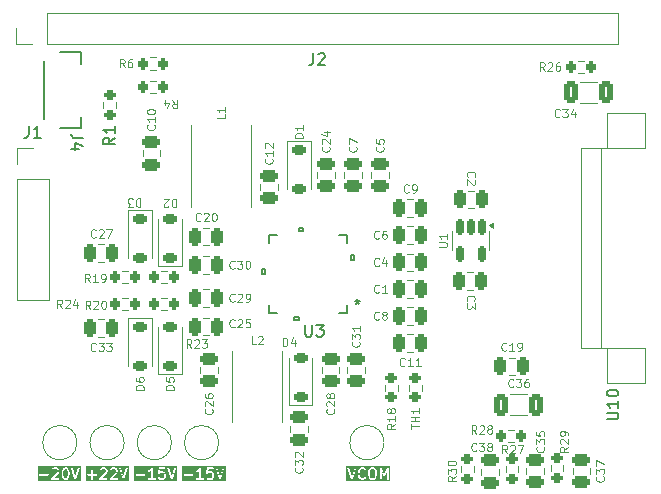
<source format=gto>
G04 #@! TF.GenerationSoftware,KiCad,Pcbnew,8.0.8*
G04 #@! TF.CreationDate,2025-03-14T23:10:00+01:00*
G04 #@! TF.ProjectId,epdiy-v7-raw,65706469-792d-4763-972d-7261772e6b69,1.1*
G04 #@! TF.SameCoordinates,Original*
G04 #@! TF.FileFunction,Legend,Top*
G04 #@! TF.FilePolarity,Positive*
%FSLAX46Y46*%
G04 Gerber Fmt 4.6, Leading zero omitted, Abs format (unit mm)*
G04 Created by KiCad (PCBNEW 8.0.8) date 2025-03-14 23:10:00*
%MOMM*%
%LPD*%
G01*
G04 APERTURE LIST*
G04 Aperture macros list*
%AMRoundRect*
0 Rectangle with rounded corners*
0 $1 Rounding radius*
0 $2 $3 $4 $5 $6 $7 $8 $9 X,Y pos of 4 corners*
0 Add a 4 corners polygon primitive as box body*
4,1,4,$2,$3,$4,$5,$6,$7,$8,$9,$2,$3,0*
0 Add four circle primitives for the rounded corners*
1,1,$1+$1,$2,$3*
1,1,$1+$1,$4,$5*
1,1,$1+$1,$6,$7*
1,1,$1+$1,$8,$9*
0 Add four rect primitives between the rounded corners*
20,1,$1+$1,$2,$3,$4,$5,0*
20,1,$1+$1,$4,$5,$6,$7,0*
20,1,$1+$1,$6,$7,$8,$9,0*
20,1,$1+$1,$8,$9,$2,$3,0*%
G04 Aperture macros list end*
%ADD10C,0.150000*%
%ADD11C,0.120000*%
%ADD12C,0.152400*%
%ADD13RoundRect,0.150000X-0.150000X0.512500X-0.150000X-0.512500X0.150000X-0.512500X0.150000X0.512500X0*%
%ADD14RoundRect,0.225000X-0.375000X0.225000X-0.375000X-0.225000X0.375000X-0.225000X0.375000X0.225000X0*%
%ADD15RoundRect,0.225000X0.375000X-0.225000X0.375000X0.225000X-0.375000X0.225000X-0.375000X-0.225000X0*%
%ADD16RoundRect,0.250000X0.250000X0.475000X-0.250000X0.475000X-0.250000X-0.475000X0.250000X-0.475000X0*%
%ADD17RoundRect,0.249999X-0.325001X-0.650001X0.325001X-0.650001X0.325001X0.650001X-0.325001X0.650001X0*%
%ADD18RoundRect,0.250000X-0.475000X0.250000X-0.475000X-0.250000X0.475000X-0.250000X0.475000X0.250000X0*%
%ADD19RoundRect,0.200000X0.275000X-0.200000X0.275000X0.200000X-0.275000X0.200000X-0.275000X-0.200000X0*%
%ADD20RoundRect,0.200000X-0.200000X-0.275000X0.200000X-0.275000X0.200000X0.275000X-0.200000X0.275000X0*%
%ADD21RoundRect,0.200000X-0.275000X0.200000X-0.275000X-0.200000X0.275000X-0.200000X0.275000X0.200000X0*%
%ADD22RoundRect,0.250000X-0.250000X-0.475000X0.250000X-0.475000X0.250000X0.475000X-0.250000X0.475000X0*%
%ADD23RoundRect,0.200000X0.200000X0.275000X-0.200000X0.275000X-0.200000X-0.275000X0.200000X-0.275000X0*%
%ADD24R,3.900000X2.200000*%
%ADD25R,4.200000X2.400000*%
%ADD26RoundRect,0.250000X0.475000X-0.250000X0.475000X0.250000X-0.475000X0.250000X-0.475000X-0.250000X0*%
%ADD27R,0.850000X0.200000*%
%ADD28R,0.200000X0.850000*%
%ADD29C,0.508000*%
%ADD30R,4.399999X4.399999*%
%ADD31C,2.500000*%
%ADD32R,0.838200X0.355600*%
%ADD33R,0.838200X0.406400*%
%ADD34R,1.700000X1.700000*%
%ADD35O,1.700000X1.700000*%
%ADD36R,2.800000X1.600000*%
%ADD37R,1.300000X0.250000*%
G04 APERTURE END LIST*
D10*
G36*
X92309450Y-121822057D02*
G01*
X88661479Y-121822057D01*
X88661479Y-121289568D01*
X88761479Y-121289568D01*
X88761479Y-121318832D01*
X88772678Y-121345868D01*
X88793370Y-121366560D01*
X88820406Y-121377759D01*
X88835038Y-121379200D01*
X89102895Y-121379200D01*
X89102895Y-121647057D01*
X89104336Y-121661689D01*
X89115535Y-121688725D01*
X89136227Y-121709417D01*
X89163263Y-121720616D01*
X89192527Y-121720616D01*
X89219563Y-121709417D01*
X89240255Y-121688725D01*
X89251454Y-121661689D01*
X89252895Y-121647057D01*
X89252895Y-121379200D01*
X89520753Y-121379200D01*
X89535385Y-121377759D01*
X89562421Y-121366560D01*
X89583113Y-121345868D01*
X89594312Y-121318832D01*
X89594312Y-121289568D01*
X89583113Y-121262532D01*
X89562421Y-121241840D01*
X89535385Y-121230641D01*
X89520753Y-121229200D01*
X89252895Y-121229200D01*
X89252895Y-120994820D01*
X89832056Y-120994820D01*
X89834130Y-121024010D01*
X89847218Y-121050184D01*
X89869326Y-121069358D01*
X89897087Y-121078611D01*
X89926277Y-121076537D01*
X89940009Y-121071282D01*
X90025723Y-121028424D01*
X90032019Y-121024460D01*
X90033848Y-121023703D01*
X90035907Y-121022012D01*
X90038166Y-121020591D01*
X90039464Y-121019093D01*
X90045214Y-121014375D01*
X90088610Y-120970979D01*
X90088610Y-121572057D01*
X89906467Y-121572057D01*
X89891835Y-121573498D01*
X89864799Y-121584697D01*
X89844107Y-121605389D01*
X89832908Y-121632425D01*
X89832908Y-121661689D01*
X89844107Y-121688725D01*
X89864799Y-121709417D01*
X89891835Y-121720616D01*
X89906467Y-121722057D01*
X90420753Y-121722057D01*
X90435385Y-121720616D01*
X90462421Y-121709417D01*
X90483113Y-121688725D01*
X90494312Y-121661689D01*
X90494312Y-121632425D01*
X90483113Y-121605389D01*
X90462421Y-121584697D01*
X90435385Y-121573498D01*
X90420753Y-121572057D01*
X90238610Y-121572057D01*
X90238610Y-121182868D01*
X90688960Y-121182868D01*
X90690051Y-121186483D01*
X90690051Y-121190259D01*
X90694245Y-121200384D01*
X90697413Y-121210884D01*
X90699804Y-121213807D01*
X90701250Y-121217296D01*
X90709003Y-121225049D01*
X90715944Y-121233532D01*
X90719270Y-121235316D01*
X90721942Y-121237988D01*
X90732069Y-121242183D01*
X90741731Y-121247366D01*
X90745490Y-121247741D01*
X90748979Y-121249187D01*
X90759940Y-121249187D01*
X90770850Y-121250278D01*
X90774466Y-121249187D01*
X90778241Y-121249187D01*
X90788366Y-121244992D01*
X90798866Y-121241825D01*
X90801789Y-121239433D01*
X90805278Y-121237988D01*
X90816643Y-121228661D01*
X90850893Y-121194410D01*
X90909887Y-121164914D01*
X91088762Y-121164914D01*
X91147755Y-121194410D01*
X91173400Y-121220055D01*
X91202896Y-121279047D01*
X91202896Y-121457923D01*
X91173399Y-121516915D01*
X91147754Y-121542561D01*
X91088762Y-121572057D01*
X90909887Y-121572057D01*
X90850894Y-121542561D01*
X90816644Y-121508310D01*
X90805278Y-121498982D01*
X90778242Y-121487783D01*
X90748979Y-121487783D01*
X90721943Y-121498981D01*
X90701250Y-121519674D01*
X90690051Y-121546710D01*
X90690051Y-121575973D01*
X90701249Y-121603009D01*
X90710576Y-121614374D01*
X90753434Y-121657233D01*
X90759183Y-121661951D01*
X90760483Y-121663450D01*
X90762742Y-121664871D01*
X90764799Y-121666560D01*
X90766626Y-121667317D01*
X90772926Y-121671282D01*
X90858641Y-121714139D01*
X90872373Y-121719394D01*
X90875060Y-121719584D01*
X90877550Y-121720616D01*
X90892182Y-121722057D01*
X91106467Y-121722057D01*
X91121099Y-121720616D01*
X91123588Y-121719584D01*
X91126276Y-121719394D01*
X91140008Y-121714139D01*
X91225723Y-121671282D01*
X91232022Y-121667317D01*
X91233850Y-121666560D01*
X91235906Y-121664872D01*
X91238166Y-121663450D01*
X91239466Y-121661950D01*
X91245216Y-121657232D01*
X91288073Y-121614374D01*
X91292790Y-121608625D01*
X91294289Y-121607326D01*
X91295710Y-121605067D01*
X91297400Y-121603009D01*
X91298157Y-121601179D01*
X91302121Y-121594883D01*
X91344978Y-121509169D01*
X91350233Y-121495437D01*
X91350423Y-121492749D01*
X91351455Y-121490260D01*
X91352896Y-121475628D01*
X91352896Y-121261342D01*
X91351455Y-121246710D01*
X91350423Y-121244220D01*
X91350233Y-121241533D01*
X91344978Y-121227801D01*
X91302121Y-121142087D01*
X91298156Y-121135787D01*
X91297399Y-121133960D01*
X91295710Y-121131903D01*
X91294289Y-121129644D01*
X91292790Y-121128344D01*
X91288072Y-121122595D01*
X91245215Y-121079738D01*
X91239465Y-121075019D01*
X91238166Y-121073521D01*
X91235906Y-121072099D01*
X91233850Y-121070411D01*
X91232022Y-121069653D01*
X91225723Y-121065689D01*
X91140008Y-121022832D01*
X91126276Y-121017577D01*
X91123588Y-121017386D01*
X91121099Y-121016355D01*
X91106467Y-121014914D01*
X90892182Y-121014914D01*
X90877550Y-121016355D01*
X90875060Y-121017386D01*
X90872373Y-121017577D01*
X90858641Y-121022832D01*
X90854033Y-121025135D01*
X90874341Y-120822057D01*
X91235039Y-120822057D01*
X91249671Y-120820616D01*
X91276707Y-120809417D01*
X91297399Y-120788725D01*
X91308598Y-120761689D01*
X91308598Y-120756437D01*
X91460628Y-120756437D01*
X91463888Y-120770774D01*
X91763888Y-121670774D01*
X91769882Y-121684199D01*
X91773392Y-121688246D01*
X91775789Y-121693040D01*
X91782897Y-121699205D01*
X91789056Y-121706306D01*
X91793845Y-121708700D01*
X91797896Y-121712214D01*
X91806821Y-121715188D01*
X91815229Y-121719393D01*
X91820573Y-121719772D01*
X91825659Y-121721468D01*
X91835039Y-121720801D01*
X91844419Y-121721468D01*
X91849504Y-121719772D01*
X91854849Y-121719393D01*
X91863259Y-121715187D01*
X91872181Y-121712214D01*
X91876228Y-121708703D01*
X91881022Y-121706307D01*
X91887185Y-121699201D01*
X91894289Y-121693040D01*
X91896684Y-121688248D01*
X91900196Y-121684200D01*
X91906190Y-121670774D01*
X92206190Y-120770774D01*
X92209450Y-120756438D01*
X92207375Y-120727248D01*
X92194289Y-120701074D01*
X92172181Y-120681900D01*
X92144419Y-120672646D01*
X92115229Y-120674721D01*
X92089056Y-120687808D01*
X92069882Y-120709915D01*
X92063888Y-120723340D01*
X91835039Y-121409887D01*
X91606190Y-120723340D01*
X91600196Y-120709914D01*
X91581022Y-120687807D01*
X91554849Y-120674721D01*
X91525659Y-120672646D01*
X91497896Y-120681900D01*
X91475789Y-120701074D01*
X91462703Y-120727247D01*
X91460628Y-120756437D01*
X91308598Y-120756437D01*
X91308598Y-120732425D01*
X91297399Y-120705389D01*
X91276707Y-120684697D01*
X91249671Y-120673498D01*
X91235039Y-120672057D01*
X90806467Y-120672057D01*
X90801055Y-120672589D01*
X90799227Y-120672407D01*
X90797440Y-120672945D01*
X90791835Y-120673498D01*
X90781708Y-120677692D01*
X90771211Y-120680860D01*
X90768287Y-120683252D01*
X90764799Y-120684697D01*
X90757049Y-120692446D01*
X90748563Y-120699390D01*
X90746777Y-120702718D01*
X90744107Y-120705389D01*
X90739911Y-120715516D01*
X90734729Y-120725178D01*
X90733621Y-120730702D01*
X90732908Y-120732425D01*
X90732908Y-120734261D01*
X90731839Y-120739594D01*
X90688982Y-121168165D01*
X90688960Y-121182868D01*
X90238610Y-121182868D01*
X90238610Y-120747057D01*
X90238604Y-120747004D01*
X90238610Y-120746978D01*
X90238594Y-120746901D01*
X90237169Y-120732425D01*
X90234327Y-120725564D01*
X90232871Y-120718284D01*
X90228782Y-120712178D01*
X90225970Y-120705389D01*
X90220719Y-120700138D01*
X90216588Y-120693969D01*
X90210473Y-120689892D01*
X90205278Y-120684697D01*
X90198417Y-120681855D01*
X90192239Y-120677736D01*
X90185030Y-120676310D01*
X90178242Y-120673498D01*
X90170815Y-120673498D01*
X90163531Y-120672057D01*
X90156326Y-120673498D01*
X90148978Y-120673498D01*
X90142117Y-120676339D01*
X90134837Y-120677796D01*
X90128731Y-120681884D01*
X90121942Y-120684697D01*
X90116691Y-120689947D01*
X90110522Y-120694079D01*
X90101305Y-120705333D01*
X90101250Y-120705389D01*
X90101239Y-120705413D01*
X90101206Y-120705455D01*
X90019610Y-120827847D01*
X89947754Y-120899703D01*
X89872925Y-120937118D01*
X89860483Y-120944951D01*
X89841309Y-120967059D01*
X89832056Y-120994820D01*
X89252895Y-120994820D01*
X89252895Y-120961342D01*
X89251454Y-120946710D01*
X89240255Y-120919674D01*
X89219563Y-120898982D01*
X89192527Y-120887783D01*
X89163263Y-120887783D01*
X89136227Y-120898982D01*
X89115535Y-120919674D01*
X89104336Y-120946710D01*
X89102895Y-120961342D01*
X89102895Y-121229200D01*
X88835038Y-121229200D01*
X88820406Y-121230641D01*
X88793370Y-121241840D01*
X88772678Y-121262532D01*
X88761479Y-121289568D01*
X88661479Y-121289568D01*
X88661479Y-120572057D01*
X92309450Y-120572057D01*
X92309450Y-121822057D01*
G37*
G36*
X104890613Y-120851553D02*
G01*
X104953031Y-120913971D01*
X104988611Y-121056290D01*
X104988611Y-121337823D01*
X104953031Y-121480141D01*
X104890612Y-121542560D01*
X104831620Y-121572057D01*
X104695602Y-121572057D01*
X104636610Y-121542561D01*
X104574190Y-121480141D01*
X104538611Y-121337823D01*
X104538611Y-121056290D01*
X104574190Y-120913971D01*
X104636609Y-120851553D01*
X104695602Y-120822057D01*
X104831620Y-120822057D01*
X104890613Y-120851553D01*
G37*
G36*
X106224325Y-121822057D02*
G01*
X102532057Y-121822057D01*
X102532057Y-120756437D01*
X102632057Y-120756437D01*
X102635317Y-120770774D01*
X102935317Y-121670774D01*
X102941311Y-121684199D01*
X102944821Y-121688246D01*
X102947218Y-121693040D01*
X102954326Y-121699205D01*
X102960485Y-121706306D01*
X102965274Y-121708700D01*
X102969325Y-121712214D01*
X102978250Y-121715188D01*
X102986658Y-121719393D01*
X102992002Y-121719772D01*
X102997088Y-121721468D01*
X103006468Y-121720801D01*
X103015848Y-121721468D01*
X103020933Y-121719772D01*
X103026278Y-121719393D01*
X103034688Y-121715187D01*
X103043610Y-121712214D01*
X103047657Y-121708703D01*
X103052451Y-121706307D01*
X103058614Y-121699201D01*
X103065718Y-121693040D01*
X103068113Y-121688248D01*
X103071625Y-121684200D01*
X103077619Y-121670774D01*
X103256953Y-121132771D01*
X103488611Y-121132771D01*
X103488611Y-121261342D01*
X103488862Y-121263895D01*
X103488700Y-121264987D01*
X103489508Y-121270459D01*
X103490052Y-121275974D01*
X103490475Y-121276995D01*
X103490850Y-121279532D01*
X103533707Y-121450961D01*
X103534092Y-121452040D01*
X103534131Y-121452580D01*
X103536458Y-121458661D01*
X103538654Y-121464807D01*
X103538976Y-121465242D01*
X103539386Y-121466312D01*
X103582243Y-121552026D01*
X103586207Y-121558325D01*
X103586965Y-121560153D01*
X103588653Y-121562209D01*
X103590075Y-121564469D01*
X103591573Y-121565768D01*
X103596292Y-121571518D01*
X103682007Y-121657233D01*
X103693372Y-121666560D01*
X103695860Y-121667590D01*
X103697897Y-121669357D01*
X103711323Y-121675351D01*
X103839894Y-121718208D01*
X103847147Y-121719857D01*
X103848979Y-121720616D01*
X103851633Y-121720877D01*
X103854231Y-121721468D01*
X103856205Y-121721327D01*
X103863611Y-121722057D01*
X103949325Y-121722057D01*
X103956730Y-121721327D01*
X103958705Y-121721468D01*
X103961302Y-121720877D01*
X103963957Y-121720616D01*
X103965788Y-121719857D01*
X103973042Y-121718208D01*
X104101614Y-121675351D01*
X104115040Y-121669357D01*
X104117076Y-121667590D01*
X104119565Y-121666560D01*
X104130931Y-121657232D01*
X104173788Y-121614374D01*
X104183115Y-121603009D01*
X104194313Y-121575972D01*
X104194313Y-121546709D01*
X104183114Y-121519673D01*
X104162421Y-121498981D01*
X104135385Y-121487783D01*
X104106122Y-121487783D01*
X104079086Y-121498982D01*
X104067721Y-121508309D01*
X104037382Y-121538648D01*
X103937155Y-121572057D01*
X103875781Y-121572057D01*
X103775554Y-121538648D01*
X103710964Y-121474058D01*
X103677232Y-121406595D01*
X103638611Y-121252108D01*
X103638611Y-121142004D01*
X103662347Y-121047057D01*
X104388611Y-121047057D01*
X104388611Y-121347057D01*
X104388862Y-121349610D01*
X104388700Y-121350703D01*
X104389509Y-121356176D01*
X104390052Y-121361689D01*
X104390474Y-121362710D01*
X104390850Y-121365247D01*
X104433707Y-121536675D01*
X104438654Y-121550521D01*
X104441974Y-121555002D01*
X104444108Y-121560153D01*
X104453435Y-121571518D01*
X104539150Y-121657233D01*
X104544899Y-121661951D01*
X104546199Y-121663450D01*
X104548458Y-121664871D01*
X104550515Y-121666560D01*
X104552342Y-121667317D01*
X104558642Y-121671282D01*
X104644356Y-121714139D01*
X104658088Y-121719394D01*
X104660775Y-121719584D01*
X104663265Y-121720616D01*
X104677897Y-121722057D01*
X104849325Y-121722057D01*
X104863957Y-121720616D01*
X104866446Y-121719584D01*
X104869134Y-121719394D01*
X104882866Y-121714139D01*
X104968581Y-121671282D01*
X104974880Y-121667317D01*
X104976708Y-121666560D01*
X104978764Y-121664871D01*
X104981024Y-121663450D01*
X104982323Y-121661951D01*
X104988073Y-121657233D01*
X105073788Y-121571517D01*
X105083115Y-121560152D01*
X105085248Y-121555000D01*
X105088568Y-121550521D01*
X105093515Y-121536675D01*
X105136372Y-121365247D01*
X105136747Y-121362709D01*
X105137170Y-121361689D01*
X105137711Y-121356186D01*
X105138523Y-121350702D01*
X105138359Y-121349606D01*
X105138611Y-121347057D01*
X105138611Y-121047057D01*
X105138359Y-121044507D01*
X105138523Y-121043412D01*
X105137711Y-121037927D01*
X105137170Y-121032425D01*
X105136747Y-121031404D01*
X105136372Y-121028867D01*
X105093515Y-120857438D01*
X105088568Y-120843592D01*
X105085249Y-120839113D01*
X105083115Y-120833960D01*
X105073787Y-120822595D01*
X104998249Y-120747057D01*
X105374325Y-120747057D01*
X105374325Y-121647057D01*
X105375766Y-121661689D01*
X105386965Y-121688725D01*
X105407657Y-121709417D01*
X105434693Y-121720616D01*
X105463957Y-121720616D01*
X105490993Y-121709417D01*
X105511685Y-121688725D01*
X105522884Y-121661689D01*
X105524325Y-121647057D01*
X105524325Y-121085124D01*
X105681361Y-121421631D01*
X105684535Y-121426988D01*
X105685195Y-121428803D01*
X105686370Y-121430086D01*
X105688855Y-121434280D01*
X105697260Y-121441978D01*
X105704959Y-121450384D01*
X105707978Y-121451792D01*
X105710436Y-121454044D01*
X105721148Y-121457939D01*
X105731477Y-121462760D01*
X105734805Y-121462906D01*
X105737937Y-121464045D01*
X105749331Y-121463544D01*
X105760713Y-121464044D01*
X105763841Y-121462906D01*
X105767173Y-121462760D01*
X105777504Y-121457938D01*
X105788214Y-121454044D01*
X105790671Y-121451792D01*
X105793691Y-121450384D01*
X105801389Y-121441978D01*
X105809795Y-121434280D01*
X105812278Y-121430087D01*
X105813455Y-121428803D01*
X105814115Y-121426987D01*
X105817289Y-121421630D01*
X105974325Y-121085124D01*
X105974325Y-121647057D01*
X105975766Y-121661689D01*
X105986965Y-121688725D01*
X106007657Y-121709417D01*
X106034693Y-121720616D01*
X106063957Y-121720616D01*
X106090993Y-121709417D01*
X106111685Y-121688725D01*
X106122884Y-121661689D01*
X106124325Y-121647057D01*
X106124325Y-120747057D01*
X106123377Y-120737435D01*
X106123455Y-120735669D01*
X106123110Y-120734720D01*
X106122884Y-120732425D01*
X106117902Y-120720398D01*
X106113455Y-120708168D01*
X106112325Y-120706934D01*
X106111685Y-120705389D01*
X106102479Y-120696183D01*
X106093691Y-120686587D01*
X106092175Y-120685879D01*
X106090993Y-120684697D01*
X106078971Y-120679717D01*
X106067173Y-120674211D01*
X106065500Y-120674137D01*
X106063957Y-120673498D01*
X106050951Y-120673498D01*
X106037937Y-120672926D01*
X106036364Y-120673498D01*
X106034693Y-120673498D01*
X106022674Y-120678476D01*
X106010436Y-120682927D01*
X106009202Y-120684056D01*
X106007657Y-120684697D01*
X105998451Y-120693902D01*
X105988855Y-120702691D01*
X105987680Y-120704673D01*
X105986965Y-120705389D01*
X105986287Y-120707024D01*
X105981361Y-120715340D01*
X105749324Y-121212560D01*
X105517289Y-120715341D01*
X105512363Y-120707025D01*
X105511685Y-120705389D01*
X105510969Y-120704673D01*
X105509795Y-120702691D01*
X105500198Y-120693902D01*
X105490993Y-120684697D01*
X105489447Y-120684056D01*
X105488214Y-120682927D01*
X105475983Y-120678479D01*
X105463957Y-120673498D01*
X105462283Y-120673498D01*
X105460713Y-120672927D01*
X105447712Y-120673498D01*
X105434693Y-120673498D01*
X105433148Y-120674137D01*
X105431477Y-120674211D01*
X105419678Y-120679717D01*
X105407657Y-120684697D01*
X105406474Y-120685879D01*
X105404959Y-120686587D01*
X105396170Y-120696183D01*
X105386965Y-120705389D01*
X105386324Y-120706934D01*
X105385195Y-120708168D01*
X105380747Y-120720398D01*
X105375766Y-120732425D01*
X105375539Y-120734720D01*
X105375195Y-120735669D01*
X105375272Y-120737435D01*
X105374325Y-120747057D01*
X104998249Y-120747057D01*
X104988073Y-120736881D01*
X104982323Y-120732162D01*
X104981024Y-120730664D01*
X104978764Y-120729242D01*
X104976708Y-120727554D01*
X104974880Y-120726796D01*
X104968581Y-120722832D01*
X104882866Y-120679975D01*
X104869134Y-120674720D01*
X104866446Y-120674529D01*
X104863957Y-120673498D01*
X104849325Y-120672057D01*
X104677897Y-120672057D01*
X104663265Y-120673498D01*
X104660775Y-120674529D01*
X104658088Y-120674720D01*
X104644356Y-120679975D01*
X104558642Y-120722832D01*
X104552345Y-120726795D01*
X104550516Y-120727553D01*
X104548457Y-120729242D01*
X104546199Y-120730664D01*
X104544899Y-120732162D01*
X104539151Y-120736880D01*
X104453435Y-120822595D01*
X104444108Y-120833960D01*
X104441974Y-120839111D01*
X104438654Y-120843592D01*
X104433707Y-120857438D01*
X104390850Y-121028867D01*
X104390475Y-121031403D01*
X104390052Y-121032425D01*
X104389508Y-121037939D01*
X104388700Y-121043412D01*
X104388862Y-121044503D01*
X104388611Y-121047057D01*
X103662347Y-121047057D01*
X103677232Y-120987517D01*
X103710963Y-120920055D01*
X103775553Y-120855466D01*
X103875781Y-120822057D01*
X103937155Y-120822057D01*
X104037383Y-120855466D01*
X104067721Y-120885804D01*
X104079086Y-120895131D01*
X104106123Y-120906330D01*
X104135385Y-120906330D01*
X104162422Y-120895131D01*
X104183114Y-120874439D01*
X104194313Y-120847402D01*
X104194313Y-120818140D01*
X104183114Y-120791103D01*
X104173787Y-120779738D01*
X104130930Y-120736881D01*
X104119565Y-120727554D01*
X104117076Y-120726523D01*
X104115040Y-120724757D01*
X104101614Y-120718763D01*
X103973042Y-120675906D01*
X103965788Y-120674256D01*
X103963957Y-120673498D01*
X103961302Y-120673236D01*
X103958705Y-120672646D01*
X103956730Y-120672786D01*
X103949325Y-120672057D01*
X103863611Y-120672057D01*
X103856205Y-120672786D01*
X103854231Y-120672646D01*
X103851633Y-120673236D01*
X103848979Y-120673498D01*
X103847147Y-120674256D01*
X103839894Y-120675906D01*
X103711323Y-120718763D01*
X103697897Y-120724757D01*
X103695861Y-120726522D01*
X103693373Y-120727553D01*
X103682008Y-120736880D01*
X103596292Y-120822595D01*
X103591573Y-120828344D01*
X103590075Y-120829644D01*
X103588653Y-120831903D01*
X103586965Y-120833960D01*
X103586207Y-120835787D01*
X103582243Y-120842087D01*
X103539386Y-120927801D01*
X103538976Y-120928870D01*
X103538654Y-120929306D01*
X103536458Y-120935451D01*
X103534131Y-120941533D01*
X103534092Y-120942072D01*
X103533707Y-120943152D01*
X103490850Y-121114581D01*
X103490475Y-121117117D01*
X103490052Y-121118139D01*
X103489508Y-121123653D01*
X103488700Y-121129126D01*
X103488862Y-121130217D01*
X103488611Y-121132771D01*
X103256953Y-121132771D01*
X103377619Y-120770774D01*
X103380879Y-120756438D01*
X103378804Y-120727248D01*
X103365718Y-120701074D01*
X103343610Y-120681900D01*
X103315848Y-120672646D01*
X103286658Y-120674721D01*
X103260485Y-120687808D01*
X103241311Y-120709915D01*
X103235317Y-120723340D01*
X103006468Y-121409887D01*
X102777619Y-120723340D01*
X102771625Y-120709914D01*
X102752451Y-120687807D01*
X102726278Y-120674721D01*
X102697088Y-120672646D01*
X102669325Y-120681900D01*
X102647218Y-120701074D01*
X102634132Y-120727247D01*
X102632057Y-120756437D01*
X102532057Y-120756437D01*
X102532057Y-120572057D01*
X106224325Y-120572057D01*
X106224325Y-121822057D01*
G37*
G36*
X78854898Y-120851553D02*
G01*
X78880544Y-120877198D01*
X78914275Y-120944660D01*
X78952897Y-121099147D01*
X78952897Y-121294966D01*
X78914275Y-121449452D01*
X78880544Y-121516915D01*
X78854898Y-121542561D01*
X78795906Y-121572057D01*
X78745602Y-121572057D01*
X78686610Y-121542561D01*
X78660964Y-121516915D01*
X78627232Y-121449452D01*
X78588611Y-121294966D01*
X78588611Y-121099147D01*
X78627232Y-120944660D01*
X78660963Y-120877198D01*
X78686609Y-120851553D01*
X78745602Y-120822057D01*
X78795906Y-120822057D01*
X78854898Y-120851553D01*
G37*
G36*
X80059451Y-121822057D02*
G01*
X76411480Y-121822057D01*
X76411480Y-121632425D01*
X77540052Y-121632425D01*
X77540052Y-121661689D01*
X77551251Y-121688725D01*
X77571943Y-121709417D01*
X77598979Y-121720616D01*
X77613611Y-121722057D01*
X78170754Y-121722057D01*
X78185386Y-121720616D01*
X78212422Y-121709417D01*
X78233114Y-121688725D01*
X78244313Y-121661689D01*
X78244313Y-121632425D01*
X78233114Y-121605389D01*
X78212422Y-121584697D01*
X78185386Y-121573498D01*
X78170754Y-121572057D01*
X77794677Y-121572057D01*
X78180930Y-121185804D01*
X78190257Y-121174439D01*
X78191287Y-121171950D01*
X78193054Y-121169914D01*
X78199048Y-121156488D01*
X78221239Y-121089914D01*
X78438611Y-121089914D01*
X78438611Y-121304200D01*
X78438862Y-121306753D01*
X78438700Y-121307846D01*
X78439509Y-121313319D01*
X78440052Y-121318832D01*
X78440474Y-121319853D01*
X78440850Y-121322390D01*
X78483707Y-121493818D01*
X78484092Y-121494897D01*
X78484131Y-121495437D01*
X78486458Y-121501518D01*
X78488654Y-121507664D01*
X78488976Y-121508099D01*
X78489386Y-121509169D01*
X78532243Y-121594883D01*
X78536207Y-121601182D01*
X78536965Y-121603010D01*
X78538653Y-121605066D01*
X78540075Y-121607326D01*
X78541573Y-121608625D01*
X78546292Y-121614375D01*
X78589150Y-121657233D01*
X78594899Y-121661951D01*
X78596199Y-121663450D01*
X78598458Y-121664871D01*
X78600515Y-121666560D01*
X78602342Y-121667317D01*
X78608642Y-121671282D01*
X78694356Y-121714139D01*
X78708088Y-121719394D01*
X78710775Y-121719584D01*
X78713265Y-121720616D01*
X78727897Y-121722057D01*
X78813611Y-121722057D01*
X78828243Y-121720616D01*
X78830732Y-121719584D01*
X78833420Y-121719394D01*
X78847152Y-121714139D01*
X78932866Y-121671282D01*
X78939165Y-121667317D01*
X78940993Y-121666560D01*
X78943049Y-121664871D01*
X78945309Y-121663450D01*
X78946608Y-121661951D01*
X78952358Y-121657233D01*
X78995216Y-121614375D01*
X78999934Y-121608625D01*
X79001433Y-121607326D01*
X79002854Y-121605066D01*
X79004543Y-121603010D01*
X79005300Y-121601182D01*
X79009265Y-121594883D01*
X79052122Y-121509169D01*
X79052531Y-121508099D01*
X79052854Y-121507664D01*
X79055049Y-121501518D01*
X79057377Y-121495437D01*
X79057415Y-121494897D01*
X79057801Y-121493818D01*
X79100658Y-121322390D01*
X79101033Y-121319852D01*
X79101456Y-121318832D01*
X79101997Y-121313329D01*
X79102809Y-121307845D01*
X79102645Y-121306749D01*
X79102897Y-121304200D01*
X79102897Y-121089914D01*
X79102645Y-121087364D01*
X79102809Y-121086269D01*
X79101997Y-121080784D01*
X79101456Y-121075282D01*
X79101033Y-121074261D01*
X79100658Y-121071724D01*
X79057801Y-120900295D01*
X79057415Y-120899215D01*
X79057377Y-120898676D01*
X79055049Y-120892594D01*
X79052854Y-120886449D01*
X79052531Y-120886013D01*
X79052122Y-120884944D01*
X79009265Y-120799230D01*
X79005300Y-120792930D01*
X79004543Y-120791103D01*
X79002854Y-120789046D01*
X79001433Y-120786787D01*
X78999934Y-120785487D01*
X78995216Y-120779738D01*
X78971914Y-120756437D01*
X79210629Y-120756437D01*
X79213889Y-120770774D01*
X79513889Y-121670774D01*
X79519883Y-121684199D01*
X79523393Y-121688246D01*
X79525790Y-121693040D01*
X79532898Y-121699205D01*
X79539057Y-121706306D01*
X79543846Y-121708700D01*
X79547897Y-121712214D01*
X79556822Y-121715188D01*
X79565230Y-121719393D01*
X79570574Y-121719772D01*
X79575660Y-121721468D01*
X79585040Y-121720801D01*
X79594420Y-121721468D01*
X79599505Y-121719772D01*
X79604850Y-121719393D01*
X79613260Y-121715187D01*
X79622182Y-121712214D01*
X79626229Y-121708703D01*
X79631023Y-121706307D01*
X79637186Y-121699201D01*
X79644290Y-121693040D01*
X79646685Y-121688248D01*
X79650197Y-121684200D01*
X79656191Y-121670774D01*
X79956191Y-120770774D01*
X79959451Y-120756438D01*
X79957376Y-120727248D01*
X79944290Y-120701074D01*
X79922182Y-120681900D01*
X79894420Y-120672646D01*
X79865230Y-120674721D01*
X79839057Y-120687808D01*
X79819883Y-120709915D01*
X79813889Y-120723340D01*
X79585040Y-121409887D01*
X79356191Y-120723340D01*
X79350197Y-120709914D01*
X79331023Y-120687807D01*
X79304850Y-120674721D01*
X79275660Y-120672646D01*
X79247897Y-120681900D01*
X79225790Y-120701074D01*
X79212704Y-120727247D01*
X79210629Y-120756437D01*
X78971914Y-120756437D01*
X78952357Y-120736880D01*
X78946608Y-120732162D01*
X78945309Y-120730664D01*
X78943050Y-120729242D01*
X78940992Y-120727553D01*
X78939162Y-120726795D01*
X78932866Y-120722832D01*
X78847152Y-120679975D01*
X78833420Y-120674720D01*
X78830732Y-120674529D01*
X78828243Y-120673498D01*
X78813611Y-120672057D01*
X78727897Y-120672057D01*
X78713265Y-120673498D01*
X78710775Y-120674529D01*
X78708088Y-120674720D01*
X78694356Y-120679975D01*
X78608642Y-120722832D01*
X78602345Y-120726795D01*
X78600516Y-120727553D01*
X78598457Y-120729242D01*
X78596199Y-120730664D01*
X78594899Y-120732162D01*
X78589151Y-120736880D01*
X78546293Y-120779737D01*
X78541574Y-120785486D01*
X78540075Y-120786787D01*
X78538652Y-120789046D01*
X78536965Y-120791103D01*
X78536207Y-120792930D01*
X78532243Y-120799230D01*
X78489386Y-120884944D01*
X78488976Y-120886013D01*
X78488654Y-120886449D01*
X78486458Y-120892594D01*
X78484131Y-120898676D01*
X78484092Y-120899215D01*
X78483707Y-120900295D01*
X78440850Y-121071724D01*
X78440475Y-121074260D01*
X78440052Y-121075282D01*
X78439508Y-121080796D01*
X78438700Y-121086269D01*
X78438862Y-121087360D01*
X78438611Y-121089914D01*
X78221239Y-121089914D01*
X78241905Y-121027917D01*
X78243554Y-121020663D01*
X78244313Y-121018832D01*
X78244574Y-121016177D01*
X78245165Y-121013580D01*
X78245024Y-121011605D01*
X78245754Y-121004200D01*
X78245754Y-120918485D01*
X78244313Y-120903853D01*
X78243281Y-120901363D01*
X78243091Y-120898676D01*
X78237836Y-120884944D01*
X78194979Y-120799230D01*
X78191014Y-120792930D01*
X78190257Y-120791103D01*
X78188568Y-120789046D01*
X78187147Y-120786787D01*
X78185648Y-120785487D01*
X78180930Y-120779738D01*
X78138073Y-120736881D01*
X78132323Y-120732162D01*
X78131024Y-120730664D01*
X78128764Y-120729242D01*
X78126708Y-120727554D01*
X78124880Y-120726796D01*
X78118581Y-120722832D01*
X78032866Y-120679975D01*
X78019134Y-120674720D01*
X78016446Y-120674529D01*
X78013957Y-120673498D01*
X77999325Y-120672057D01*
X77785040Y-120672057D01*
X77770408Y-120673498D01*
X77767918Y-120674529D01*
X77765231Y-120674720D01*
X77751499Y-120679975D01*
X77665784Y-120722832D01*
X77659484Y-120726796D01*
X77657657Y-120727554D01*
X77655600Y-120729242D01*
X77653341Y-120730664D01*
X77652041Y-120732162D01*
X77646292Y-120736881D01*
X77603435Y-120779738D01*
X77594108Y-120791103D01*
X77582909Y-120818140D01*
X77582909Y-120847402D01*
X77594108Y-120874439D01*
X77614800Y-120895131D01*
X77641837Y-120906330D01*
X77671099Y-120906330D01*
X77698136Y-120895131D01*
X77709501Y-120885804D01*
X77743751Y-120851553D01*
X77802745Y-120822057D01*
X77981620Y-120822057D01*
X78040613Y-120851553D01*
X78066258Y-120877198D01*
X78095754Y-120936190D01*
X78095754Y-120992030D01*
X78062345Y-121092257D01*
X77560578Y-121594024D01*
X77551251Y-121605389D01*
X77540052Y-121632425D01*
X76411480Y-121632425D01*
X76411480Y-121289568D01*
X76511480Y-121289568D01*
X76511480Y-121318832D01*
X76522679Y-121345868D01*
X76543371Y-121366560D01*
X76570407Y-121377759D01*
X76585039Y-121379200D01*
X77270754Y-121379200D01*
X77285386Y-121377759D01*
X77312422Y-121366560D01*
X77333114Y-121345868D01*
X77344313Y-121318832D01*
X77344313Y-121289568D01*
X77333114Y-121262532D01*
X77312422Y-121241840D01*
X77285386Y-121230641D01*
X77270754Y-121229200D01*
X76585039Y-121229200D01*
X76570407Y-121230641D01*
X76543371Y-121241840D01*
X76522679Y-121262532D01*
X76511480Y-121289568D01*
X76411480Y-121289568D01*
X76411480Y-120572057D01*
X80059451Y-120572057D01*
X80059451Y-121822057D01*
G37*
G36*
X88226117Y-121822057D02*
G01*
X84578146Y-121822057D01*
X84578146Y-121289568D01*
X84678146Y-121289568D01*
X84678146Y-121318832D01*
X84689345Y-121345868D01*
X84710037Y-121366560D01*
X84737073Y-121377759D01*
X84751705Y-121379200D01*
X85437420Y-121379200D01*
X85452052Y-121377759D01*
X85479088Y-121366560D01*
X85499780Y-121345868D01*
X85510979Y-121318832D01*
X85510979Y-121289568D01*
X85499780Y-121262532D01*
X85479088Y-121241840D01*
X85452052Y-121230641D01*
X85437420Y-121229200D01*
X84751705Y-121229200D01*
X84737073Y-121230641D01*
X84710037Y-121241840D01*
X84689345Y-121262532D01*
X84678146Y-121289568D01*
X84578146Y-121289568D01*
X84578146Y-120994820D01*
X85748723Y-120994820D01*
X85750797Y-121024010D01*
X85763885Y-121050184D01*
X85785993Y-121069358D01*
X85813754Y-121078611D01*
X85842944Y-121076537D01*
X85856676Y-121071282D01*
X85942390Y-121028424D01*
X85948686Y-121024460D01*
X85950515Y-121023703D01*
X85952574Y-121022012D01*
X85954833Y-121020591D01*
X85956131Y-121019093D01*
X85961881Y-121014375D01*
X86005277Y-120970979D01*
X86005277Y-121572057D01*
X85823134Y-121572057D01*
X85808502Y-121573498D01*
X85781466Y-121584697D01*
X85760774Y-121605389D01*
X85749575Y-121632425D01*
X85749575Y-121661689D01*
X85760774Y-121688725D01*
X85781466Y-121709417D01*
X85808502Y-121720616D01*
X85823134Y-121722057D01*
X86337420Y-121722057D01*
X86352052Y-121720616D01*
X86379088Y-121709417D01*
X86399780Y-121688725D01*
X86410979Y-121661689D01*
X86410979Y-121632425D01*
X86399780Y-121605389D01*
X86379088Y-121584697D01*
X86352052Y-121573498D01*
X86337420Y-121572057D01*
X86155277Y-121572057D01*
X86155277Y-121182868D01*
X86605627Y-121182868D01*
X86606718Y-121186483D01*
X86606718Y-121190259D01*
X86610912Y-121200384D01*
X86614080Y-121210884D01*
X86616471Y-121213807D01*
X86617917Y-121217296D01*
X86625670Y-121225049D01*
X86632611Y-121233532D01*
X86635937Y-121235316D01*
X86638609Y-121237988D01*
X86648736Y-121242183D01*
X86658398Y-121247366D01*
X86662157Y-121247741D01*
X86665646Y-121249187D01*
X86676607Y-121249187D01*
X86687517Y-121250278D01*
X86691133Y-121249187D01*
X86694908Y-121249187D01*
X86705033Y-121244992D01*
X86715533Y-121241825D01*
X86718456Y-121239433D01*
X86721945Y-121237988D01*
X86733310Y-121228661D01*
X86767560Y-121194410D01*
X86826554Y-121164914D01*
X87005429Y-121164914D01*
X87064422Y-121194410D01*
X87090067Y-121220055D01*
X87119563Y-121279047D01*
X87119563Y-121457923D01*
X87090066Y-121516915D01*
X87064421Y-121542561D01*
X87005429Y-121572057D01*
X86826554Y-121572057D01*
X86767561Y-121542561D01*
X86733311Y-121508310D01*
X86721945Y-121498982D01*
X86694909Y-121487783D01*
X86665646Y-121487783D01*
X86638610Y-121498981D01*
X86617917Y-121519674D01*
X86606718Y-121546710D01*
X86606718Y-121575973D01*
X86617916Y-121603009D01*
X86627243Y-121614374D01*
X86670101Y-121657233D01*
X86675850Y-121661951D01*
X86677150Y-121663450D01*
X86679409Y-121664871D01*
X86681466Y-121666560D01*
X86683293Y-121667317D01*
X86689593Y-121671282D01*
X86775308Y-121714139D01*
X86789040Y-121719394D01*
X86791727Y-121719584D01*
X86794217Y-121720616D01*
X86808849Y-121722057D01*
X87023134Y-121722057D01*
X87037766Y-121720616D01*
X87040255Y-121719584D01*
X87042943Y-121719394D01*
X87056675Y-121714139D01*
X87142390Y-121671282D01*
X87148689Y-121667317D01*
X87150517Y-121666560D01*
X87152573Y-121664872D01*
X87154833Y-121663450D01*
X87156133Y-121661950D01*
X87161883Y-121657232D01*
X87204740Y-121614374D01*
X87209457Y-121608625D01*
X87210956Y-121607326D01*
X87212377Y-121605067D01*
X87214067Y-121603009D01*
X87214824Y-121601179D01*
X87218788Y-121594883D01*
X87261645Y-121509169D01*
X87266900Y-121495437D01*
X87267090Y-121492749D01*
X87268122Y-121490260D01*
X87269563Y-121475628D01*
X87269563Y-121261342D01*
X87268122Y-121246710D01*
X87267090Y-121244220D01*
X87266900Y-121241533D01*
X87261645Y-121227801D01*
X87218788Y-121142087D01*
X87214823Y-121135787D01*
X87214066Y-121133960D01*
X87212377Y-121131903D01*
X87210956Y-121129644D01*
X87209457Y-121128344D01*
X87204739Y-121122595D01*
X87161882Y-121079738D01*
X87156132Y-121075019D01*
X87154833Y-121073521D01*
X87152573Y-121072099D01*
X87150517Y-121070411D01*
X87148689Y-121069653D01*
X87142390Y-121065689D01*
X87056675Y-121022832D01*
X87042943Y-121017577D01*
X87040255Y-121017386D01*
X87037766Y-121016355D01*
X87023134Y-121014914D01*
X86808849Y-121014914D01*
X86794217Y-121016355D01*
X86791727Y-121017386D01*
X86789040Y-121017577D01*
X86775308Y-121022832D01*
X86770700Y-121025135D01*
X86791008Y-120822057D01*
X87151706Y-120822057D01*
X87166338Y-120820616D01*
X87193374Y-120809417D01*
X87214066Y-120788725D01*
X87225265Y-120761689D01*
X87225265Y-120756437D01*
X87377295Y-120756437D01*
X87380555Y-120770774D01*
X87680555Y-121670774D01*
X87686549Y-121684199D01*
X87690059Y-121688246D01*
X87692456Y-121693040D01*
X87699564Y-121699205D01*
X87705723Y-121706306D01*
X87710512Y-121708700D01*
X87714563Y-121712214D01*
X87723488Y-121715188D01*
X87731896Y-121719393D01*
X87737240Y-121719772D01*
X87742326Y-121721468D01*
X87751706Y-121720801D01*
X87761086Y-121721468D01*
X87766171Y-121719772D01*
X87771516Y-121719393D01*
X87779926Y-121715187D01*
X87788848Y-121712214D01*
X87792895Y-121708703D01*
X87797689Y-121706307D01*
X87803852Y-121699201D01*
X87810956Y-121693040D01*
X87813351Y-121688248D01*
X87816863Y-121684200D01*
X87822857Y-121670774D01*
X88122857Y-120770774D01*
X88126117Y-120756438D01*
X88124042Y-120727248D01*
X88110956Y-120701074D01*
X88088848Y-120681900D01*
X88061086Y-120672646D01*
X88031896Y-120674721D01*
X88005723Y-120687808D01*
X87986549Y-120709915D01*
X87980555Y-120723340D01*
X87751706Y-121409887D01*
X87522857Y-120723340D01*
X87516863Y-120709914D01*
X87497689Y-120687807D01*
X87471516Y-120674721D01*
X87442326Y-120672646D01*
X87414563Y-120681900D01*
X87392456Y-120701074D01*
X87379370Y-120727247D01*
X87377295Y-120756437D01*
X87225265Y-120756437D01*
X87225265Y-120732425D01*
X87214066Y-120705389D01*
X87193374Y-120684697D01*
X87166338Y-120673498D01*
X87151706Y-120672057D01*
X86723134Y-120672057D01*
X86717722Y-120672589D01*
X86715894Y-120672407D01*
X86714107Y-120672945D01*
X86708502Y-120673498D01*
X86698375Y-120677692D01*
X86687878Y-120680860D01*
X86684954Y-120683252D01*
X86681466Y-120684697D01*
X86673716Y-120692446D01*
X86665230Y-120699390D01*
X86663444Y-120702718D01*
X86660774Y-120705389D01*
X86656578Y-120715516D01*
X86651396Y-120725178D01*
X86650288Y-120730702D01*
X86649575Y-120732425D01*
X86649575Y-120734261D01*
X86648506Y-120739594D01*
X86605649Y-121168165D01*
X86605627Y-121182868D01*
X86155277Y-121182868D01*
X86155277Y-120747057D01*
X86155271Y-120747004D01*
X86155277Y-120746978D01*
X86155261Y-120746901D01*
X86153836Y-120732425D01*
X86150994Y-120725564D01*
X86149538Y-120718284D01*
X86145449Y-120712178D01*
X86142637Y-120705389D01*
X86137386Y-120700138D01*
X86133255Y-120693969D01*
X86127140Y-120689892D01*
X86121945Y-120684697D01*
X86115084Y-120681855D01*
X86108906Y-120677736D01*
X86101697Y-120676310D01*
X86094909Y-120673498D01*
X86087482Y-120673498D01*
X86080198Y-120672057D01*
X86072993Y-120673498D01*
X86065645Y-120673498D01*
X86058784Y-120676339D01*
X86051504Y-120677796D01*
X86045398Y-120681884D01*
X86038609Y-120684697D01*
X86033358Y-120689947D01*
X86027189Y-120694079D01*
X86017972Y-120705333D01*
X86017917Y-120705389D01*
X86017906Y-120705413D01*
X86017873Y-120705455D01*
X85936277Y-120827847D01*
X85864421Y-120899703D01*
X85789592Y-120937118D01*
X85777150Y-120944951D01*
X85757976Y-120967059D01*
X85748723Y-120994820D01*
X84578146Y-120994820D01*
X84578146Y-120572057D01*
X88226117Y-120572057D01*
X88226117Y-121822057D01*
G37*
G36*
X84142784Y-121822057D02*
G01*
X80494813Y-121822057D01*
X80494813Y-121289568D01*
X80594813Y-121289568D01*
X80594813Y-121318832D01*
X80606012Y-121345868D01*
X80626704Y-121366560D01*
X80653740Y-121377759D01*
X80668372Y-121379200D01*
X80936229Y-121379200D01*
X80936229Y-121647057D01*
X80937670Y-121661689D01*
X80948869Y-121688725D01*
X80969561Y-121709417D01*
X80996597Y-121720616D01*
X81025861Y-121720616D01*
X81052897Y-121709417D01*
X81073589Y-121688725D01*
X81084788Y-121661689D01*
X81086229Y-121647057D01*
X81086229Y-121632425D01*
X81623385Y-121632425D01*
X81623385Y-121661689D01*
X81634584Y-121688725D01*
X81655276Y-121709417D01*
X81682312Y-121720616D01*
X81696944Y-121722057D01*
X82254087Y-121722057D01*
X82268719Y-121720616D01*
X82295755Y-121709417D01*
X82316447Y-121688725D01*
X82327646Y-121661689D01*
X82327646Y-121632425D01*
X82480528Y-121632425D01*
X82480528Y-121661689D01*
X82491727Y-121688725D01*
X82512419Y-121709417D01*
X82539455Y-121720616D01*
X82554087Y-121722057D01*
X83111230Y-121722057D01*
X83125862Y-121720616D01*
X83152898Y-121709417D01*
X83173590Y-121688725D01*
X83184789Y-121661689D01*
X83184789Y-121632425D01*
X83173590Y-121605389D01*
X83152898Y-121584697D01*
X83125862Y-121573498D01*
X83111230Y-121572057D01*
X82735153Y-121572057D01*
X83121406Y-121185804D01*
X83130733Y-121174439D01*
X83131763Y-121171950D01*
X83133530Y-121169914D01*
X83139524Y-121156488D01*
X83182381Y-121027917D01*
X83184030Y-121020663D01*
X83184789Y-121018832D01*
X83185050Y-121016177D01*
X83185641Y-121013580D01*
X83185500Y-121011605D01*
X83186230Y-121004200D01*
X83186230Y-120918485D01*
X83184789Y-120903853D01*
X83183757Y-120901363D01*
X83183567Y-120898676D01*
X83178312Y-120884944D01*
X83135455Y-120799230D01*
X83131490Y-120792930D01*
X83130733Y-120791103D01*
X83129044Y-120789046D01*
X83127623Y-120786787D01*
X83126124Y-120785487D01*
X83121406Y-120779738D01*
X83098105Y-120756437D01*
X83293962Y-120756437D01*
X83297222Y-120770774D01*
X83597222Y-121670774D01*
X83603216Y-121684199D01*
X83606726Y-121688246D01*
X83609123Y-121693040D01*
X83616231Y-121699205D01*
X83622390Y-121706306D01*
X83627179Y-121708700D01*
X83631230Y-121712214D01*
X83640155Y-121715188D01*
X83648563Y-121719393D01*
X83653907Y-121719772D01*
X83658993Y-121721468D01*
X83668373Y-121720801D01*
X83677753Y-121721468D01*
X83682838Y-121719772D01*
X83688183Y-121719393D01*
X83696593Y-121715187D01*
X83705515Y-121712214D01*
X83709562Y-121708703D01*
X83714356Y-121706307D01*
X83720519Y-121699201D01*
X83727623Y-121693040D01*
X83730018Y-121688248D01*
X83733530Y-121684200D01*
X83739524Y-121670774D01*
X84039524Y-120770774D01*
X84042784Y-120756438D01*
X84040709Y-120727248D01*
X84027623Y-120701074D01*
X84005515Y-120681900D01*
X83977753Y-120672646D01*
X83948563Y-120674721D01*
X83922390Y-120687808D01*
X83903216Y-120709915D01*
X83897222Y-120723340D01*
X83668373Y-121409887D01*
X83439524Y-120723340D01*
X83433530Y-120709914D01*
X83414356Y-120687807D01*
X83388183Y-120674721D01*
X83358993Y-120672646D01*
X83331230Y-120681900D01*
X83309123Y-120701074D01*
X83296037Y-120727247D01*
X83293962Y-120756437D01*
X83098105Y-120756437D01*
X83078549Y-120736881D01*
X83072799Y-120732162D01*
X83071500Y-120730664D01*
X83069240Y-120729242D01*
X83067184Y-120727554D01*
X83065356Y-120726796D01*
X83059057Y-120722832D01*
X82973342Y-120679975D01*
X82959610Y-120674720D01*
X82956922Y-120674529D01*
X82954433Y-120673498D01*
X82939801Y-120672057D01*
X82725516Y-120672057D01*
X82710884Y-120673498D01*
X82708394Y-120674529D01*
X82705707Y-120674720D01*
X82691975Y-120679975D01*
X82606260Y-120722832D01*
X82599960Y-120726796D01*
X82598133Y-120727554D01*
X82596076Y-120729242D01*
X82593817Y-120730664D01*
X82592517Y-120732162D01*
X82586768Y-120736881D01*
X82543911Y-120779738D01*
X82534584Y-120791103D01*
X82523385Y-120818140D01*
X82523385Y-120847402D01*
X82534584Y-120874439D01*
X82555276Y-120895131D01*
X82582313Y-120906330D01*
X82611575Y-120906330D01*
X82638612Y-120895131D01*
X82649977Y-120885804D01*
X82684227Y-120851553D01*
X82743221Y-120822057D01*
X82922096Y-120822057D01*
X82981089Y-120851553D01*
X83006734Y-120877198D01*
X83036230Y-120936190D01*
X83036230Y-120992030D01*
X83002821Y-121092257D01*
X82501054Y-121594024D01*
X82491727Y-121605389D01*
X82480528Y-121632425D01*
X82327646Y-121632425D01*
X82316447Y-121605389D01*
X82295755Y-121584697D01*
X82268719Y-121573498D01*
X82254087Y-121572057D01*
X81878010Y-121572057D01*
X82264263Y-121185804D01*
X82273590Y-121174439D01*
X82274620Y-121171950D01*
X82276387Y-121169914D01*
X82282381Y-121156488D01*
X82325238Y-121027917D01*
X82326887Y-121020663D01*
X82327646Y-121018832D01*
X82327907Y-121016177D01*
X82328498Y-121013580D01*
X82328357Y-121011605D01*
X82329087Y-121004200D01*
X82329087Y-120918485D01*
X82327646Y-120903853D01*
X82326614Y-120901363D01*
X82326424Y-120898676D01*
X82321169Y-120884944D01*
X82278312Y-120799230D01*
X82274347Y-120792930D01*
X82273590Y-120791103D01*
X82271901Y-120789046D01*
X82270480Y-120786787D01*
X82268981Y-120785487D01*
X82264263Y-120779738D01*
X82221406Y-120736881D01*
X82215656Y-120732162D01*
X82214357Y-120730664D01*
X82212097Y-120729242D01*
X82210041Y-120727554D01*
X82208213Y-120726796D01*
X82201914Y-120722832D01*
X82116199Y-120679975D01*
X82102467Y-120674720D01*
X82099779Y-120674529D01*
X82097290Y-120673498D01*
X82082658Y-120672057D01*
X81868373Y-120672057D01*
X81853741Y-120673498D01*
X81851251Y-120674529D01*
X81848564Y-120674720D01*
X81834832Y-120679975D01*
X81749117Y-120722832D01*
X81742817Y-120726796D01*
X81740990Y-120727554D01*
X81738933Y-120729242D01*
X81736674Y-120730664D01*
X81735374Y-120732162D01*
X81729625Y-120736881D01*
X81686768Y-120779738D01*
X81677441Y-120791103D01*
X81666242Y-120818140D01*
X81666242Y-120847402D01*
X81677441Y-120874439D01*
X81698133Y-120895131D01*
X81725170Y-120906330D01*
X81754432Y-120906330D01*
X81781469Y-120895131D01*
X81792834Y-120885804D01*
X81827084Y-120851553D01*
X81886078Y-120822057D01*
X82064953Y-120822057D01*
X82123946Y-120851553D01*
X82149591Y-120877198D01*
X82179087Y-120936190D01*
X82179087Y-120992030D01*
X82145678Y-121092257D01*
X81643911Y-121594024D01*
X81634584Y-121605389D01*
X81623385Y-121632425D01*
X81086229Y-121632425D01*
X81086229Y-121379200D01*
X81354087Y-121379200D01*
X81368719Y-121377759D01*
X81395755Y-121366560D01*
X81416447Y-121345868D01*
X81427646Y-121318832D01*
X81427646Y-121289568D01*
X81416447Y-121262532D01*
X81395755Y-121241840D01*
X81368719Y-121230641D01*
X81354087Y-121229200D01*
X81086229Y-121229200D01*
X81086229Y-120961342D01*
X81084788Y-120946710D01*
X81073589Y-120919674D01*
X81052897Y-120898982D01*
X81025861Y-120887783D01*
X80996597Y-120887783D01*
X80969561Y-120898982D01*
X80948869Y-120919674D01*
X80937670Y-120946710D01*
X80936229Y-120961342D01*
X80936229Y-121229200D01*
X80668372Y-121229200D01*
X80653740Y-121230641D01*
X80626704Y-121241840D01*
X80606012Y-121262532D01*
X80594813Y-121289568D01*
X80494813Y-121289568D01*
X80494813Y-120572057D01*
X84142784Y-120572057D01*
X84142784Y-121822057D01*
G37*
D11*
X110354563Y-102023333D02*
X110921230Y-102023333D01*
X110921230Y-102023333D02*
X110987896Y-101990000D01*
X110987896Y-101990000D02*
X111021230Y-101956666D01*
X111021230Y-101956666D02*
X111054563Y-101890000D01*
X111054563Y-101890000D02*
X111054563Y-101756666D01*
X111054563Y-101756666D02*
X111021230Y-101690000D01*
X111021230Y-101690000D02*
X110987896Y-101656666D01*
X110987896Y-101656666D02*
X110921230Y-101623333D01*
X110921230Y-101623333D02*
X110354563Y-101623333D01*
X111054563Y-100923333D02*
X111054563Y-101323333D01*
X111054563Y-101123333D02*
X110354563Y-101123333D01*
X110354563Y-101123333D02*
X110454563Y-101190000D01*
X110454563Y-101190000D02*
X110521230Y-101256667D01*
X110521230Y-101256667D02*
X110554563Y-101323333D01*
X85399663Y-114098999D02*
X84699663Y-114098999D01*
X84699663Y-114098999D02*
X84699663Y-113932332D01*
X84699663Y-113932332D02*
X84732996Y-113832332D01*
X84732996Y-113832332D02*
X84799663Y-113765666D01*
X84799663Y-113765666D02*
X84866330Y-113732332D01*
X84866330Y-113732332D02*
X84999663Y-113698999D01*
X84999663Y-113698999D02*
X85099663Y-113698999D01*
X85099663Y-113698999D02*
X85232996Y-113732332D01*
X85232996Y-113732332D02*
X85299663Y-113765666D01*
X85299663Y-113765666D02*
X85366330Y-113832332D01*
X85366330Y-113832332D02*
X85399663Y-113932332D01*
X85399663Y-113932332D02*
X85399663Y-114098999D01*
X84699663Y-113098999D02*
X84699663Y-113232332D01*
X84699663Y-113232332D02*
X84732996Y-113298999D01*
X84732996Y-113298999D02*
X84766330Y-113332332D01*
X84766330Y-113332332D02*
X84866330Y-113398999D01*
X84866330Y-113398999D02*
X84999663Y-113432332D01*
X84999663Y-113432332D02*
X85266330Y-113432332D01*
X85266330Y-113432332D02*
X85332996Y-113398999D01*
X85332996Y-113398999D02*
X85366330Y-113365666D01*
X85366330Y-113365666D02*
X85399663Y-113298999D01*
X85399663Y-113298999D02*
X85399663Y-113165666D01*
X85399663Y-113165666D02*
X85366330Y-113098999D01*
X85366330Y-113098999D02*
X85332996Y-113065666D01*
X85332996Y-113065666D02*
X85266330Y-113032332D01*
X85266330Y-113032332D02*
X85099663Y-113032332D01*
X85099663Y-113032332D02*
X85032996Y-113065666D01*
X85032996Y-113065666D02*
X84999663Y-113098999D01*
X84999663Y-113098999D02*
X84966330Y-113165666D01*
X84966330Y-113165666D02*
X84966330Y-113298999D01*
X84966330Y-113298999D02*
X84999663Y-113365666D01*
X84999663Y-113365666D02*
X85032996Y-113398999D01*
X85032996Y-113398999D02*
X85099663Y-113432332D01*
X87939663Y-114098999D02*
X87239663Y-114098999D01*
X87239663Y-114098999D02*
X87239663Y-113932332D01*
X87239663Y-113932332D02*
X87272996Y-113832332D01*
X87272996Y-113832332D02*
X87339663Y-113765666D01*
X87339663Y-113765666D02*
X87406330Y-113732332D01*
X87406330Y-113732332D02*
X87539663Y-113698999D01*
X87539663Y-113698999D02*
X87639663Y-113698999D01*
X87639663Y-113698999D02*
X87772996Y-113732332D01*
X87772996Y-113732332D02*
X87839663Y-113765666D01*
X87839663Y-113765666D02*
X87906330Y-113832332D01*
X87906330Y-113832332D02*
X87939663Y-113932332D01*
X87939663Y-113932332D02*
X87939663Y-114098999D01*
X87239663Y-113065666D02*
X87239663Y-113398999D01*
X87239663Y-113398999D02*
X87572996Y-113432332D01*
X87572996Y-113432332D02*
X87539663Y-113398999D01*
X87539663Y-113398999D02*
X87506330Y-113332332D01*
X87506330Y-113332332D02*
X87506330Y-113165666D01*
X87506330Y-113165666D02*
X87539663Y-113098999D01*
X87539663Y-113098999D02*
X87572996Y-113065666D01*
X87572996Y-113065666D02*
X87639663Y-113032332D01*
X87639663Y-113032332D02*
X87806330Y-113032332D01*
X87806330Y-113032332D02*
X87872996Y-113065666D01*
X87872996Y-113065666D02*
X87906330Y-113098999D01*
X87906330Y-113098999D02*
X87939663Y-113165666D01*
X87939663Y-113165666D02*
X87939663Y-113332332D01*
X87939663Y-113332332D02*
X87906330Y-113398999D01*
X87906330Y-113398999D02*
X87872996Y-113432332D01*
X85098736Y-97912306D02*
X85098736Y-98612306D01*
X85098736Y-98612306D02*
X84932069Y-98612306D01*
X84932069Y-98612306D02*
X84832069Y-98578973D01*
X84832069Y-98578973D02*
X84765403Y-98512306D01*
X84765403Y-98512306D02*
X84732069Y-98445640D01*
X84732069Y-98445640D02*
X84698736Y-98312306D01*
X84698736Y-98312306D02*
X84698736Y-98212306D01*
X84698736Y-98212306D02*
X84732069Y-98078973D01*
X84732069Y-98078973D02*
X84765403Y-98012306D01*
X84765403Y-98012306D02*
X84832069Y-97945640D01*
X84832069Y-97945640D02*
X84932069Y-97912306D01*
X84932069Y-97912306D02*
X85098736Y-97912306D01*
X84465403Y-98612306D02*
X84032069Y-98612306D01*
X84032069Y-98612306D02*
X84265403Y-98345640D01*
X84265403Y-98345640D02*
X84165403Y-98345640D01*
X84165403Y-98345640D02*
X84098736Y-98312306D01*
X84098736Y-98312306D02*
X84065403Y-98278973D01*
X84065403Y-98278973D02*
X84032069Y-98212306D01*
X84032069Y-98212306D02*
X84032069Y-98045640D01*
X84032069Y-98045640D02*
X84065403Y-97978973D01*
X84065403Y-97978973D02*
X84098736Y-97945640D01*
X84098736Y-97945640D02*
X84165403Y-97912306D01*
X84165403Y-97912306D02*
X84365403Y-97912306D01*
X84365403Y-97912306D02*
X84432069Y-97945640D01*
X84432069Y-97945640D02*
X84465403Y-97978973D01*
X88138736Y-97957306D02*
X88138736Y-98657306D01*
X88138736Y-98657306D02*
X87972069Y-98657306D01*
X87972069Y-98657306D02*
X87872069Y-98623973D01*
X87872069Y-98623973D02*
X87805403Y-98557306D01*
X87805403Y-98557306D02*
X87772069Y-98490640D01*
X87772069Y-98490640D02*
X87738736Y-98357306D01*
X87738736Y-98357306D02*
X87738736Y-98257306D01*
X87738736Y-98257306D02*
X87772069Y-98123973D01*
X87772069Y-98123973D02*
X87805403Y-98057306D01*
X87805403Y-98057306D02*
X87872069Y-97990640D01*
X87872069Y-97990640D02*
X87972069Y-97957306D01*
X87972069Y-97957306D02*
X88138736Y-97957306D01*
X87472069Y-98590640D02*
X87438736Y-98623973D01*
X87438736Y-98623973D02*
X87372069Y-98657306D01*
X87372069Y-98657306D02*
X87205403Y-98657306D01*
X87205403Y-98657306D02*
X87138736Y-98623973D01*
X87138736Y-98623973D02*
X87105403Y-98590640D01*
X87105403Y-98590640D02*
X87072069Y-98523973D01*
X87072069Y-98523973D02*
X87072069Y-98457306D01*
X87072069Y-98457306D02*
X87105403Y-98357306D01*
X87105403Y-98357306D02*
X87505403Y-97957306D01*
X87505403Y-97957306D02*
X87072069Y-97957306D01*
X97154403Y-110403493D02*
X97154403Y-109703493D01*
X97154403Y-109703493D02*
X97321070Y-109703493D01*
X97321070Y-109703493D02*
X97421070Y-109736826D01*
X97421070Y-109736826D02*
X97487737Y-109803493D01*
X97487737Y-109803493D02*
X97521070Y-109870160D01*
X97521070Y-109870160D02*
X97554403Y-110003493D01*
X97554403Y-110003493D02*
X97554403Y-110103493D01*
X97554403Y-110103493D02*
X97521070Y-110236826D01*
X97521070Y-110236826D02*
X97487737Y-110303493D01*
X97487737Y-110303493D02*
X97421070Y-110370160D01*
X97421070Y-110370160D02*
X97321070Y-110403493D01*
X97321070Y-110403493D02*
X97154403Y-110403493D01*
X98154403Y-109936826D02*
X98154403Y-110403493D01*
X97987737Y-109670160D02*
X97821070Y-110170160D01*
X97821070Y-110170160D02*
X98254403Y-110170160D01*
X98861663Y-92776332D02*
X98161663Y-92776332D01*
X98161663Y-92776332D02*
X98161663Y-92609665D01*
X98161663Y-92609665D02*
X98194996Y-92509665D01*
X98194996Y-92509665D02*
X98261663Y-92442999D01*
X98261663Y-92442999D02*
X98328330Y-92409665D01*
X98328330Y-92409665D02*
X98461663Y-92376332D01*
X98461663Y-92376332D02*
X98561663Y-92376332D01*
X98561663Y-92376332D02*
X98694996Y-92409665D01*
X98694996Y-92409665D02*
X98761663Y-92442999D01*
X98761663Y-92442999D02*
X98828330Y-92509665D01*
X98828330Y-92509665D02*
X98861663Y-92609665D01*
X98861663Y-92609665D02*
X98861663Y-92776332D01*
X98861663Y-91709665D02*
X98861663Y-92109665D01*
X98861663Y-91909665D02*
X98161663Y-91909665D01*
X98161663Y-91909665D02*
X98261663Y-91976332D01*
X98261663Y-91976332D02*
X98328330Y-92042999D01*
X98328330Y-92042999D02*
X98361663Y-92109665D01*
X112781143Y-106571666D02*
X112747810Y-106538333D01*
X112747810Y-106538333D02*
X112714476Y-106438333D01*
X112714476Y-106438333D02*
X112714476Y-106371666D01*
X112714476Y-106371666D02*
X112747810Y-106271666D01*
X112747810Y-106271666D02*
X112814476Y-106205000D01*
X112814476Y-106205000D02*
X112881143Y-106171666D01*
X112881143Y-106171666D02*
X113014476Y-106138333D01*
X113014476Y-106138333D02*
X113114476Y-106138333D01*
X113114476Y-106138333D02*
X113247810Y-106171666D01*
X113247810Y-106171666D02*
X113314476Y-106205000D01*
X113314476Y-106205000D02*
X113381143Y-106271666D01*
X113381143Y-106271666D02*
X113414476Y-106371666D01*
X113414476Y-106371666D02*
X113414476Y-106438333D01*
X113414476Y-106438333D02*
X113381143Y-106538333D01*
X113381143Y-106538333D02*
X113347810Y-106571666D01*
X113414476Y-106805000D02*
X113414476Y-107238333D01*
X113414476Y-107238333D02*
X113147810Y-107005000D01*
X113147810Y-107005000D02*
X113147810Y-107105000D01*
X113147810Y-107105000D02*
X113114476Y-107171666D01*
X113114476Y-107171666D02*
X113081143Y-107205000D01*
X113081143Y-107205000D02*
X113014476Y-107238333D01*
X113014476Y-107238333D02*
X112847810Y-107238333D01*
X112847810Y-107238333D02*
X112781143Y-107205000D01*
X112781143Y-107205000D02*
X112747810Y-107171666D01*
X112747810Y-107171666D02*
X112714476Y-107105000D01*
X112714476Y-107105000D02*
X112714476Y-106905000D01*
X112714476Y-106905000D02*
X112747810Y-106838333D01*
X112747810Y-106838333D02*
X112781143Y-106805000D01*
X107492069Y-112036026D02*
X107458736Y-112069360D01*
X107458736Y-112069360D02*
X107358736Y-112102693D01*
X107358736Y-112102693D02*
X107292069Y-112102693D01*
X107292069Y-112102693D02*
X107192069Y-112069360D01*
X107192069Y-112069360D02*
X107125403Y-112002693D01*
X107125403Y-112002693D02*
X107092069Y-111936026D01*
X107092069Y-111936026D02*
X107058736Y-111802693D01*
X107058736Y-111802693D02*
X107058736Y-111702693D01*
X107058736Y-111702693D02*
X107092069Y-111569360D01*
X107092069Y-111569360D02*
X107125403Y-111502693D01*
X107125403Y-111502693D02*
X107192069Y-111436026D01*
X107192069Y-111436026D02*
X107292069Y-111402693D01*
X107292069Y-111402693D02*
X107358736Y-111402693D01*
X107358736Y-111402693D02*
X107458736Y-111436026D01*
X107458736Y-111436026D02*
X107492069Y-111469360D01*
X108158736Y-112102693D02*
X107758736Y-112102693D01*
X107958736Y-112102693D02*
X107958736Y-111402693D01*
X107958736Y-111402693D02*
X107892069Y-111502693D01*
X107892069Y-111502693D02*
X107825403Y-111569360D01*
X107825403Y-111569360D02*
X107758736Y-111602693D01*
X108825403Y-112102693D02*
X108425403Y-112102693D01*
X108625403Y-112102693D02*
X108625403Y-111402693D01*
X108625403Y-111402693D02*
X108558736Y-111502693D01*
X108558736Y-111502693D02*
X108492070Y-111569360D01*
X108492070Y-111569360D02*
X108425403Y-111602693D01*
X116083332Y-110750826D02*
X116049999Y-110784160D01*
X116049999Y-110784160D02*
X115949999Y-110817493D01*
X115949999Y-110817493D02*
X115883332Y-110817493D01*
X115883332Y-110817493D02*
X115783332Y-110784160D01*
X115783332Y-110784160D02*
X115716666Y-110717493D01*
X115716666Y-110717493D02*
X115683332Y-110650826D01*
X115683332Y-110650826D02*
X115649999Y-110517493D01*
X115649999Y-110517493D02*
X115649999Y-110417493D01*
X115649999Y-110417493D02*
X115683332Y-110284160D01*
X115683332Y-110284160D02*
X115716666Y-110217493D01*
X115716666Y-110217493D02*
X115783332Y-110150826D01*
X115783332Y-110150826D02*
X115883332Y-110117493D01*
X115883332Y-110117493D02*
X115949999Y-110117493D01*
X115949999Y-110117493D02*
X116049999Y-110150826D01*
X116049999Y-110150826D02*
X116083332Y-110184160D01*
X116749999Y-110817493D02*
X116349999Y-110817493D01*
X116549999Y-110817493D02*
X116549999Y-110117493D01*
X116549999Y-110117493D02*
X116483332Y-110217493D01*
X116483332Y-110217493D02*
X116416666Y-110284160D01*
X116416666Y-110284160D02*
X116349999Y-110317493D01*
X117083333Y-110817493D02*
X117216666Y-110817493D01*
X117216666Y-110817493D02*
X117283333Y-110784160D01*
X117283333Y-110784160D02*
X117316666Y-110750826D01*
X117316666Y-110750826D02*
X117383333Y-110650826D01*
X117383333Y-110650826D02*
X117416666Y-110517493D01*
X117416666Y-110517493D02*
X117416666Y-110250826D01*
X117416666Y-110250826D02*
X117383333Y-110184160D01*
X117383333Y-110184160D02*
X117349999Y-110150826D01*
X117349999Y-110150826D02*
X117283333Y-110117493D01*
X117283333Y-110117493D02*
X117149999Y-110117493D01*
X117149999Y-110117493D02*
X117083333Y-110150826D01*
X117083333Y-110150826D02*
X117049999Y-110184160D01*
X117049999Y-110184160D02*
X117016666Y-110250826D01*
X117016666Y-110250826D02*
X117016666Y-110417493D01*
X117016666Y-110417493D02*
X117049999Y-110484160D01*
X117049999Y-110484160D02*
X117083333Y-110517493D01*
X117083333Y-110517493D02*
X117149999Y-110550826D01*
X117149999Y-110550826D02*
X117283333Y-110550826D01*
X117283333Y-110550826D02*
X117349999Y-110517493D01*
X117349999Y-110517493D02*
X117383333Y-110484160D01*
X117383333Y-110484160D02*
X117416666Y-110417493D01*
X120599999Y-90971026D02*
X120566666Y-91004360D01*
X120566666Y-91004360D02*
X120466666Y-91037693D01*
X120466666Y-91037693D02*
X120399999Y-91037693D01*
X120399999Y-91037693D02*
X120299999Y-91004360D01*
X120299999Y-91004360D02*
X120233333Y-90937693D01*
X120233333Y-90937693D02*
X120199999Y-90871026D01*
X120199999Y-90871026D02*
X120166666Y-90737693D01*
X120166666Y-90737693D02*
X120166666Y-90637693D01*
X120166666Y-90637693D02*
X120199999Y-90504360D01*
X120199999Y-90504360D02*
X120233333Y-90437693D01*
X120233333Y-90437693D02*
X120299999Y-90371026D01*
X120299999Y-90371026D02*
X120399999Y-90337693D01*
X120399999Y-90337693D02*
X120466666Y-90337693D01*
X120466666Y-90337693D02*
X120566666Y-90371026D01*
X120566666Y-90371026D02*
X120599999Y-90404360D01*
X120833333Y-90337693D02*
X121266666Y-90337693D01*
X121266666Y-90337693D02*
X121033333Y-90604360D01*
X121033333Y-90604360D02*
X121133333Y-90604360D01*
X121133333Y-90604360D02*
X121199999Y-90637693D01*
X121199999Y-90637693D02*
X121233333Y-90671026D01*
X121233333Y-90671026D02*
X121266666Y-90737693D01*
X121266666Y-90737693D02*
X121266666Y-90904360D01*
X121266666Y-90904360D02*
X121233333Y-90971026D01*
X121233333Y-90971026D02*
X121199999Y-91004360D01*
X121199999Y-91004360D02*
X121133333Y-91037693D01*
X121133333Y-91037693D02*
X120933333Y-91037693D01*
X120933333Y-91037693D02*
X120866666Y-91004360D01*
X120866666Y-91004360D02*
X120833333Y-90971026D01*
X121866666Y-90571026D02*
X121866666Y-91037693D01*
X121700000Y-90304360D02*
X121533333Y-90804360D01*
X121533333Y-90804360D02*
X121966666Y-90804360D01*
X119250926Y-118950000D02*
X119284260Y-118983333D01*
X119284260Y-118983333D02*
X119317593Y-119083333D01*
X119317593Y-119083333D02*
X119317593Y-119150000D01*
X119317593Y-119150000D02*
X119284260Y-119250000D01*
X119284260Y-119250000D02*
X119217593Y-119316667D01*
X119217593Y-119316667D02*
X119150926Y-119350000D01*
X119150926Y-119350000D02*
X119017593Y-119383333D01*
X119017593Y-119383333D02*
X118917593Y-119383333D01*
X118917593Y-119383333D02*
X118784260Y-119350000D01*
X118784260Y-119350000D02*
X118717593Y-119316667D01*
X118717593Y-119316667D02*
X118650926Y-119250000D01*
X118650926Y-119250000D02*
X118617593Y-119150000D01*
X118617593Y-119150000D02*
X118617593Y-119083333D01*
X118617593Y-119083333D02*
X118650926Y-118983333D01*
X118650926Y-118983333D02*
X118684260Y-118950000D01*
X118617593Y-118716667D02*
X118617593Y-118283333D01*
X118617593Y-118283333D02*
X118884260Y-118516667D01*
X118884260Y-118516667D02*
X118884260Y-118416667D01*
X118884260Y-118416667D02*
X118917593Y-118350000D01*
X118917593Y-118350000D02*
X118950926Y-118316667D01*
X118950926Y-118316667D02*
X119017593Y-118283333D01*
X119017593Y-118283333D02*
X119184260Y-118283333D01*
X119184260Y-118283333D02*
X119250926Y-118316667D01*
X119250926Y-118316667D02*
X119284260Y-118350000D01*
X119284260Y-118350000D02*
X119317593Y-118416667D01*
X119317593Y-118416667D02*
X119317593Y-118616667D01*
X119317593Y-118616667D02*
X119284260Y-118683333D01*
X119284260Y-118683333D02*
X119250926Y-118716667D01*
X118617593Y-117650000D02*
X118617593Y-117983333D01*
X118617593Y-117983333D02*
X118950926Y-118016666D01*
X118950926Y-118016666D02*
X118917593Y-117983333D01*
X118917593Y-117983333D02*
X118884260Y-117916666D01*
X118884260Y-117916666D02*
X118884260Y-117750000D01*
X118884260Y-117750000D02*
X118917593Y-117683333D01*
X118917593Y-117683333D02*
X118950926Y-117650000D01*
X118950926Y-117650000D02*
X119017593Y-117616666D01*
X119017593Y-117616666D02*
X119184260Y-117616666D01*
X119184260Y-117616666D02*
X119250926Y-117650000D01*
X119250926Y-117650000D02*
X119284260Y-117683333D01*
X119284260Y-117683333D02*
X119317593Y-117750000D01*
X119317593Y-117750000D02*
X119317593Y-117916666D01*
X119317593Y-117916666D02*
X119284260Y-117983333D01*
X119284260Y-117983333D02*
X119250926Y-118016666D01*
X116683332Y-113825826D02*
X116649999Y-113859160D01*
X116649999Y-113859160D02*
X116549999Y-113892493D01*
X116549999Y-113892493D02*
X116483332Y-113892493D01*
X116483332Y-113892493D02*
X116383332Y-113859160D01*
X116383332Y-113859160D02*
X116316666Y-113792493D01*
X116316666Y-113792493D02*
X116283332Y-113725826D01*
X116283332Y-113725826D02*
X116249999Y-113592493D01*
X116249999Y-113592493D02*
X116249999Y-113492493D01*
X116249999Y-113492493D02*
X116283332Y-113359160D01*
X116283332Y-113359160D02*
X116316666Y-113292493D01*
X116316666Y-113292493D02*
X116383332Y-113225826D01*
X116383332Y-113225826D02*
X116483332Y-113192493D01*
X116483332Y-113192493D02*
X116549999Y-113192493D01*
X116549999Y-113192493D02*
X116649999Y-113225826D01*
X116649999Y-113225826D02*
X116683332Y-113259160D01*
X116916666Y-113192493D02*
X117349999Y-113192493D01*
X117349999Y-113192493D02*
X117116666Y-113459160D01*
X117116666Y-113459160D02*
X117216666Y-113459160D01*
X117216666Y-113459160D02*
X117283332Y-113492493D01*
X117283332Y-113492493D02*
X117316666Y-113525826D01*
X117316666Y-113525826D02*
X117349999Y-113592493D01*
X117349999Y-113592493D02*
X117349999Y-113759160D01*
X117349999Y-113759160D02*
X117316666Y-113825826D01*
X117316666Y-113825826D02*
X117283332Y-113859160D01*
X117283332Y-113859160D02*
X117216666Y-113892493D01*
X117216666Y-113892493D02*
X117016666Y-113892493D01*
X117016666Y-113892493D02*
X116949999Y-113859160D01*
X116949999Y-113859160D02*
X116916666Y-113825826D01*
X117949999Y-113192493D02*
X117816666Y-113192493D01*
X117816666Y-113192493D02*
X117749999Y-113225826D01*
X117749999Y-113225826D02*
X117716666Y-113259160D01*
X117716666Y-113259160D02*
X117649999Y-113359160D01*
X117649999Y-113359160D02*
X117616666Y-113492493D01*
X117616666Y-113492493D02*
X117616666Y-113759160D01*
X117616666Y-113759160D02*
X117649999Y-113825826D01*
X117649999Y-113825826D02*
X117683333Y-113859160D01*
X117683333Y-113859160D02*
X117749999Y-113892493D01*
X117749999Y-113892493D02*
X117883333Y-113892493D01*
X117883333Y-113892493D02*
X117949999Y-113859160D01*
X117949999Y-113859160D02*
X117983333Y-113825826D01*
X117983333Y-113825826D02*
X118016666Y-113759160D01*
X118016666Y-113759160D02*
X118016666Y-113592493D01*
X118016666Y-113592493D02*
X117983333Y-113525826D01*
X117983333Y-113525826D02*
X117949999Y-113492493D01*
X117949999Y-113492493D02*
X117883333Y-113459160D01*
X117883333Y-113459160D02*
X117749999Y-113459160D01*
X117749999Y-113459160D02*
X117683333Y-113492493D01*
X117683333Y-113492493D02*
X117649999Y-113525826D01*
X117649999Y-113525826D02*
X117616666Y-113592493D01*
X124308026Y-121447000D02*
X124341360Y-121480333D01*
X124341360Y-121480333D02*
X124374693Y-121580333D01*
X124374693Y-121580333D02*
X124374693Y-121647000D01*
X124374693Y-121647000D02*
X124341360Y-121747000D01*
X124341360Y-121747000D02*
X124274693Y-121813667D01*
X124274693Y-121813667D02*
X124208026Y-121847000D01*
X124208026Y-121847000D02*
X124074693Y-121880333D01*
X124074693Y-121880333D02*
X123974693Y-121880333D01*
X123974693Y-121880333D02*
X123841360Y-121847000D01*
X123841360Y-121847000D02*
X123774693Y-121813667D01*
X123774693Y-121813667D02*
X123708026Y-121747000D01*
X123708026Y-121747000D02*
X123674693Y-121647000D01*
X123674693Y-121647000D02*
X123674693Y-121580333D01*
X123674693Y-121580333D02*
X123708026Y-121480333D01*
X123708026Y-121480333D02*
X123741360Y-121447000D01*
X123674693Y-121213667D02*
X123674693Y-120780333D01*
X123674693Y-120780333D02*
X123941360Y-121013667D01*
X123941360Y-121013667D02*
X123941360Y-120913667D01*
X123941360Y-120913667D02*
X123974693Y-120847000D01*
X123974693Y-120847000D02*
X124008026Y-120813667D01*
X124008026Y-120813667D02*
X124074693Y-120780333D01*
X124074693Y-120780333D02*
X124241360Y-120780333D01*
X124241360Y-120780333D02*
X124308026Y-120813667D01*
X124308026Y-120813667D02*
X124341360Y-120847000D01*
X124341360Y-120847000D02*
X124374693Y-120913667D01*
X124374693Y-120913667D02*
X124374693Y-121113667D01*
X124374693Y-121113667D02*
X124341360Y-121180333D01*
X124341360Y-121180333D02*
X124308026Y-121213667D01*
X123674693Y-120547000D02*
X123674693Y-120080333D01*
X123674693Y-120080333D02*
X124374693Y-120380333D01*
X106680863Y-117018267D02*
X106347530Y-117251600D01*
X106680863Y-117418267D02*
X105980863Y-117418267D01*
X105980863Y-117418267D02*
X105980863Y-117151600D01*
X105980863Y-117151600D02*
X106014196Y-117084934D01*
X106014196Y-117084934D02*
X106047530Y-117051600D01*
X106047530Y-117051600D02*
X106114196Y-117018267D01*
X106114196Y-117018267D02*
X106214196Y-117018267D01*
X106214196Y-117018267D02*
X106280863Y-117051600D01*
X106280863Y-117051600D02*
X106314196Y-117084934D01*
X106314196Y-117084934D02*
X106347530Y-117151600D01*
X106347530Y-117151600D02*
X106347530Y-117418267D01*
X106680863Y-116351600D02*
X106680863Y-116751600D01*
X106680863Y-116551600D02*
X105980863Y-116551600D01*
X105980863Y-116551600D02*
X106080863Y-116618267D01*
X106080863Y-116618267D02*
X106147530Y-116684934D01*
X106147530Y-116684934D02*
X106180863Y-116751600D01*
X106280863Y-115951600D02*
X106247530Y-116018267D01*
X106247530Y-116018267D02*
X106214196Y-116051600D01*
X106214196Y-116051600D02*
X106147530Y-116084933D01*
X106147530Y-116084933D02*
X106114196Y-116084933D01*
X106114196Y-116084933D02*
X106047530Y-116051600D01*
X106047530Y-116051600D02*
X106014196Y-116018267D01*
X106014196Y-116018267D02*
X105980863Y-115951600D01*
X105980863Y-115951600D02*
X105980863Y-115818267D01*
X105980863Y-115818267D02*
X106014196Y-115751600D01*
X106014196Y-115751600D02*
X106047530Y-115718267D01*
X106047530Y-115718267D02*
X106114196Y-115684933D01*
X106114196Y-115684933D02*
X106147530Y-115684933D01*
X106147530Y-115684933D02*
X106214196Y-115718267D01*
X106214196Y-115718267D02*
X106247530Y-115751600D01*
X106247530Y-115751600D02*
X106280863Y-115818267D01*
X106280863Y-115818267D02*
X106280863Y-115951600D01*
X106280863Y-115951600D02*
X106314196Y-116018267D01*
X106314196Y-116018267D02*
X106347530Y-116051600D01*
X106347530Y-116051600D02*
X106414196Y-116084933D01*
X106414196Y-116084933D02*
X106547530Y-116084933D01*
X106547530Y-116084933D02*
X106614196Y-116051600D01*
X106614196Y-116051600D02*
X106647530Y-116018267D01*
X106647530Y-116018267D02*
X106680863Y-115951600D01*
X106680863Y-115951600D02*
X106680863Y-115818267D01*
X106680863Y-115818267D02*
X106647530Y-115751600D01*
X106647530Y-115751600D02*
X106614196Y-115718267D01*
X106614196Y-115718267D02*
X106547530Y-115684933D01*
X106547530Y-115684933D02*
X106414196Y-115684933D01*
X106414196Y-115684933D02*
X106347530Y-115718267D01*
X106347530Y-115718267D02*
X106314196Y-115751600D01*
X106314196Y-115751600D02*
X106280863Y-115818267D01*
X119318332Y-87092593D02*
X119084999Y-86759260D01*
X118918332Y-87092593D02*
X118918332Y-86392593D01*
X118918332Y-86392593D02*
X119184999Y-86392593D01*
X119184999Y-86392593D02*
X119251666Y-86425926D01*
X119251666Y-86425926D02*
X119284999Y-86459260D01*
X119284999Y-86459260D02*
X119318332Y-86525926D01*
X119318332Y-86525926D02*
X119318332Y-86625926D01*
X119318332Y-86625926D02*
X119284999Y-86692593D01*
X119284999Y-86692593D02*
X119251666Y-86725926D01*
X119251666Y-86725926D02*
X119184999Y-86759260D01*
X119184999Y-86759260D02*
X118918332Y-86759260D01*
X119584999Y-86459260D02*
X119618332Y-86425926D01*
X119618332Y-86425926D02*
X119684999Y-86392593D01*
X119684999Y-86392593D02*
X119851666Y-86392593D01*
X119851666Y-86392593D02*
X119918332Y-86425926D01*
X119918332Y-86425926D02*
X119951666Y-86459260D01*
X119951666Y-86459260D02*
X119984999Y-86525926D01*
X119984999Y-86525926D02*
X119984999Y-86592593D01*
X119984999Y-86592593D02*
X119951666Y-86692593D01*
X119951666Y-86692593D02*
X119551666Y-87092593D01*
X119551666Y-87092593D02*
X119984999Y-87092593D01*
X120584999Y-86392593D02*
X120451666Y-86392593D01*
X120451666Y-86392593D02*
X120384999Y-86425926D01*
X120384999Y-86425926D02*
X120351666Y-86459260D01*
X120351666Y-86459260D02*
X120284999Y-86559260D01*
X120284999Y-86559260D02*
X120251666Y-86692593D01*
X120251666Y-86692593D02*
X120251666Y-86959260D01*
X120251666Y-86959260D02*
X120284999Y-87025926D01*
X120284999Y-87025926D02*
X120318333Y-87059260D01*
X120318333Y-87059260D02*
X120384999Y-87092593D01*
X120384999Y-87092593D02*
X120518333Y-87092593D01*
X120518333Y-87092593D02*
X120584999Y-87059260D01*
X120584999Y-87059260D02*
X120618333Y-87025926D01*
X120618333Y-87025926D02*
X120651666Y-86959260D01*
X120651666Y-86959260D02*
X120651666Y-86792593D01*
X120651666Y-86792593D02*
X120618333Y-86725926D01*
X120618333Y-86725926D02*
X120584999Y-86692593D01*
X120584999Y-86692593D02*
X120518333Y-86659260D01*
X120518333Y-86659260D02*
X120384999Y-86659260D01*
X120384999Y-86659260D02*
X120318333Y-86692593D01*
X120318333Y-86692593D02*
X120284999Y-86725926D01*
X120284999Y-86725926D02*
X120251666Y-86792593D01*
X116155767Y-119493417D02*
X115922434Y-119160084D01*
X115755767Y-119493417D02*
X115755767Y-118793417D01*
X115755767Y-118793417D02*
X116022434Y-118793417D01*
X116022434Y-118793417D02*
X116089101Y-118826750D01*
X116089101Y-118826750D02*
X116122434Y-118860084D01*
X116122434Y-118860084D02*
X116155767Y-118926750D01*
X116155767Y-118926750D02*
X116155767Y-119026750D01*
X116155767Y-119026750D02*
X116122434Y-119093417D01*
X116122434Y-119093417D02*
X116089101Y-119126750D01*
X116089101Y-119126750D02*
X116022434Y-119160084D01*
X116022434Y-119160084D02*
X115755767Y-119160084D01*
X116422434Y-118860084D02*
X116455767Y-118826750D01*
X116455767Y-118826750D02*
X116522434Y-118793417D01*
X116522434Y-118793417D02*
X116689101Y-118793417D01*
X116689101Y-118793417D02*
X116755767Y-118826750D01*
X116755767Y-118826750D02*
X116789101Y-118860084D01*
X116789101Y-118860084D02*
X116822434Y-118926750D01*
X116822434Y-118926750D02*
X116822434Y-118993417D01*
X116822434Y-118993417D02*
X116789101Y-119093417D01*
X116789101Y-119093417D02*
X116389101Y-119493417D01*
X116389101Y-119493417D02*
X116822434Y-119493417D01*
X117055768Y-118793417D02*
X117522434Y-118793417D01*
X117522434Y-118793417D02*
X117222434Y-119493417D01*
X113549999Y-117817593D02*
X113316666Y-117484260D01*
X113149999Y-117817593D02*
X113149999Y-117117593D01*
X113149999Y-117117593D02*
X113416666Y-117117593D01*
X113416666Y-117117593D02*
X113483333Y-117150926D01*
X113483333Y-117150926D02*
X113516666Y-117184260D01*
X113516666Y-117184260D02*
X113549999Y-117250926D01*
X113549999Y-117250926D02*
X113549999Y-117350926D01*
X113549999Y-117350926D02*
X113516666Y-117417593D01*
X113516666Y-117417593D02*
X113483333Y-117450926D01*
X113483333Y-117450926D02*
X113416666Y-117484260D01*
X113416666Y-117484260D02*
X113149999Y-117484260D01*
X113816666Y-117184260D02*
X113849999Y-117150926D01*
X113849999Y-117150926D02*
X113916666Y-117117593D01*
X113916666Y-117117593D02*
X114083333Y-117117593D01*
X114083333Y-117117593D02*
X114149999Y-117150926D01*
X114149999Y-117150926D02*
X114183333Y-117184260D01*
X114183333Y-117184260D02*
X114216666Y-117250926D01*
X114216666Y-117250926D02*
X114216666Y-117317593D01*
X114216666Y-117317593D02*
X114183333Y-117417593D01*
X114183333Y-117417593D02*
X113783333Y-117817593D01*
X113783333Y-117817593D02*
X114216666Y-117817593D01*
X114616666Y-117417593D02*
X114550000Y-117384260D01*
X114550000Y-117384260D02*
X114516666Y-117350926D01*
X114516666Y-117350926D02*
X114483333Y-117284260D01*
X114483333Y-117284260D02*
X114483333Y-117250926D01*
X114483333Y-117250926D02*
X114516666Y-117184260D01*
X114516666Y-117184260D02*
X114550000Y-117150926D01*
X114550000Y-117150926D02*
X114616666Y-117117593D01*
X114616666Y-117117593D02*
X114750000Y-117117593D01*
X114750000Y-117117593D02*
X114816666Y-117150926D01*
X114816666Y-117150926D02*
X114850000Y-117184260D01*
X114850000Y-117184260D02*
X114883333Y-117250926D01*
X114883333Y-117250926D02*
X114883333Y-117284260D01*
X114883333Y-117284260D02*
X114850000Y-117350926D01*
X114850000Y-117350926D02*
X114816666Y-117384260D01*
X114816666Y-117384260D02*
X114750000Y-117417593D01*
X114750000Y-117417593D02*
X114616666Y-117417593D01*
X114616666Y-117417593D02*
X114550000Y-117450926D01*
X114550000Y-117450926D02*
X114516666Y-117484260D01*
X114516666Y-117484260D02*
X114483333Y-117550926D01*
X114483333Y-117550926D02*
X114483333Y-117684260D01*
X114483333Y-117684260D02*
X114516666Y-117750926D01*
X114516666Y-117750926D02*
X114550000Y-117784260D01*
X114550000Y-117784260D02*
X114616666Y-117817593D01*
X114616666Y-117817593D02*
X114750000Y-117817593D01*
X114750000Y-117817593D02*
X114816666Y-117784260D01*
X114816666Y-117784260D02*
X114850000Y-117750926D01*
X114850000Y-117750926D02*
X114883333Y-117684260D01*
X114883333Y-117684260D02*
X114883333Y-117550926D01*
X114883333Y-117550926D02*
X114850000Y-117484260D01*
X114850000Y-117484260D02*
X114816666Y-117450926D01*
X114816666Y-117450926D02*
X114750000Y-117417593D01*
X121317593Y-118950000D02*
X120984260Y-119183333D01*
X121317593Y-119350000D02*
X120617593Y-119350000D01*
X120617593Y-119350000D02*
X120617593Y-119083333D01*
X120617593Y-119083333D02*
X120650926Y-119016667D01*
X120650926Y-119016667D02*
X120684260Y-118983333D01*
X120684260Y-118983333D02*
X120750926Y-118950000D01*
X120750926Y-118950000D02*
X120850926Y-118950000D01*
X120850926Y-118950000D02*
X120917593Y-118983333D01*
X120917593Y-118983333D02*
X120950926Y-119016667D01*
X120950926Y-119016667D02*
X120984260Y-119083333D01*
X120984260Y-119083333D02*
X120984260Y-119350000D01*
X120684260Y-118683333D02*
X120650926Y-118650000D01*
X120650926Y-118650000D02*
X120617593Y-118583333D01*
X120617593Y-118583333D02*
X120617593Y-118416667D01*
X120617593Y-118416667D02*
X120650926Y-118350000D01*
X120650926Y-118350000D02*
X120684260Y-118316667D01*
X120684260Y-118316667D02*
X120750926Y-118283333D01*
X120750926Y-118283333D02*
X120817593Y-118283333D01*
X120817593Y-118283333D02*
X120917593Y-118316667D01*
X120917593Y-118316667D02*
X121317593Y-118716667D01*
X121317593Y-118716667D02*
X121317593Y-118283333D01*
X121317593Y-117950000D02*
X121317593Y-117816666D01*
X121317593Y-117816666D02*
X121284260Y-117750000D01*
X121284260Y-117750000D02*
X121250926Y-117716666D01*
X121250926Y-117716666D02*
X121150926Y-117650000D01*
X121150926Y-117650000D02*
X121017593Y-117616666D01*
X121017593Y-117616666D02*
X120750926Y-117616666D01*
X120750926Y-117616666D02*
X120684260Y-117650000D01*
X120684260Y-117650000D02*
X120650926Y-117683333D01*
X120650926Y-117683333D02*
X120617593Y-117750000D01*
X120617593Y-117750000D02*
X120617593Y-117883333D01*
X120617593Y-117883333D02*
X120650926Y-117950000D01*
X120650926Y-117950000D02*
X120684260Y-117983333D01*
X120684260Y-117983333D02*
X120750926Y-118016666D01*
X120750926Y-118016666D02*
X120917593Y-118016666D01*
X120917593Y-118016666D02*
X120984260Y-117983333D01*
X120984260Y-117983333D02*
X121017593Y-117950000D01*
X121017593Y-117950000D02*
X121050926Y-117883333D01*
X121050926Y-117883333D02*
X121050926Y-117750000D01*
X121050926Y-117750000D02*
X121017593Y-117683333D01*
X121017593Y-117683333D02*
X120984260Y-117650000D01*
X120984260Y-117650000D02*
X120917593Y-117616666D01*
X108012863Y-117418265D02*
X108012863Y-117018265D01*
X108712863Y-117218265D02*
X108012863Y-117218265D01*
X108712863Y-116784932D02*
X108012863Y-116784932D01*
X108346196Y-116784932D02*
X108346196Y-116384932D01*
X108712863Y-116384932D02*
X108012863Y-116384932D01*
X108712863Y-115684932D02*
X108712863Y-116084932D01*
X108712863Y-115884932D02*
X108012863Y-115884932D01*
X108012863Y-115884932D02*
X108112863Y-115951599D01*
X108112863Y-115951599D02*
X108179530Y-116018266D01*
X108179530Y-116018266D02*
X108212863Y-116084932D01*
X105652996Y-93534332D02*
X105686330Y-93567665D01*
X105686330Y-93567665D02*
X105719663Y-93667665D01*
X105719663Y-93667665D02*
X105719663Y-93734332D01*
X105719663Y-93734332D02*
X105686330Y-93834332D01*
X105686330Y-93834332D02*
X105619663Y-93900999D01*
X105619663Y-93900999D02*
X105552996Y-93934332D01*
X105552996Y-93934332D02*
X105419663Y-93967665D01*
X105419663Y-93967665D02*
X105319663Y-93967665D01*
X105319663Y-93967665D02*
X105186330Y-93934332D01*
X105186330Y-93934332D02*
X105119663Y-93900999D01*
X105119663Y-93900999D02*
X105052996Y-93834332D01*
X105052996Y-93834332D02*
X105019663Y-93734332D01*
X105019663Y-93734332D02*
X105019663Y-93667665D01*
X105019663Y-93667665D02*
X105052996Y-93567665D01*
X105052996Y-93567665D02*
X105086330Y-93534332D01*
X105019663Y-92900999D02*
X105019663Y-93234332D01*
X105019663Y-93234332D02*
X105352996Y-93267665D01*
X105352996Y-93267665D02*
X105319663Y-93234332D01*
X105319663Y-93234332D02*
X105286330Y-93167665D01*
X105286330Y-93167665D02*
X105286330Y-93000999D01*
X105286330Y-93000999D02*
X105319663Y-92934332D01*
X105319663Y-92934332D02*
X105352996Y-92900999D01*
X105352996Y-92900999D02*
X105419663Y-92867665D01*
X105419663Y-92867665D02*
X105586330Y-92867665D01*
X105586330Y-92867665D02*
X105652996Y-92900999D01*
X105652996Y-92900999D02*
X105686330Y-92934332D01*
X105686330Y-92934332D02*
X105719663Y-93000999D01*
X105719663Y-93000999D02*
X105719663Y-93167665D01*
X105719663Y-93167665D02*
X105686330Y-93234332D01*
X105686330Y-93234332D02*
X105652996Y-93267665D01*
X107825403Y-97355826D02*
X107792070Y-97389160D01*
X107792070Y-97389160D02*
X107692070Y-97422493D01*
X107692070Y-97422493D02*
X107625403Y-97422493D01*
X107625403Y-97422493D02*
X107525403Y-97389160D01*
X107525403Y-97389160D02*
X107458737Y-97322493D01*
X107458737Y-97322493D02*
X107425403Y-97255826D01*
X107425403Y-97255826D02*
X107392070Y-97122493D01*
X107392070Y-97122493D02*
X107392070Y-97022493D01*
X107392070Y-97022493D02*
X107425403Y-96889160D01*
X107425403Y-96889160D02*
X107458737Y-96822493D01*
X107458737Y-96822493D02*
X107525403Y-96755826D01*
X107525403Y-96755826D02*
X107625403Y-96722493D01*
X107625403Y-96722493D02*
X107692070Y-96722493D01*
X107692070Y-96722493D02*
X107792070Y-96755826D01*
X107792070Y-96755826D02*
X107825403Y-96789160D01*
X108158737Y-97422493D02*
X108292070Y-97422493D01*
X108292070Y-97422493D02*
X108358737Y-97389160D01*
X108358737Y-97389160D02*
X108392070Y-97355826D01*
X108392070Y-97355826D02*
X108458737Y-97255826D01*
X108458737Y-97255826D02*
X108492070Y-97122493D01*
X108492070Y-97122493D02*
X108492070Y-96855826D01*
X108492070Y-96855826D02*
X108458737Y-96789160D01*
X108458737Y-96789160D02*
X108425403Y-96755826D01*
X108425403Y-96755826D02*
X108358737Y-96722493D01*
X108358737Y-96722493D02*
X108225403Y-96722493D01*
X108225403Y-96722493D02*
X108158737Y-96755826D01*
X108158737Y-96755826D02*
X108125403Y-96789160D01*
X108125403Y-96789160D02*
X108092070Y-96855826D01*
X108092070Y-96855826D02*
X108092070Y-97022493D01*
X108092070Y-97022493D02*
X108125403Y-97089160D01*
X108125403Y-97089160D02*
X108158737Y-97122493D01*
X108158737Y-97122493D02*
X108225403Y-97155826D01*
X108225403Y-97155826D02*
X108358737Y-97155826D01*
X108358737Y-97155826D02*
X108425403Y-97122493D01*
X108425403Y-97122493D02*
X108458737Y-97089160D01*
X108458737Y-97089160D02*
X108492070Y-97022493D01*
X80822069Y-105016593D02*
X80588736Y-104683260D01*
X80422069Y-105016593D02*
X80422069Y-104316593D01*
X80422069Y-104316593D02*
X80688736Y-104316593D01*
X80688736Y-104316593D02*
X80755403Y-104349926D01*
X80755403Y-104349926D02*
X80788736Y-104383260D01*
X80788736Y-104383260D02*
X80822069Y-104449926D01*
X80822069Y-104449926D02*
X80822069Y-104549926D01*
X80822069Y-104549926D02*
X80788736Y-104616593D01*
X80788736Y-104616593D02*
X80755403Y-104649926D01*
X80755403Y-104649926D02*
X80688736Y-104683260D01*
X80688736Y-104683260D02*
X80422069Y-104683260D01*
X81488736Y-105016593D02*
X81088736Y-105016593D01*
X81288736Y-105016593D02*
X81288736Y-104316593D01*
X81288736Y-104316593D02*
X81222069Y-104416593D01*
X81222069Y-104416593D02*
X81155403Y-104483260D01*
X81155403Y-104483260D02*
X81088736Y-104516593D01*
X81822070Y-105016593D02*
X81955403Y-105016593D01*
X81955403Y-105016593D02*
X82022070Y-104983260D01*
X82022070Y-104983260D02*
X82055403Y-104949926D01*
X82055403Y-104949926D02*
X82122070Y-104849926D01*
X82122070Y-104849926D02*
X82155403Y-104716593D01*
X82155403Y-104716593D02*
X82155403Y-104449926D01*
X82155403Y-104449926D02*
X82122070Y-104383260D01*
X82122070Y-104383260D02*
X82088736Y-104349926D01*
X82088736Y-104349926D02*
X82022070Y-104316593D01*
X82022070Y-104316593D02*
X81888736Y-104316593D01*
X81888736Y-104316593D02*
X81822070Y-104349926D01*
X81822070Y-104349926D02*
X81788736Y-104383260D01*
X81788736Y-104383260D02*
X81755403Y-104449926D01*
X81755403Y-104449926D02*
X81755403Y-104616593D01*
X81755403Y-104616593D02*
X81788736Y-104683260D01*
X81788736Y-104683260D02*
X81822070Y-104716593D01*
X81822070Y-104716593D02*
X81888736Y-104749926D01*
X81888736Y-104749926D02*
X82022070Y-104749926D01*
X82022070Y-104749926D02*
X82088736Y-104716593D01*
X82088736Y-104716593D02*
X82122070Y-104683260D01*
X82122070Y-104683260D02*
X82155403Y-104616593D01*
X94871403Y-110265493D02*
X94538069Y-110265493D01*
X94538069Y-110265493D02*
X94538069Y-109565493D01*
X95071403Y-109632160D02*
X95104736Y-109598826D01*
X95104736Y-109598826D02*
X95171403Y-109565493D01*
X95171403Y-109565493D02*
X95338070Y-109565493D01*
X95338070Y-109565493D02*
X95404736Y-109598826D01*
X95404736Y-109598826D02*
X95438070Y-109632160D01*
X95438070Y-109632160D02*
X95471403Y-109698826D01*
X95471403Y-109698826D02*
X95471403Y-109765493D01*
X95471403Y-109765493D02*
X95438070Y-109865493D01*
X95438070Y-109865493D02*
X95038070Y-110265493D01*
X95038070Y-110265493D02*
X95471403Y-110265493D01*
X92257663Y-90789000D02*
X92257663Y-91122333D01*
X92257663Y-91122333D02*
X91557663Y-91122333D01*
X92257663Y-90188999D02*
X92257663Y-90588999D01*
X92257663Y-90388999D02*
X91557663Y-90388999D01*
X91557663Y-90388999D02*
X91657663Y-90455666D01*
X91657663Y-90455666D02*
X91724330Y-90522333D01*
X91724330Y-90522333D02*
X91757663Y-90588999D01*
X78480402Y-107175593D02*
X78247069Y-106842260D01*
X78080402Y-107175593D02*
X78080402Y-106475593D01*
X78080402Y-106475593D02*
X78347069Y-106475593D01*
X78347069Y-106475593D02*
X78413736Y-106508926D01*
X78413736Y-106508926D02*
X78447069Y-106542260D01*
X78447069Y-106542260D02*
X78480402Y-106608926D01*
X78480402Y-106608926D02*
X78480402Y-106708926D01*
X78480402Y-106708926D02*
X78447069Y-106775593D01*
X78447069Y-106775593D02*
X78413736Y-106808926D01*
X78413736Y-106808926D02*
X78347069Y-106842260D01*
X78347069Y-106842260D02*
X78080402Y-106842260D01*
X78747069Y-106542260D02*
X78780402Y-106508926D01*
X78780402Y-106508926D02*
X78847069Y-106475593D01*
X78847069Y-106475593D02*
X79013736Y-106475593D01*
X79013736Y-106475593D02*
X79080402Y-106508926D01*
X79080402Y-106508926D02*
X79113736Y-106542260D01*
X79113736Y-106542260D02*
X79147069Y-106608926D01*
X79147069Y-106608926D02*
X79147069Y-106675593D01*
X79147069Y-106675593D02*
X79113736Y-106775593D01*
X79113736Y-106775593D02*
X78713736Y-107175593D01*
X78713736Y-107175593D02*
X79147069Y-107175593D01*
X79747069Y-106708926D02*
X79747069Y-107175593D01*
X79580403Y-106442260D02*
X79413736Y-106942260D01*
X79413736Y-106942260D02*
X79847069Y-106942260D01*
X89414069Y-110550693D02*
X89180736Y-110217360D01*
X89014069Y-110550693D02*
X89014069Y-109850693D01*
X89014069Y-109850693D02*
X89280736Y-109850693D01*
X89280736Y-109850693D02*
X89347403Y-109884026D01*
X89347403Y-109884026D02*
X89380736Y-109917360D01*
X89380736Y-109917360D02*
X89414069Y-109984026D01*
X89414069Y-109984026D02*
X89414069Y-110084026D01*
X89414069Y-110084026D02*
X89380736Y-110150693D01*
X89380736Y-110150693D02*
X89347403Y-110184026D01*
X89347403Y-110184026D02*
X89280736Y-110217360D01*
X89280736Y-110217360D02*
X89014069Y-110217360D01*
X89680736Y-109917360D02*
X89714069Y-109884026D01*
X89714069Y-109884026D02*
X89780736Y-109850693D01*
X89780736Y-109850693D02*
X89947403Y-109850693D01*
X89947403Y-109850693D02*
X90014069Y-109884026D01*
X90014069Y-109884026D02*
X90047403Y-109917360D01*
X90047403Y-109917360D02*
X90080736Y-109984026D01*
X90080736Y-109984026D02*
X90080736Y-110050693D01*
X90080736Y-110050693D02*
X90047403Y-110150693D01*
X90047403Y-110150693D02*
X89647403Y-110550693D01*
X89647403Y-110550693D02*
X90080736Y-110550693D01*
X90314070Y-109850693D02*
X90747403Y-109850693D01*
X90747403Y-109850693D02*
X90514070Y-110117360D01*
X90514070Y-110117360D02*
X90614070Y-110117360D01*
X90614070Y-110117360D02*
X90680736Y-110150693D01*
X90680736Y-110150693D02*
X90714070Y-110184026D01*
X90714070Y-110184026D02*
X90747403Y-110250693D01*
X90747403Y-110250693D02*
X90747403Y-110417360D01*
X90747403Y-110417360D02*
X90714070Y-110484026D01*
X90714070Y-110484026D02*
X90680736Y-110517360D01*
X90680736Y-110517360D02*
X90614070Y-110550693D01*
X90614070Y-110550693D02*
X90414070Y-110550693D01*
X90414070Y-110550693D02*
X90347403Y-110517360D01*
X90347403Y-110517360D02*
X90314070Y-110484026D01*
X80862069Y-107264693D02*
X80628736Y-106931360D01*
X80462069Y-107264693D02*
X80462069Y-106564693D01*
X80462069Y-106564693D02*
X80728736Y-106564693D01*
X80728736Y-106564693D02*
X80795403Y-106598026D01*
X80795403Y-106598026D02*
X80828736Y-106631360D01*
X80828736Y-106631360D02*
X80862069Y-106698026D01*
X80862069Y-106698026D02*
X80862069Y-106798026D01*
X80862069Y-106798026D02*
X80828736Y-106864693D01*
X80828736Y-106864693D02*
X80795403Y-106898026D01*
X80795403Y-106898026D02*
X80728736Y-106931360D01*
X80728736Y-106931360D02*
X80462069Y-106931360D01*
X81128736Y-106631360D02*
X81162069Y-106598026D01*
X81162069Y-106598026D02*
X81228736Y-106564693D01*
X81228736Y-106564693D02*
X81395403Y-106564693D01*
X81395403Y-106564693D02*
X81462069Y-106598026D01*
X81462069Y-106598026D02*
X81495403Y-106631360D01*
X81495403Y-106631360D02*
X81528736Y-106698026D01*
X81528736Y-106698026D02*
X81528736Y-106764693D01*
X81528736Y-106764693D02*
X81495403Y-106864693D01*
X81495403Y-106864693D02*
X81095403Y-107264693D01*
X81095403Y-107264693D02*
X81528736Y-107264693D01*
X81962070Y-106564693D02*
X82028736Y-106564693D01*
X82028736Y-106564693D02*
X82095403Y-106598026D01*
X82095403Y-106598026D02*
X82128736Y-106631360D01*
X82128736Y-106631360D02*
X82162070Y-106698026D01*
X82162070Y-106698026D02*
X82195403Y-106831360D01*
X82195403Y-106831360D02*
X82195403Y-106998026D01*
X82195403Y-106998026D02*
X82162070Y-107131360D01*
X82162070Y-107131360D02*
X82128736Y-107198026D01*
X82128736Y-107198026D02*
X82095403Y-107231360D01*
X82095403Y-107231360D02*
X82028736Y-107264693D01*
X82028736Y-107264693D02*
X81962070Y-107264693D01*
X81962070Y-107264693D02*
X81895403Y-107231360D01*
X81895403Y-107231360D02*
X81862070Y-107198026D01*
X81862070Y-107198026D02*
X81828736Y-107131360D01*
X81828736Y-107131360D02*
X81795403Y-106998026D01*
X81795403Y-106998026D02*
X81795403Y-106831360D01*
X81795403Y-106831360D02*
X81828736Y-106698026D01*
X81828736Y-106698026D02*
X81862070Y-106631360D01*
X81862070Y-106631360D02*
X81895403Y-106598026D01*
X81895403Y-106598026D02*
X81962070Y-106564693D01*
X98794996Y-120700667D02*
X98828330Y-120734000D01*
X98828330Y-120734000D02*
X98861663Y-120834000D01*
X98861663Y-120834000D02*
X98861663Y-120900667D01*
X98861663Y-120900667D02*
X98828330Y-121000667D01*
X98828330Y-121000667D02*
X98761663Y-121067334D01*
X98761663Y-121067334D02*
X98694996Y-121100667D01*
X98694996Y-121100667D02*
X98561663Y-121134000D01*
X98561663Y-121134000D02*
X98461663Y-121134000D01*
X98461663Y-121134000D02*
X98328330Y-121100667D01*
X98328330Y-121100667D02*
X98261663Y-121067334D01*
X98261663Y-121067334D02*
X98194996Y-121000667D01*
X98194996Y-121000667D02*
X98161663Y-120900667D01*
X98161663Y-120900667D02*
X98161663Y-120834000D01*
X98161663Y-120834000D02*
X98194996Y-120734000D01*
X98194996Y-120734000D02*
X98228330Y-120700667D01*
X98161663Y-120467334D02*
X98161663Y-120034000D01*
X98161663Y-120034000D02*
X98428330Y-120267334D01*
X98428330Y-120267334D02*
X98428330Y-120167334D01*
X98428330Y-120167334D02*
X98461663Y-120100667D01*
X98461663Y-120100667D02*
X98494996Y-120067334D01*
X98494996Y-120067334D02*
X98561663Y-120034000D01*
X98561663Y-120034000D02*
X98728330Y-120034000D01*
X98728330Y-120034000D02*
X98794996Y-120067334D01*
X98794996Y-120067334D02*
X98828330Y-120100667D01*
X98828330Y-120100667D02*
X98861663Y-120167334D01*
X98861663Y-120167334D02*
X98861663Y-120367334D01*
X98861663Y-120367334D02*
X98828330Y-120434000D01*
X98828330Y-120434000D02*
X98794996Y-120467334D01*
X98228330Y-119767333D02*
X98194996Y-119734000D01*
X98194996Y-119734000D02*
X98161663Y-119667333D01*
X98161663Y-119667333D02*
X98161663Y-119500667D01*
X98161663Y-119500667D02*
X98194996Y-119434000D01*
X98194996Y-119434000D02*
X98228330Y-119400667D01*
X98228330Y-119400667D02*
X98294996Y-119367333D01*
X98294996Y-119367333D02*
X98361663Y-119367333D01*
X98361663Y-119367333D02*
X98461663Y-119400667D01*
X98461663Y-119400667D02*
X98861663Y-119800667D01*
X98861663Y-119800667D02*
X98861663Y-119367333D01*
X103620996Y-110044333D02*
X103654330Y-110077666D01*
X103654330Y-110077666D02*
X103687663Y-110177666D01*
X103687663Y-110177666D02*
X103687663Y-110244333D01*
X103687663Y-110244333D02*
X103654330Y-110344333D01*
X103654330Y-110344333D02*
X103587663Y-110411000D01*
X103587663Y-110411000D02*
X103520996Y-110444333D01*
X103520996Y-110444333D02*
X103387663Y-110477666D01*
X103387663Y-110477666D02*
X103287663Y-110477666D01*
X103287663Y-110477666D02*
X103154330Y-110444333D01*
X103154330Y-110444333D02*
X103087663Y-110411000D01*
X103087663Y-110411000D02*
X103020996Y-110344333D01*
X103020996Y-110344333D02*
X102987663Y-110244333D01*
X102987663Y-110244333D02*
X102987663Y-110177666D01*
X102987663Y-110177666D02*
X103020996Y-110077666D01*
X103020996Y-110077666D02*
X103054330Y-110044333D01*
X102987663Y-109811000D02*
X102987663Y-109377666D01*
X102987663Y-109377666D02*
X103254330Y-109611000D01*
X103254330Y-109611000D02*
X103254330Y-109511000D01*
X103254330Y-109511000D02*
X103287663Y-109444333D01*
X103287663Y-109444333D02*
X103320996Y-109411000D01*
X103320996Y-109411000D02*
X103387663Y-109377666D01*
X103387663Y-109377666D02*
X103554330Y-109377666D01*
X103554330Y-109377666D02*
X103620996Y-109411000D01*
X103620996Y-109411000D02*
X103654330Y-109444333D01*
X103654330Y-109444333D02*
X103687663Y-109511000D01*
X103687663Y-109511000D02*
X103687663Y-109711000D01*
X103687663Y-109711000D02*
X103654330Y-109777666D01*
X103654330Y-109777666D02*
X103620996Y-109811000D01*
X103687663Y-108710999D02*
X103687663Y-109110999D01*
X103687663Y-108910999D02*
X102987663Y-108910999D01*
X102987663Y-108910999D02*
X103087663Y-108977666D01*
X103087663Y-108977666D02*
X103154330Y-109044333D01*
X103154330Y-109044333D02*
X103187663Y-109110999D01*
X93071736Y-103806926D02*
X93038403Y-103840260D01*
X93038403Y-103840260D02*
X92938403Y-103873593D01*
X92938403Y-103873593D02*
X92871736Y-103873593D01*
X92871736Y-103873593D02*
X92771736Y-103840260D01*
X92771736Y-103840260D02*
X92705070Y-103773593D01*
X92705070Y-103773593D02*
X92671736Y-103706926D01*
X92671736Y-103706926D02*
X92638403Y-103573593D01*
X92638403Y-103573593D02*
X92638403Y-103473593D01*
X92638403Y-103473593D02*
X92671736Y-103340260D01*
X92671736Y-103340260D02*
X92705070Y-103273593D01*
X92705070Y-103273593D02*
X92771736Y-103206926D01*
X92771736Y-103206926D02*
X92871736Y-103173593D01*
X92871736Y-103173593D02*
X92938403Y-103173593D01*
X92938403Y-103173593D02*
X93038403Y-103206926D01*
X93038403Y-103206926D02*
X93071736Y-103240260D01*
X93305070Y-103173593D02*
X93738403Y-103173593D01*
X93738403Y-103173593D02*
X93505070Y-103440260D01*
X93505070Y-103440260D02*
X93605070Y-103440260D01*
X93605070Y-103440260D02*
X93671736Y-103473593D01*
X93671736Y-103473593D02*
X93705070Y-103506926D01*
X93705070Y-103506926D02*
X93738403Y-103573593D01*
X93738403Y-103573593D02*
X93738403Y-103740260D01*
X93738403Y-103740260D02*
X93705070Y-103806926D01*
X93705070Y-103806926D02*
X93671736Y-103840260D01*
X93671736Y-103840260D02*
X93605070Y-103873593D01*
X93605070Y-103873593D02*
X93405070Y-103873593D01*
X93405070Y-103873593D02*
X93338403Y-103840260D01*
X93338403Y-103840260D02*
X93305070Y-103806926D01*
X94171737Y-103173593D02*
X94238403Y-103173593D01*
X94238403Y-103173593D02*
X94305070Y-103206926D01*
X94305070Y-103206926D02*
X94338403Y-103240260D01*
X94338403Y-103240260D02*
X94371737Y-103306926D01*
X94371737Y-103306926D02*
X94405070Y-103440260D01*
X94405070Y-103440260D02*
X94405070Y-103606926D01*
X94405070Y-103606926D02*
X94371737Y-103740260D01*
X94371737Y-103740260D02*
X94338403Y-103806926D01*
X94338403Y-103806926D02*
X94305070Y-103840260D01*
X94305070Y-103840260D02*
X94238403Y-103873593D01*
X94238403Y-103873593D02*
X94171737Y-103873593D01*
X94171737Y-103873593D02*
X94105070Y-103840260D01*
X94105070Y-103840260D02*
X94071737Y-103806926D01*
X94071737Y-103806926D02*
X94038403Y-103740260D01*
X94038403Y-103740260D02*
X94005070Y-103606926D01*
X94005070Y-103606926D02*
X94005070Y-103440260D01*
X94005070Y-103440260D02*
X94038403Y-103306926D01*
X94038403Y-103306926D02*
X94071737Y-103240260D01*
X94071737Y-103240260D02*
X94105070Y-103206926D01*
X94105070Y-103206926D02*
X94171737Y-103173593D01*
X93071736Y-106600926D02*
X93038403Y-106634260D01*
X93038403Y-106634260D02*
X92938403Y-106667593D01*
X92938403Y-106667593D02*
X92871736Y-106667593D01*
X92871736Y-106667593D02*
X92771736Y-106634260D01*
X92771736Y-106634260D02*
X92705070Y-106567593D01*
X92705070Y-106567593D02*
X92671736Y-106500926D01*
X92671736Y-106500926D02*
X92638403Y-106367593D01*
X92638403Y-106367593D02*
X92638403Y-106267593D01*
X92638403Y-106267593D02*
X92671736Y-106134260D01*
X92671736Y-106134260D02*
X92705070Y-106067593D01*
X92705070Y-106067593D02*
X92771736Y-106000926D01*
X92771736Y-106000926D02*
X92871736Y-105967593D01*
X92871736Y-105967593D02*
X92938403Y-105967593D01*
X92938403Y-105967593D02*
X93038403Y-106000926D01*
X93038403Y-106000926D02*
X93071736Y-106034260D01*
X93338403Y-106034260D02*
X93371736Y-106000926D01*
X93371736Y-106000926D02*
X93438403Y-105967593D01*
X93438403Y-105967593D02*
X93605070Y-105967593D01*
X93605070Y-105967593D02*
X93671736Y-106000926D01*
X93671736Y-106000926D02*
X93705070Y-106034260D01*
X93705070Y-106034260D02*
X93738403Y-106100926D01*
X93738403Y-106100926D02*
X93738403Y-106167593D01*
X93738403Y-106167593D02*
X93705070Y-106267593D01*
X93705070Y-106267593D02*
X93305070Y-106667593D01*
X93305070Y-106667593D02*
X93738403Y-106667593D01*
X94071737Y-106667593D02*
X94205070Y-106667593D01*
X94205070Y-106667593D02*
X94271737Y-106634260D01*
X94271737Y-106634260D02*
X94305070Y-106600926D01*
X94305070Y-106600926D02*
X94371737Y-106500926D01*
X94371737Y-106500926D02*
X94405070Y-106367593D01*
X94405070Y-106367593D02*
X94405070Y-106100926D01*
X94405070Y-106100926D02*
X94371737Y-106034260D01*
X94371737Y-106034260D02*
X94338403Y-106000926D01*
X94338403Y-106000926D02*
X94271737Y-105967593D01*
X94271737Y-105967593D02*
X94138403Y-105967593D01*
X94138403Y-105967593D02*
X94071737Y-106000926D01*
X94071737Y-106000926D02*
X94038403Y-106034260D01*
X94038403Y-106034260D02*
X94005070Y-106100926D01*
X94005070Y-106100926D02*
X94005070Y-106267593D01*
X94005070Y-106267593D02*
X94038403Y-106334260D01*
X94038403Y-106334260D02*
X94071737Y-106367593D01*
X94071737Y-106367593D02*
X94138403Y-106400926D01*
X94138403Y-106400926D02*
X94271737Y-106400926D01*
X94271737Y-106400926D02*
X94338403Y-106367593D01*
X94338403Y-106367593D02*
X94371737Y-106334260D01*
X94371737Y-106334260D02*
X94405070Y-106267593D01*
D10*
X99044165Y-108605270D02*
X99044165Y-109414793D01*
X99044165Y-109414793D02*
X99091784Y-109510031D01*
X99091784Y-109510031D02*
X99139403Y-109557651D01*
X99139403Y-109557651D02*
X99234641Y-109605270D01*
X99234641Y-109605270D02*
X99425117Y-109605270D01*
X99425117Y-109605270D02*
X99520355Y-109557651D01*
X99520355Y-109557651D02*
X99567974Y-109510031D01*
X99567974Y-109510031D02*
X99615593Y-109414793D01*
X99615593Y-109414793D02*
X99615593Y-108605270D01*
X99996546Y-108605270D02*
X100615593Y-108605270D01*
X100615593Y-108605270D02*
X100282260Y-108986222D01*
X100282260Y-108986222D02*
X100425117Y-108986222D01*
X100425117Y-108986222D02*
X100520355Y-109033841D01*
X100520355Y-109033841D02*
X100567974Y-109081460D01*
X100567974Y-109081460D02*
X100615593Y-109176698D01*
X100615593Y-109176698D02*
X100615593Y-109414793D01*
X100615593Y-109414793D02*
X100567974Y-109510031D01*
X100567974Y-109510031D02*
X100520355Y-109557651D01*
X100520355Y-109557651D02*
X100425117Y-109605270D01*
X100425117Y-109605270D02*
X100139403Y-109605270D01*
X100139403Y-109605270D02*
X100044165Y-109557651D01*
X100044165Y-109557651D02*
X99996546Y-109510031D01*
X103475000Y-106454819D02*
X103475000Y-106692914D01*
X103236905Y-106597676D02*
X103475000Y-106692914D01*
X103475000Y-106692914D02*
X103713095Y-106597676D01*
X103332143Y-106883390D02*
X103475000Y-106692914D01*
X103475000Y-106692914D02*
X103617857Y-106883390D01*
D11*
X105307069Y-108124926D02*
X105273736Y-108158260D01*
X105273736Y-108158260D02*
X105173736Y-108191593D01*
X105173736Y-108191593D02*
X105107069Y-108191593D01*
X105107069Y-108191593D02*
X105007069Y-108158260D01*
X105007069Y-108158260D02*
X104940403Y-108091593D01*
X104940403Y-108091593D02*
X104907069Y-108024926D01*
X104907069Y-108024926D02*
X104873736Y-107891593D01*
X104873736Y-107891593D02*
X104873736Y-107791593D01*
X104873736Y-107791593D02*
X104907069Y-107658260D01*
X104907069Y-107658260D02*
X104940403Y-107591593D01*
X104940403Y-107591593D02*
X105007069Y-107524926D01*
X105007069Y-107524926D02*
X105107069Y-107491593D01*
X105107069Y-107491593D02*
X105173736Y-107491593D01*
X105173736Y-107491593D02*
X105273736Y-107524926D01*
X105273736Y-107524926D02*
X105307069Y-107558260D01*
X105707069Y-107791593D02*
X105640403Y-107758260D01*
X105640403Y-107758260D02*
X105607069Y-107724926D01*
X105607069Y-107724926D02*
X105573736Y-107658260D01*
X105573736Y-107658260D02*
X105573736Y-107624926D01*
X105573736Y-107624926D02*
X105607069Y-107558260D01*
X105607069Y-107558260D02*
X105640403Y-107524926D01*
X105640403Y-107524926D02*
X105707069Y-107491593D01*
X105707069Y-107491593D02*
X105840403Y-107491593D01*
X105840403Y-107491593D02*
X105907069Y-107524926D01*
X105907069Y-107524926D02*
X105940403Y-107558260D01*
X105940403Y-107558260D02*
X105973736Y-107624926D01*
X105973736Y-107624926D02*
X105973736Y-107658260D01*
X105973736Y-107658260D02*
X105940403Y-107724926D01*
X105940403Y-107724926D02*
X105907069Y-107758260D01*
X105907069Y-107758260D02*
X105840403Y-107791593D01*
X105840403Y-107791593D02*
X105707069Y-107791593D01*
X105707069Y-107791593D02*
X105640403Y-107824926D01*
X105640403Y-107824926D02*
X105607069Y-107858260D01*
X105607069Y-107858260D02*
X105573736Y-107924926D01*
X105573736Y-107924926D02*
X105573736Y-108058260D01*
X105573736Y-108058260D02*
X105607069Y-108124926D01*
X105607069Y-108124926D02*
X105640403Y-108158260D01*
X105640403Y-108158260D02*
X105707069Y-108191593D01*
X105707069Y-108191593D02*
X105840403Y-108191593D01*
X105840403Y-108191593D02*
X105907069Y-108158260D01*
X105907069Y-108158260D02*
X105940403Y-108124926D01*
X105940403Y-108124926D02*
X105973736Y-108058260D01*
X105973736Y-108058260D02*
X105973736Y-107924926D01*
X105973736Y-107924926D02*
X105940403Y-107858260D01*
X105940403Y-107858260D02*
X105907069Y-107824926D01*
X105907069Y-107824926D02*
X105840403Y-107791593D01*
X96254996Y-94550333D02*
X96288330Y-94583666D01*
X96288330Y-94583666D02*
X96321663Y-94683666D01*
X96321663Y-94683666D02*
X96321663Y-94750333D01*
X96321663Y-94750333D02*
X96288330Y-94850333D01*
X96288330Y-94850333D02*
X96221663Y-94917000D01*
X96221663Y-94917000D02*
X96154996Y-94950333D01*
X96154996Y-94950333D02*
X96021663Y-94983666D01*
X96021663Y-94983666D02*
X95921663Y-94983666D01*
X95921663Y-94983666D02*
X95788330Y-94950333D01*
X95788330Y-94950333D02*
X95721663Y-94917000D01*
X95721663Y-94917000D02*
X95654996Y-94850333D01*
X95654996Y-94850333D02*
X95621663Y-94750333D01*
X95621663Y-94750333D02*
X95621663Y-94683666D01*
X95621663Y-94683666D02*
X95654996Y-94583666D01*
X95654996Y-94583666D02*
X95688330Y-94550333D01*
X96321663Y-93883666D02*
X96321663Y-94283666D01*
X96321663Y-94083666D02*
X95621663Y-94083666D01*
X95621663Y-94083666D02*
X95721663Y-94150333D01*
X95721663Y-94150333D02*
X95788330Y-94217000D01*
X95788330Y-94217000D02*
X95821663Y-94283666D01*
X95688330Y-93616999D02*
X95654996Y-93583666D01*
X95654996Y-93583666D02*
X95621663Y-93516999D01*
X95621663Y-93516999D02*
X95621663Y-93350333D01*
X95621663Y-93350333D02*
X95654996Y-93283666D01*
X95654996Y-93283666D02*
X95688330Y-93250333D01*
X95688330Y-93250333D02*
X95754996Y-93216999D01*
X95754996Y-93216999D02*
X95821663Y-93216999D01*
X95821663Y-93216999D02*
X95921663Y-93250333D01*
X95921663Y-93250333D02*
X96321663Y-93650333D01*
X96321663Y-93650333D02*
X96321663Y-93216999D01*
X105307069Y-101266926D02*
X105273736Y-101300260D01*
X105273736Y-101300260D02*
X105173736Y-101333593D01*
X105173736Y-101333593D02*
X105107069Y-101333593D01*
X105107069Y-101333593D02*
X105007069Y-101300260D01*
X105007069Y-101300260D02*
X104940403Y-101233593D01*
X104940403Y-101233593D02*
X104907069Y-101166926D01*
X104907069Y-101166926D02*
X104873736Y-101033593D01*
X104873736Y-101033593D02*
X104873736Y-100933593D01*
X104873736Y-100933593D02*
X104907069Y-100800260D01*
X104907069Y-100800260D02*
X104940403Y-100733593D01*
X104940403Y-100733593D02*
X105007069Y-100666926D01*
X105007069Y-100666926D02*
X105107069Y-100633593D01*
X105107069Y-100633593D02*
X105173736Y-100633593D01*
X105173736Y-100633593D02*
X105273736Y-100666926D01*
X105273736Y-100666926D02*
X105307069Y-100700260D01*
X105907069Y-100633593D02*
X105773736Y-100633593D01*
X105773736Y-100633593D02*
X105707069Y-100666926D01*
X105707069Y-100666926D02*
X105673736Y-100700260D01*
X105673736Y-100700260D02*
X105607069Y-100800260D01*
X105607069Y-100800260D02*
X105573736Y-100933593D01*
X105573736Y-100933593D02*
X105573736Y-101200260D01*
X105573736Y-101200260D02*
X105607069Y-101266926D01*
X105607069Y-101266926D02*
X105640403Y-101300260D01*
X105640403Y-101300260D02*
X105707069Y-101333593D01*
X105707069Y-101333593D02*
X105840403Y-101333593D01*
X105840403Y-101333593D02*
X105907069Y-101300260D01*
X105907069Y-101300260D02*
X105940403Y-101266926D01*
X105940403Y-101266926D02*
X105973736Y-101200260D01*
X105973736Y-101200260D02*
X105973736Y-101033593D01*
X105973736Y-101033593D02*
X105940403Y-100966926D01*
X105940403Y-100966926D02*
X105907069Y-100933593D01*
X105907069Y-100933593D02*
X105840403Y-100900260D01*
X105840403Y-100900260D02*
X105707069Y-100900260D01*
X105707069Y-100900260D02*
X105640403Y-100933593D01*
X105640403Y-100933593D02*
X105607069Y-100966926D01*
X105607069Y-100966926D02*
X105573736Y-101033593D01*
X81330069Y-101165826D02*
X81296736Y-101199160D01*
X81296736Y-101199160D02*
X81196736Y-101232493D01*
X81196736Y-101232493D02*
X81130069Y-101232493D01*
X81130069Y-101232493D02*
X81030069Y-101199160D01*
X81030069Y-101199160D02*
X80963403Y-101132493D01*
X80963403Y-101132493D02*
X80930069Y-101065826D01*
X80930069Y-101065826D02*
X80896736Y-100932493D01*
X80896736Y-100932493D02*
X80896736Y-100832493D01*
X80896736Y-100832493D02*
X80930069Y-100699160D01*
X80930069Y-100699160D02*
X80963403Y-100632493D01*
X80963403Y-100632493D02*
X81030069Y-100565826D01*
X81030069Y-100565826D02*
X81130069Y-100532493D01*
X81130069Y-100532493D02*
X81196736Y-100532493D01*
X81196736Y-100532493D02*
X81296736Y-100565826D01*
X81296736Y-100565826D02*
X81330069Y-100599160D01*
X81596736Y-100599160D02*
X81630069Y-100565826D01*
X81630069Y-100565826D02*
X81696736Y-100532493D01*
X81696736Y-100532493D02*
X81863403Y-100532493D01*
X81863403Y-100532493D02*
X81930069Y-100565826D01*
X81930069Y-100565826D02*
X81963403Y-100599160D01*
X81963403Y-100599160D02*
X81996736Y-100665826D01*
X81996736Y-100665826D02*
X81996736Y-100732493D01*
X81996736Y-100732493D02*
X81963403Y-100832493D01*
X81963403Y-100832493D02*
X81563403Y-101232493D01*
X81563403Y-101232493D02*
X81996736Y-101232493D01*
X82230070Y-100532493D02*
X82696736Y-100532493D01*
X82696736Y-100532493D02*
X82396736Y-101232493D01*
X101080996Y-93534333D02*
X101114330Y-93567666D01*
X101114330Y-93567666D02*
X101147663Y-93667666D01*
X101147663Y-93667666D02*
X101147663Y-93734333D01*
X101147663Y-93734333D02*
X101114330Y-93834333D01*
X101114330Y-93834333D02*
X101047663Y-93901000D01*
X101047663Y-93901000D02*
X100980996Y-93934333D01*
X100980996Y-93934333D02*
X100847663Y-93967666D01*
X100847663Y-93967666D02*
X100747663Y-93967666D01*
X100747663Y-93967666D02*
X100614330Y-93934333D01*
X100614330Y-93934333D02*
X100547663Y-93901000D01*
X100547663Y-93901000D02*
X100480996Y-93834333D01*
X100480996Y-93834333D02*
X100447663Y-93734333D01*
X100447663Y-93734333D02*
X100447663Y-93667666D01*
X100447663Y-93667666D02*
X100480996Y-93567666D01*
X100480996Y-93567666D02*
X100514330Y-93534333D01*
X100514330Y-93267666D02*
X100480996Y-93234333D01*
X100480996Y-93234333D02*
X100447663Y-93167666D01*
X100447663Y-93167666D02*
X100447663Y-93001000D01*
X100447663Y-93001000D02*
X100480996Y-92934333D01*
X100480996Y-92934333D02*
X100514330Y-92901000D01*
X100514330Y-92901000D02*
X100580996Y-92867666D01*
X100580996Y-92867666D02*
X100647663Y-92867666D01*
X100647663Y-92867666D02*
X100747663Y-92901000D01*
X100747663Y-92901000D02*
X101147663Y-93301000D01*
X101147663Y-93301000D02*
X101147663Y-92867666D01*
X100680996Y-92267666D02*
X101147663Y-92267666D01*
X100414330Y-92434333D02*
X100914330Y-92600999D01*
X100914330Y-92600999D02*
X100914330Y-92167666D01*
X105307069Y-105838926D02*
X105273736Y-105872260D01*
X105273736Y-105872260D02*
X105173736Y-105905593D01*
X105173736Y-105905593D02*
X105107069Y-105905593D01*
X105107069Y-105905593D02*
X105007069Y-105872260D01*
X105007069Y-105872260D02*
X104940403Y-105805593D01*
X104940403Y-105805593D02*
X104907069Y-105738926D01*
X104907069Y-105738926D02*
X104873736Y-105605593D01*
X104873736Y-105605593D02*
X104873736Y-105505593D01*
X104873736Y-105505593D02*
X104907069Y-105372260D01*
X104907069Y-105372260D02*
X104940403Y-105305593D01*
X104940403Y-105305593D02*
X105007069Y-105238926D01*
X105007069Y-105238926D02*
X105107069Y-105205593D01*
X105107069Y-105205593D02*
X105173736Y-105205593D01*
X105173736Y-105205593D02*
X105273736Y-105238926D01*
X105273736Y-105238926D02*
X105307069Y-105272260D01*
X105973736Y-105905593D02*
X105573736Y-105905593D01*
X105773736Y-105905593D02*
X105773736Y-105205593D01*
X105773736Y-105205593D02*
X105707069Y-105305593D01*
X105707069Y-105305593D02*
X105640403Y-105372260D01*
X105640403Y-105372260D02*
X105573736Y-105405593D01*
X90220069Y-99768826D02*
X90186736Y-99802160D01*
X90186736Y-99802160D02*
X90086736Y-99835493D01*
X90086736Y-99835493D02*
X90020069Y-99835493D01*
X90020069Y-99835493D02*
X89920069Y-99802160D01*
X89920069Y-99802160D02*
X89853403Y-99735493D01*
X89853403Y-99735493D02*
X89820069Y-99668826D01*
X89820069Y-99668826D02*
X89786736Y-99535493D01*
X89786736Y-99535493D02*
X89786736Y-99435493D01*
X89786736Y-99435493D02*
X89820069Y-99302160D01*
X89820069Y-99302160D02*
X89853403Y-99235493D01*
X89853403Y-99235493D02*
X89920069Y-99168826D01*
X89920069Y-99168826D02*
X90020069Y-99135493D01*
X90020069Y-99135493D02*
X90086736Y-99135493D01*
X90086736Y-99135493D02*
X90186736Y-99168826D01*
X90186736Y-99168826D02*
X90220069Y-99202160D01*
X90486736Y-99202160D02*
X90520069Y-99168826D01*
X90520069Y-99168826D02*
X90586736Y-99135493D01*
X90586736Y-99135493D02*
X90753403Y-99135493D01*
X90753403Y-99135493D02*
X90820069Y-99168826D01*
X90820069Y-99168826D02*
X90853403Y-99202160D01*
X90853403Y-99202160D02*
X90886736Y-99268826D01*
X90886736Y-99268826D02*
X90886736Y-99335493D01*
X90886736Y-99335493D02*
X90853403Y-99435493D01*
X90853403Y-99435493D02*
X90453403Y-99835493D01*
X90453403Y-99835493D02*
X90886736Y-99835493D01*
X91320070Y-99135493D02*
X91386736Y-99135493D01*
X91386736Y-99135493D02*
X91453403Y-99168826D01*
X91453403Y-99168826D02*
X91486736Y-99202160D01*
X91486736Y-99202160D02*
X91520070Y-99268826D01*
X91520070Y-99268826D02*
X91553403Y-99402160D01*
X91553403Y-99402160D02*
X91553403Y-99568826D01*
X91553403Y-99568826D02*
X91520070Y-99702160D01*
X91520070Y-99702160D02*
X91486736Y-99768826D01*
X91486736Y-99768826D02*
X91453403Y-99802160D01*
X91453403Y-99802160D02*
X91386736Y-99835493D01*
X91386736Y-99835493D02*
X91320070Y-99835493D01*
X91320070Y-99835493D02*
X91253403Y-99802160D01*
X91253403Y-99802160D02*
X91220070Y-99768826D01*
X91220070Y-99768826D02*
X91186736Y-99702160D01*
X91186736Y-99702160D02*
X91153403Y-99568826D01*
X91153403Y-99568826D02*
X91153403Y-99402160D01*
X91153403Y-99402160D02*
X91186736Y-99268826D01*
X91186736Y-99268826D02*
X91220070Y-99202160D01*
X91220070Y-99202160D02*
X91253403Y-99168826D01*
X91253403Y-99168826D02*
X91320070Y-99135493D01*
X103366996Y-93534332D02*
X103400330Y-93567665D01*
X103400330Y-93567665D02*
X103433663Y-93667665D01*
X103433663Y-93667665D02*
X103433663Y-93734332D01*
X103433663Y-93734332D02*
X103400330Y-93834332D01*
X103400330Y-93834332D02*
X103333663Y-93900999D01*
X103333663Y-93900999D02*
X103266996Y-93934332D01*
X103266996Y-93934332D02*
X103133663Y-93967665D01*
X103133663Y-93967665D02*
X103033663Y-93967665D01*
X103033663Y-93967665D02*
X102900330Y-93934332D01*
X102900330Y-93934332D02*
X102833663Y-93900999D01*
X102833663Y-93900999D02*
X102766996Y-93834332D01*
X102766996Y-93834332D02*
X102733663Y-93734332D01*
X102733663Y-93734332D02*
X102733663Y-93667665D01*
X102733663Y-93667665D02*
X102766996Y-93567665D01*
X102766996Y-93567665D02*
X102800330Y-93534332D01*
X102733663Y-93300999D02*
X102733663Y-92834332D01*
X102733663Y-92834332D02*
X103433663Y-93134332D01*
X93071736Y-108763926D02*
X93038403Y-108797260D01*
X93038403Y-108797260D02*
X92938403Y-108830593D01*
X92938403Y-108830593D02*
X92871736Y-108830593D01*
X92871736Y-108830593D02*
X92771736Y-108797260D01*
X92771736Y-108797260D02*
X92705070Y-108730593D01*
X92705070Y-108730593D02*
X92671736Y-108663926D01*
X92671736Y-108663926D02*
X92638403Y-108530593D01*
X92638403Y-108530593D02*
X92638403Y-108430593D01*
X92638403Y-108430593D02*
X92671736Y-108297260D01*
X92671736Y-108297260D02*
X92705070Y-108230593D01*
X92705070Y-108230593D02*
X92771736Y-108163926D01*
X92771736Y-108163926D02*
X92871736Y-108130593D01*
X92871736Y-108130593D02*
X92938403Y-108130593D01*
X92938403Y-108130593D02*
X93038403Y-108163926D01*
X93038403Y-108163926D02*
X93071736Y-108197260D01*
X93338403Y-108197260D02*
X93371736Y-108163926D01*
X93371736Y-108163926D02*
X93438403Y-108130593D01*
X93438403Y-108130593D02*
X93605070Y-108130593D01*
X93605070Y-108130593D02*
X93671736Y-108163926D01*
X93671736Y-108163926D02*
X93705070Y-108197260D01*
X93705070Y-108197260D02*
X93738403Y-108263926D01*
X93738403Y-108263926D02*
X93738403Y-108330593D01*
X93738403Y-108330593D02*
X93705070Y-108430593D01*
X93705070Y-108430593D02*
X93305070Y-108830593D01*
X93305070Y-108830593D02*
X93738403Y-108830593D01*
X94371737Y-108130593D02*
X94038403Y-108130593D01*
X94038403Y-108130593D02*
X94005070Y-108463926D01*
X94005070Y-108463926D02*
X94038403Y-108430593D01*
X94038403Y-108430593D02*
X94105070Y-108397260D01*
X94105070Y-108397260D02*
X94271737Y-108397260D01*
X94271737Y-108397260D02*
X94338403Y-108430593D01*
X94338403Y-108430593D02*
X94371737Y-108463926D01*
X94371737Y-108463926D02*
X94405070Y-108530593D01*
X94405070Y-108530593D02*
X94405070Y-108697260D01*
X94405070Y-108697260D02*
X94371737Y-108763926D01*
X94371737Y-108763926D02*
X94338403Y-108797260D01*
X94338403Y-108797260D02*
X94271737Y-108830593D01*
X94271737Y-108830593D02*
X94105070Y-108830593D01*
X94105070Y-108830593D02*
X94038403Y-108797260D01*
X94038403Y-108797260D02*
X94005070Y-108763926D01*
X81330069Y-110766026D02*
X81296736Y-110799360D01*
X81296736Y-110799360D02*
X81196736Y-110832693D01*
X81196736Y-110832693D02*
X81130069Y-110832693D01*
X81130069Y-110832693D02*
X81030069Y-110799360D01*
X81030069Y-110799360D02*
X80963403Y-110732693D01*
X80963403Y-110732693D02*
X80930069Y-110666026D01*
X80930069Y-110666026D02*
X80896736Y-110532693D01*
X80896736Y-110532693D02*
X80896736Y-110432693D01*
X80896736Y-110432693D02*
X80930069Y-110299360D01*
X80930069Y-110299360D02*
X80963403Y-110232693D01*
X80963403Y-110232693D02*
X81030069Y-110166026D01*
X81030069Y-110166026D02*
X81130069Y-110132693D01*
X81130069Y-110132693D02*
X81196736Y-110132693D01*
X81196736Y-110132693D02*
X81296736Y-110166026D01*
X81296736Y-110166026D02*
X81330069Y-110199360D01*
X81563403Y-110132693D02*
X81996736Y-110132693D01*
X81996736Y-110132693D02*
X81763403Y-110399360D01*
X81763403Y-110399360D02*
X81863403Y-110399360D01*
X81863403Y-110399360D02*
X81930069Y-110432693D01*
X81930069Y-110432693D02*
X81963403Y-110466026D01*
X81963403Y-110466026D02*
X81996736Y-110532693D01*
X81996736Y-110532693D02*
X81996736Y-110699360D01*
X81996736Y-110699360D02*
X81963403Y-110766026D01*
X81963403Y-110766026D02*
X81930069Y-110799360D01*
X81930069Y-110799360D02*
X81863403Y-110832693D01*
X81863403Y-110832693D02*
X81663403Y-110832693D01*
X81663403Y-110832693D02*
X81596736Y-110799360D01*
X81596736Y-110799360D02*
X81563403Y-110766026D01*
X82230070Y-110132693D02*
X82663403Y-110132693D01*
X82663403Y-110132693D02*
X82430070Y-110399360D01*
X82430070Y-110399360D02*
X82530070Y-110399360D01*
X82530070Y-110399360D02*
X82596736Y-110432693D01*
X82596736Y-110432693D02*
X82630070Y-110466026D01*
X82630070Y-110466026D02*
X82663403Y-110532693D01*
X82663403Y-110532693D02*
X82663403Y-110699360D01*
X82663403Y-110699360D02*
X82630070Y-110766026D01*
X82630070Y-110766026D02*
X82596736Y-110799360D01*
X82596736Y-110799360D02*
X82530070Y-110832693D01*
X82530070Y-110832693D02*
X82330070Y-110832693D01*
X82330070Y-110832693D02*
X82263403Y-110799360D01*
X82263403Y-110799360D02*
X82230070Y-110766026D01*
X105307069Y-103565626D02*
X105273736Y-103598960D01*
X105273736Y-103598960D02*
X105173736Y-103632293D01*
X105173736Y-103632293D02*
X105107069Y-103632293D01*
X105107069Y-103632293D02*
X105007069Y-103598960D01*
X105007069Y-103598960D02*
X104940403Y-103532293D01*
X104940403Y-103532293D02*
X104907069Y-103465626D01*
X104907069Y-103465626D02*
X104873736Y-103332293D01*
X104873736Y-103332293D02*
X104873736Y-103232293D01*
X104873736Y-103232293D02*
X104907069Y-103098960D01*
X104907069Y-103098960D02*
X104940403Y-103032293D01*
X104940403Y-103032293D02*
X105007069Y-102965626D01*
X105007069Y-102965626D02*
X105107069Y-102932293D01*
X105107069Y-102932293D02*
X105173736Y-102932293D01*
X105173736Y-102932293D02*
X105273736Y-102965626D01*
X105273736Y-102965626D02*
X105307069Y-102998960D01*
X105907069Y-103165626D02*
X105907069Y-103632293D01*
X105740403Y-102898960D02*
X105573736Y-103398960D01*
X105573736Y-103398960D02*
X106007069Y-103398960D01*
X101461996Y-115747667D02*
X101495330Y-115781000D01*
X101495330Y-115781000D02*
X101528663Y-115881000D01*
X101528663Y-115881000D02*
X101528663Y-115947667D01*
X101528663Y-115947667D02*
X101495330Y-116047667D01*
X101495330Y-116047667D02*
X101428663Y-116114334D01*
X101428663Y-116114334D02*
X101361996Y-116147667D01*
X101361996Y-116147667D02*
X101228663Y-116181000D01*
X101228663Y-116181000D02*
X101128663Y-116181000D01*
X101128663Y-116181000D02*
X100995330Y-116147667D01*
X100995330Y-116147667D02*
X100928663Y-116114334D01*
X100928663Y-116114334D02*
X100861996Y-116047667D01*
X100861996Y-116047667D02*
X100828663Y-115947667D01*
X100828663Y-115947667D02*
X100828663Y-115881000D01*
X100828663Y-115881000D02*
X100861996Y-115781000D01*
X100861996Y-115781000D02*
X100895330Y-115747667D01*
X100895330Y-115481000D02*
X100861996Y-115447667D01*
X100861996Y-115447667D02*
X100828663Y-115381000D01*
X100828663Y-115381000D02*
X100828663Y-115214334D01*
X100828663Y-115214334D02*
X100861996Y-115147667D01*
X100861996Y-115147667D02*
X100895330Y-115114334D01*
X100895330Y-115114334D02*
X100961996Y-115081000D01*
X100961996Y-115081000D02*
X101028663Y-115081000D01*
X101028663Y-115081000D02*
X101128663Y-115114334D01*
X101128663Y-115114334D02*
X101528663Y-115514334D01*
X101528663Y-115514334D02*
X101528663Y-115081000D01*
X101128663Y-114681000D02*
X101095330Y-114747667D01*
X101095330Y-114747667D02*
X101061996Y-114781000D01*
X101061996Y-114781000D02*
X100995330Y-114814333D01*
X100995330Y-114814333D02*
X100961996Y-114814333D01*
X100961996Y-114814333D02*
X100895330Y-114781000D01*
X100895330Y-114781000D02*
X100861996Y-114747667D01*
X100861996Y-114747667D02*
X100828663Y-114681000D01*
X100828663Y-114681000D02*
X100828663Y-114547667D01*
X100828663Y-114547667D02*
X100861996Y-114481000D01*
X100861996Y-114481000D02*
X100895330Y-114447667D01*
X100895330Y-114447667D02*
X100961996Y-114414333D01*
X100961996Y-114414333D02*
X100995330Y-114414333D01*
X100995330Y-114414333D02*
X101061996Y-114447667D01*
X101061996Y-114447667D02*
X101095330Y-114481000D01*
X101095330Y-114481000D02*
X101128663Y-114547667D01*
X101128663Y-114547667D02*
X101128663Y-114681000D01*
X101128663Y-114681000D02*
X101161996Y-114747667D01*
X101161996Y-114747667D02*
X101195330Y-114781000D01*
X101195330Y-114781000D02*
X101261996Y-114814333D01*
X101261996Y-114814333D02*
X101395330Y-114814333D01*
X101395330Y-114814333D02*
X101461996Y-114781000D01*
X101461996Y-114781000D02*
X101495330Y-114747667D01*
X101495330Y-114747667D02*
X101528663Y-114681000D01*
X101528663Y-114681000D02*
X101528663Y-114547667D01*
X101528663Y-114547667D02*
X101495330Y-114481000D01*
X101495330Y-114481000D02*
X101461996Y-114447667D01*
X101461996Y-114447667D02*
X101395330Y-114414333D01*
X101395330Y-114414333D02*
X101261996Y-114414333D01*
X101261996Y-114414333D02*
X101195330Y-114447667D01*
X101195330Y-114447667D02*
X101161996Y-114481000D01*
X101161996Y-114481000D02*
X101128663Y-114547667D01*
X112831143Y-96074999D02*
X112797810Y-96041666D01*
X112797810Y-96041666D02*
X112764476Y-95941666D01*
X112764476Y-95941666D02*
X112764476Y-95874999D01*
X112764476Y-95874999D02*
X112797810Y-95774999D01*
X112797810Y-95774999D02*
X112864476Y-95708333D01*
X112864476Y-95708333D02*
X112931143Y-95674999D01*
X112931143Y-95674999D02*
X113064476Y-95641666D01*
X113064476Y-95641666D02*
X113164476Y-95641666D01*
X113164476Y-95641666D02*
X113297810Y-95674999D01*
X113297810Y-95674999D02*
X113364476Y-95708333D01*
X113364476Y-95708333D02*
X113431143Y-95774999D01*
X113431143Y-95774999D02*
X113464476Y-95874999D01*
X113464476Y-95874999D02*
X113464476Y-95941666D01*
X113464476Y-95941666D02*
X113431143Y-96041666D01*
X113431143Y-96041666D02*
X113397810Y-96074999D01*
X113397810Y-96341666D02*
X113431143Y-96374999D01*
X113431143Y-96374999D02*
X113464476Y-96441666D01*
X113464476Y-96441666D02*
X113464476Y-96608333D01*
X113464476Y-96608333D02*
X113431143Y-96674999D01*
X113431143Y-96674999D02*
X113397810Y-96708333D01*
X113397810Y-96708333D02*
X113331143Y-96741666D01*
X113331143Y-96741666D02*
X113264476Y-96741666D01*
X113264476Y-96741666D02*
X113164476Y-96708333D01*
X113164476Y-96708333D02*
X112764476Y-96308333D01*
X112764476Y-96308333D02*
X112764476Y-96741666D01*
X113549999Y-119250926D02*
X113516666Y-119284260D01*
X113516666Y-119284260D02*
X113416666Y-119317593D01*
X113416666Y-119317593D02*
X113349999Y-119317593D01*
X113349999Y-119317593D02*
X113249999Y-119284260D01*
X113249999Y-119284260D02*
X113183333Y-119217593D01*
X113183333Y-119217593D02*
X113149999Y-119150926D01*
X113149999Y-119150926D02*
X113116666Y-119017593D01*
X113116666Y-119017593D02*
X113116666Y-118917593D01*
X113116666Y-118917593D02*
X113149999Y-118784260D01*
X113149999Y-118784260D02*
X113183333Y-118717593D01*
X113183333Y-118717593D02*
X113249999Y-118650926D01*
X113249999Y-118650926D02*
X113349999Y-118617593D01*
X113349999Y-118617593D02*
X113416666Y-118617593D01*
X113416666Y-118617593D02*
X113516666Y-118650926D01*
X113516666Y-118650926D02*
X113549999Y-118684260D01*
X113783333Y-118617593D02*
X114216666Y-118617593D01*
X114216666Y-118617593D02*
X113983333Y-118884260D01*
X113983333Y-118884260D02*
X114083333Y-118884260D01*
X114083333Y-118884260D02*
X114149999Y-118917593D01*
X114149999Y-118917593D02*
X114183333Y-118950926D01*
X114183333Y-118950926D02*
X114216666Y-119017593D01*
X114216666Y-119017593D02*
X114216666Y-119184260D01*
X114216666Y-119184260D02*
X114183333Y-119250926D01*
X114183333Y-119250926D02*
X114149999Y-119284260D01*
X114149999Y-119284260D02*
X114083333Y-119317593D01*
X114083333Y-119317593D02*
X113883333Y-119317593D01*
X113883333Y-119317593D02*
X113816666Y-119284260D01*
X113816666Y-119284260D02*
X113783333Y-119250926D01*
X114616666Y-118917593D02*
X114550000Y-118884260D01*
X114550000Y-118884260D02*
X114516666Y-118850926D01*
X114516666Y-118850926D02*
X114483333Y-118784260D01*
X114483333Y-118784260D02*
X114483333Y-118750926D01*
X114483333Y-118750926D02*
X114516666Y-118684260D01*
X114516666Y-118684260D02*
X114550000Y-118650926D01*
X114550000Y-118650926D02*
X114616666Y-118617593D01*
X114616666Y-118617593D02*
X114750000Y-118617593D01*
X114750000Y-118617593D02*
X114816666Y-118650926D01*
X114816666Y-118650926D02*
X114850000Y-118684260D01*
X114850000Y-118684260D02*
X114883333Y-118750926D01*
X114883333Y-118750926D02*
X114883333Y-118784260D01*
X114883333Y-118784260D02*
X114850000Y-118850926D01*
X114850000Y-118850926D02*
X114816666Y-118884260D01*
X114816666Y-118884260D02*
X114750000Y-118917593D01*
X114750000Y-118917593D02*
X114616666Y-118917593D01*
X114616666Y-118917593D02*
X114550000Y-118950926D01*
X114550000Y-118950926D02*
X114516666Y-118984260D01*
X114516666Y-118984260D02*
X114483333Y-119050926D01*
X114483333Y-119050926D02*
X114483333Y-119184260D01*
X114483333Y-119184260D02*
X114516666Y-119250926D01*
X114516666Y-119250926D02*
X114550000Y-119284260D01*
X114550000Y-119284260D02*
X114616666Y-119317593D01*
X114616666Y-119317593D02*
X114750000Y-119317593D01*
X114750000Y-119317593D02*
X114816666Y-119284260D01*
X114816666Y-119284260D02*
X114850000Y-119250926D01*
X114850000Y-119250926D02*
X114883333Y-119184260D01*
X114883333Y-119184260D02*
X114883333Y-119050926D01*
X114883333Y-119050926D02*
X114850000Y-118984260D01*
X114850000Y-118984260D02*
X114816666Y-118950926D01*
X114816666Y-118950926D02*
X114750000Y-118917593D01*
X111817593Y-121450000D02*
X111484260Y-121683333D01*
X111817593Y-121850000D02*
X111117593Y-121850000D01*
X111117593Y-121850000D02*
X111117593Y-121583333D01*
X111117593Y-121583333D02*
X111150926Y-121516667D01*
X111150926Y-121516667D02*
X111184260Y-121483333D01*
X111184260Y-121483333D02*
X111250926Y-121450000D01*
X111250926Y-121450000D02*
X111350926Y-121450000D01*
X111350926Y-121450000D02*
X111417593Y-121483333D01*
X111417593Y-121483333D02*
X111450926Y-121516667D01*
X111450926Y-121516667D02*
X111484260Y-121583333D01*
X111484260Y-121583333D02*
X111484260Y-121850000D01*
X111117593Y-121216667D02*
X111117593Y-120783333D01*
X111117593Y-120783333D02*
X111384260Y-121016667D01*
X111384260Y-121016667D02*
X111384260Y-120916667D01*
X111384260Y-120916667D02*
X111417593Y-120850000D01*
X111417593Y-120850000D02*
X111450926Y-120816667D01*
X111450926Y-120816667D02*
X111517593Y-120783333D01*
X111517593Y-120783333D02*
X111684260Y-120783333D01*
X111684260Y-120783333D02*
X111750926Y-120816667D01*
X111750926Y-120816667D02*
X111784260Y-120850000D01*
X111784260Y-120850000D02*
X111817593Y-120916667D01*
X111817593Y-120916667D02*
X111817593Y-121116667D01*
X111817593Y-121116667D02*
X111784260Y-121183333D01*
X111784260Y-121183333D02*
X111750926Y-121216667D01*
X111117593Y-120350000D02*
X111117593Y-120283333D01*
X111117593Y-120283333D02*
X111150926Y-120216666D01*
X111150926Y-120216666D02*
X111184260Y-120183333D01*
X111184260Y-120183333D02*
X111250926Y-120150000D01*
X111250926Y-120150000D02*
X111384260Y-120116666D01*
X111384260Y-120116666D02*
X111550926Y-120116666D01*
X111550926Y-120116666D02*
X111684260Y-120150000D01*
X111684260Y-120150000D02*
X111750926Y-120183333D01*
X111750926Y-120183333D02*
X111784260Y-120216666D01*
X111784260Y-120216666D02*
X111817593Y-120283333D01*
X111817593Y-120283333D02*
X111817593Y-120350000D01*
X111817593Y-120350000D02*
X111784260Y-120416666D01*
X111784260Y-120416666D02*
X111750926Y-120450000D01*
X111750926Y-120450000D02*
X111684260Y-120483333D01*
X111684260Y-120483333D02*
X111550926Y-120516666D01*
X111550926Y-120516666D02*
X111384260Y-120516666D01*
X111384260Y-120516666D02*
X111250926Y-120483333D01*
X111250926Y-120483333D02*
X111184260Y-120450000D01*
X111184260Y-120450000D02*
X111150926Y-120416666D01*
X111150926Y-120416666D02*
X111117593Y-120350000D01*
X86282996Y-91688333D02*
X86316330Y-91721666D01*
X86316330Y-91721666D02*
X86349663Y-91821666D01*
X86349663Y-91821666D02*
X86349663Y-91888333D01*
X86349663Y-91888333D02*
X86316330Y-91988333D01*
X86316330Y-91988333D02*
X86249663Y-92055000D01*
X86249663Y-92055000D02*
X86182996Y-92088333D01*
X86182996Y-92088333D02*
X86049663Y-92121666D01*
X86049663Y-92121666D02*
X85949663Y-92121666D01*
X85949663Y-92121666D02*
X85816330Y-92088333D01*
X85816330Y-92088333D02*
X85749663Y-92055000D01*
X85749663Y-92055000D02*
X85682996Y-91988333D01*
X85682996Y-91988333D02*
X85649663Y-91888333D01*
X85649663Y-91888333D02*
X85649663Y-91821666D01*
X85649663Y-91821666D02*
X85682996Y-91721666D01*
X85682996Y-91721666D02*
X85716330Y-91688333D01*
X86349663Y-91021666D02*
X86349663Y-91421666D01*
X86349663Y-91221666D02*
X85649663Y-91221666D01*
X85649663Y-91221666D02*
X85749663Y-91288333D01*
X85749663Y-91288333D02*
X85816330Y-91355000D01*
X85816330Y-91355000D02*
X85849663Y-91421666D01*
X85649663Y-90588333D02*
X85649663Y-90521666D01*
X85649663Y-90521666D02*
X85682996Y-90454999D01*
X85682996Y-90454999D02*
X85716330Y-90421666D01*
X85716330Y-90421666D02*
X85782996Y-90388333D01*
X85782996Y-90388333D02*
X85916330Y-90354999D01*
X85916330Y-90354999D02*
X86082996Y-90354999D01*
X86082996Y-90354999D02*
X86216330Y-90388333D01*
X86216330Y-90388333D02*
X86282996Y-90421666D01*
X86282996Y-90421666D02*
X86316330Y-90454999D01*
X86316330Y-90454999D02*
X86349663Y-90521666D01*
X86349663Y-90521666D02*
X86349663Y-90588333D01*
X86349663Y-90588333D02*
X86316330Y-90654999D01*
X86316330Y-90654999D02*
X86282996Y-90688333D01*
X86282996Y-90688333D02*
X86216330Y-90721666D01*
X86216330Y-90721666D02*
X86082996Y-90754999D01*
X86082996Y-90754999D02*
X85916330Y-90754999D01*
X85916330Y-90754999D02*
X85782996Y-90721666D01*
X85782996Y-90721666D02*
X85716330Y-90688333D01*
X85716330Y-90688333D02*
X85682996Y-90654999D01*
X85682996Y-90654999D02*
X85649663Y-90588333D01*
X91174996Y-115747667D02*
X91208330Y-115781000D01*
X91208330Y-115781000D02*
X91241663Y-115881000D01*
X91241663Y-115881000D02*
X91241663Y-115947667D01*
X91241663Y-115947667D02*
X91208330Y-116047667D01*
X91208330Y-116047667D02*
X91141663Y-116114334D01*
X91141663Y-116114334D02*
X91074996Y-116147667D01*
X91074996Y-116147667D02*
X90941663Y-116181000D01*
X90941663Y-116181000D02*
X90841663Y-116181000D01*
X90841663Y-116181000D02*
X90708330Y-116147667D01*
X90708330Y-116147667D02*
X90641663Y-116114334D01*
X90641663Y-116114334D02*
X90574996Y-116047667D01*
X90574996Y-116047667D02*
X90541663Y-115947667D01*
X90541663Y-115947667D02*
X90541663Y-115881000D01*
X90541663Y-115881000D02*
X90574996Y-115781000D01*
X90574996Y-115781000D02*
X90608330Y-115747667D01*
X90608330Y-115481000D02*
X90574996Y-115447667D01*
X90574996Y-115447667D02*
X90541663Y-115381000D01*
X90541663Y-115381000D02*
X90541663Y-115214334D01*
X90541663Y-115214334D02*
X90574996Y-115147667D01*
X90574996Y-115147667D02*
X90608330Y-115114334D01*
X90608330Y-115114334D02*
X90674996Y-115081000D01*
X90674996Y-115081000D02*
X90741663Y-115081000D01*
X90741663Y-115081000D02*
X90841663Y-115114334D01*
X90841663Y-115114334D02*
X91241663Y-115514334D01*
X91241663Y-115514334D02*
X91241663Y-115081000D01*
X90541663Y-114481000D02*
X90541663Y-114614333D01*
X90541663Y-114614333D02*
X90574996Y-114681000D01*
X90574996Y-114681000D02*
X90608330Y-114714333D01*
X90608330Y-114714333D02*
X90708330Y-114781000D01*
X90708330Y-114781000D02*
X90841663Y-114814333D01*
X90841663Y-114814333D02*
X91108330Y-114814333D01*
X91108330Y-114814333D02*
X91174996Y-114781000D01*
X91174996Y-114781000D02*
X91208330Y-114747667D01*
X91208330Y-114747667D02*
X91241663Y-114681000D01*
X91241663Y-114681000D02*
X91241663Y-114547667D01*
X91241663Y-114547667D02*
X91208330Y-114481000D01*
X91208330Y-114481000D02*
X91174996Y-114447667D01*
X91174996Y-114447667D02*
X91108330Y-114414333D01*
X91108330Y-114414333D02*
X90941663Y-114414333D01*
X90941663Y-114414333D02*
X90874996Y-114447667D01*
X90874996Y-114447667D02*
X90841663Y-114481000D01*
X90841663Y-114481000D02*
X90808330Y-114547667D01*
X90808330Y-114547667D02*
X90808330Y-114681000D01*
X90808330Y-114681000D02*
X90841663Y-114747667D01*
X90841663Y-114747667D02*
X90874996Y-114781000D01*
X90874996Y-114781000D02*
X90941663Y-114814333D01*
X87791666Y-89557506D02*
X88024999Y-89890840D01*
X88191666Y-89557506D02*
X88191666Y-90257506D01*
X88191666Y-90257506D02*
X87924999Y-90257506D01*
X87924999Y-90257506D02*
X87858333Y-90224173D01*
X87858333Y-90224173D02*
X87824999Y-90190840D01*
X87824999Y-90190840D02*
X87791666Y-90124173D01*
X87791666Y-90124173D02*
X87791666Y-90024173D01*
X87791666Y-90024173D02*
X87824999Y-89957506D01*
X87824999Y-89957506D02*
X87858333Y-89924173D01*
X87858333Y-89924173D02*
X87924999Y-89890840D01*
X87924999Y-89890840D02*
X88191666Y-89890840D01*
X87191666Y-90024173D02*
X87191666Y-89557506D01*
X87358333Y-90290840D02*
X87524999Y-89790840D01*
X87524999Y-89790840D02*
X87091666Y-89790840D01*
X83759999Y-86817656D02*
X83526666Y-86484323D01*
X83359999Y-86817656D02*
X83359999Y-86117656D01*
X83359999Y-86117656D02*
X83626666Y-86117656D01*
X83626666Y-86117656D02*
X83693333Y-86150989D01*
X83693333Y-86150989D02*
X83726666Y-86184323D01*
X83726666Y-86184323D02*
X83759999Y-86250989D01*
X83759999Y-86250989D02*
X83759999Y-86350989D01*
X83759999Y-86350989D02*
X83726666Y-86417656D01*
X83726666Y-86417656D02*
X83693333Y-86450989D01*
X83693333Y-86450989D02*
X83626666Y-86484323D01*
X83626666Y-86484323D02*
X83359999Y-86484323D01*
X84359999Y-86117656D02*
X84226666Y-86117656D01*
X84226666Y-86117656D02*
X84159999Y-86150989D01*
X84159999Y-86150989D02*
X84126666Y-86184323D01*
X84126666Y-86184323D02*
X84059999Y-86284323D01*
X84059999Y-86284323D02*
X84026666Y-86417656D01*
X84026666Y-86417656D02*
X84026666Y-86684323D01*
X84026666Y-86684323D02*
X84059999Y-86750989D01*
X84059999Y-86750989D02*
X84093333Y-86784323D01*
X84093333Y-86784323D02*
X84159999Y-86817656D01*
X84159999Y-86817656D02*
X84293333Y-86817656D01*
X84293333Y-86817656D02*
X84359999Y-86784323D01*
X84359999Y-86784323D02*
X84393333Y-86750989D01*
X84393333Y-86750989D02*
X84426666Y-86684323D01*
X84426666Y-86684323D02*
X84426666Y-86517656D01*
X84426666Y-86517656D02*
X84393333Y-86450989D01*
X84393333Y-86450989D02*
X84359999Y-86417656D01*
X84359999Y-86417656D02*
X84293333Y-86384323D01*
X84293333Y-86384323D02*
X84159999Y-86384323D01*
X84159999Y-86384323D02*
X84093333Y-86417656D01*
X84093333Y-86417656D02*
X84059999Y-86450989D01*
X84059999Y-86450989D02*
X84026666Y-86517656D01*
D10*
X80235080Y-92802409D02*
X79520795Y-92802409D01*
X79520795Y-92802409D02*
X79377938Y-92754790D01*
X79377938Y-92754790D02*
X79282700Y-92659552D01*
X79282700Y-92659552D02*
X79235080Y-92516695D01*
X79235080Y-92516695D02*
X79235080Y-92421457D01*
X79901747Y-93707171D02*
X79235080Y-93707171D01*
X80282700Y-93469076D02*
X79568414Y-93230981D01*
X79568414Y-93230981D02*
X79568414Y-93850028D01*
X99731666Y-85628069D02*
X99731666Y-86342354D01*
X99731666Y-86342354D02*
X99684047Y-86485211D01*
X99684047Y-86485211D02*
X99588809Y-86580450D01*
X99588809Y-86580450D02*
X99445952Y-86628069D01*
X99445952Y-86628069D02*
X99350714Y-86628069D01*
X100160238Y-85723307D02*
X100207857Y-85675688D01*
X100207857Y-85675688D02*
X100303095Y-85628069D01*
X100303095Y-85628069D02*
X100541190Y-85628069D01*
X100541190Y-85628069D02*
X100636428Y-85675688D01*
X100636428Y-85675688D02*
X100684047Y-85723307D01*
X100684047Y-85723307D02*
X100731666Y-85818545D01*
X100731666Y-85818545D02*
X100731666Y-85913783D01*
X100731666Y-85913783D02*
X100684047Y-86056640D01*
X100684047Y-86056640D02*
X100112619Y-86628069D01*
X100112619Y-86628069D02*
X100731666Y-86628069D01*
X75666666Y-91781569D02*
X75666666Y-92495854D01*
X75666666Y-92495854D02*
X75619047Y-92638711D01*
X75619047Y-92638711D02*
X75523809Y-92733950D01*
X75523809Y-92733950D02*
X75380952Y-92781569D01*
X75380952Y-92781569D02*
X75285714Y-92781569D01*
X76666666Y-92781569D02*
X76095238Y-92781569D01*
X76380952Y-92781569D02*
X76380952Y-91781569D01*
X76380952Y-91781569D02*
X76285714Y-91924426D01*
X76285714Y-91924426D02*
X76190476Y-92019664D01*
X76190476Y-92019664D02*
X76095238Y-92067283D01*
X82954819Y-92772856D02*
X82478628Y-93106189D01*
X82954819Y-93344284D02*
X81954819Y-93344284D01*
X81954819Y-93344284D02*
X81954819Y-92963332D01*
X81954819Y-92963332D02*
X82002438Y-92868094D01*
X82002438Y-92868094D02*
X82050057Y-92820475D01*
X82050057Y-92820475D02*
X82145295Y-92772856D01*
X82145295Y-92772856D02*
X82288152Y-92772856D01*
X82288152Y-92772856D02*
X82383390Y-92820475D01*
X82383390Y-92820475D02*
X82431009Y-92868094D01*
X82431009Y-92868094D02*
X82478628Y-92963332D01*
X82478628Y-92963332D02*
X82478628Y-93344284D01*
X82954819Y-91820475D02*
X82954819Y-92391903D01*
X82954819Y-92106189D02*
X81954819Y-92106189D01*
X81954819Y-92106189D02*
X82097676Y-92201427D01*
X82097676Y-92201427D02*
X82192914Y-92296665D01*
X82192914Y-92296665D02*
X82240533Y-92391903D01*
X124579819Y-116614284D02*
X125389342Y-116614284D01*
X125389342Y-116614284D02*
X125484580Y-116566665D01*
X125484580Y-116566665D02*
X125532200Y-116519046D01*
X125532200Y-116519046D02*
X125579819Y-116423808D01*
X125579819Y-116423808D02*
X125579819Y-116233332D01*
X125579819Y-116233332D02*
X125532200Y-116138094D01*
X125532200Y-116138094D02*
X125484580Y-116090475D01*
X125484580Y-116090475D02*
X125389342Y-116042856D01*
X125389342Y-116042856D02*
X124579819Y-116042856D01*
X125579819Y-115042856D02*
X125579819Y-115614284D01*
X125579819Y-115328570D02*
X124579819Y-115328570D01*
X124579819Y-115328570D02*
X124722676Y-115423808D01*
X124722676Y-115423808D02*
X124817914Y-115519046D01*
X124817914Y-115519046D02*
X124865533Y-115614284D01*
X124579819Y-114423808D02*
X124579819Y-114328570D01*
X124579819Y-114328570D02*
X124627438Y-114233332D01*
X124627438Y-114233332D02*
X124675057Y-114185713D01*
X124675057Y-114185713D02*
X124770295Y-114138094D01*
X124770295Y-114138094D02*
X124960771Y-114090475D01*
X124960771Y-114090475D02*
X125198866Y-114090475D01*
X125198866Y-114090475D02*
X125389342Y-114138094D01*
X125389342Y-114138094D02*
X125484580Y-114185713D01*
X125484580Y-114185713D02*
X125532200Y-114233332D01*
X125532200Y-114233332D02*
X125579819Y-114328570D01*
X125579819Y-114328570D02*
X125579819Y-114423808D01*
X125579819Y-114423808D02*
X125532200Y-114519046D01*
X125532200Y-114519046D02*
X125484580Y-114566665D01*
X125484580Y-114566665D02*
X125389342Y-114614284D01*
X125389342Y-114614284D02*
X125198866Y-114661903D01*
X125198866Y-114661903D02*
X124960771Y-114661903D01*
X124960771Y-114661903D02*
X124770295Y-114614284D01*
X124770295Y-114614284D02*
X124675057Y-114566665D01*
X124675057Y-114566665D02*
X124627438Y-114519046D01*
X124627438Y-114519046D02*
X124579819Y-114423808D01*
D11*
X114642070Y-101490000D02*
X114642070Y-100690000D01*
X114642070Y-101490000D02*
X114642070Y-102290000D01*
X111522070Y-101490000D02*
X111522070Y-100690000D01*
X111522070Y-101490000D02*
X111522070Y-102290000D01*
X114922070Y-100430000D02*
X114592070Y-100190000D01*
X114922070Y-99950000D01*
X114922070Y-100430000D01*
G36*
X114922070Y-100430000D02*
G01*
X114592070Y-100190000D01*
X114922070Y-99950000D01*
X114922070Y-100430000D01*
G37*
X86082070Y-108054000D02*
X84082070Y-108054000D01*
X86082070Y-108054000D02*
X86082070Y-112064000D01*
X84082070Y-108054000D02*
X84082070Y-112064000D01*
X86622070Y-112774000D02*
X88622070Y-112774000D01*
X86622070Y-112774000D02*
X86622070Y-108764000D01*
X88622070Y-112774000D02*
X88622070Y-108764000D01*
X86082070Y-98910000D02*
X84082070Y-98910000D01*
X86082070Y-98910000D02*
X86082070Y-102920000D01*
X84082070Y-98910000D02*
X84082070Y-102920000D01*
X86622070Y-103630000D02*
X88622070Y-103630000D01*
X86622070Y-103630000D02*
X86622070Y-99620000D01*
X88622070Y-103630000D02*
X88622070Y-99620000D01*
X97671070Y-115441000D02*
X99671070Y-115441000D01*
X97671070Y-115441000D02*
X97671070Y-111431000D01*
X99671070Y-115441000D02*
X99671070Y-111431000D01*
X99544070Y-93068000D02*
X97544070Y-93068000D01*
X99544070Y-93068000D02*
X99544070Y-97078000D01*
X97544070Y-93068000D02*
X97544070Y-97078000D01*
X113293322Y-104155000D02*
X112770818Y-104155000D01*
X113293322Y-105625000D02*
X112770818Y-105625000D01*
X108203322Y-109425000D02*
X107680818Y-109425000D01*
X108203322Y-110895000D02*
X107680818Y-110895000D01*
X116794585Y-111390000D02*
X116272081Y-111390000D01*
X116794585Y-112860000D02*
X116272081Y-112860000D01*
X122338748Y-88015000D02*
X123761252Y-88015000D01*
X122338748Y-89835000D02*
X123761252Y-89835000D01*
X117770000Y-120738748D02*
X117770000Y-121261252D01*
X119240000Y-120738748D02*
X119240000Y-121261252D01*
X116422081Y-114460000D02*
X117844585Y-114460000D01*
X116422081Y-116280000D02*
X117844585Y-116280000D01*
X121697000Y-120735748D02*
X121697000Y-121258252D01*
X123167000Y-120735748D02*
X123167000Y-121258252D01*
X105840770Y-114173858D02*
X105840770Y-113699342D01*
X106885770Y-114173858D02*
X106885770Y-113699342D01*
X122162742Y-86252500D02*
X122637258Y-86252500D01*
X122162742Y-87297500D02*
X122637258Y-87297500D01*
X116052500Y-120584742D02*
X116052500Y-121059258D01*
X117097500Y-120584742D02*
X117097500Y-121059258D01*
X116237742Y-117477500D02*
X116712258Y-117477500D01*
X116237742Y-118522500D02*
X116712258Y-118522500D01*
X119877500Y-120509742D02*
X119877500Y-120984258D01*
X120922500Y-120509742D02*
X120922500Y-120984258D01*
X107872770Y-113699342D02*
X107872770Y-114173858D01*
X108917770Y-113699342D02*
X108917770Y-114173858D01*
X104667070Y-95674748D02*
X104667070Y-96197252D01*
X106137070Y-95674748D02*
X106137070Y-96197252D01*
X107680818Y-97995000D02*
X108203322Y-97995000D01*
X107680818Y-99465000D02*
X108203322Y-99465000D01*
X87351328Y-104049500D02*
X86876812Y-104049500D01*
X87351328Y-105094500D02*
X86876812Y-105094500D01*
X92888070Y-116843000D02*
X92888070Y-110843000D01*
X97088070Y-116843000D02*
X97088070Y-110843000D01*
X89390070Y-98624000D02*
X89390070Y-91724000D01*
X94490070Y-98624000D02*
X94490070Y-91724000D01*
X84049328Y-106335500D02*
X83574812Y-106335500D01*
X84049328Y-107380500D02*
X83574812Y-107380500D01*
X87351328Y-106335500D02*
X86876812Y-106335500D01*
X87351328Y-107380500D02*
X86876812Y-107380500D01*
X84049328Y-104049500D02*
X83574812Y-104049500D01*
X84049328Y-105094500D02*
X83574812Y-105094500D01*
X97809070Y-117660252D02*
X97809070Y-117137748D01*
X99279070Y-117660252D02*
X99279070Y-117137748D01*
X102635070Y-112707252D02*
X102635070Y-112184748D01*
X104105070Y-112707252D02*
X104105070Y-112184748D01*
X90931322Y-102821000D02*
X90408818Y-102821000D01*
X90931322Y-104291000D02*
X90408818Y-104291000D01*
X90408818Y-105615000D02*
X90931322Y-105615000D01*
X90408818Y-107085000D02*
X90931322Y-107085000D01*
D12*
X95398069Y-103927500D02*
X95652069Y-103927500D01*
X95398069Y-104308500D02*
X95398069Y-103927500D01*
X95652069Y-103927500D02*
X95652069Y-104308500D01*
X95652069Y-104308500D02*
X95398069Y-104308500D01*
X95977070Y-100989000D02*
X95977070Y-101685259D01*
X95977070Y-106950741D02*
X95977070Y-107647000D01*
X95977070Y-107647000D02*
X96673329Y-107647000D01*
X96673329Y-100989000D02*
X95977070Y-100989000D01*
X98115569Y-107972001D02*
X98496569Y-107972001D01*
X98115569Y-108226001D02*
X98115569Y-107972001D01*
X98496569Y-107972001D02*
X98496569Y-108226001D01*
X98496569Y-108226001D02*
X98115569Y-108226001D01*
X98515571Y-100409999D02*
X98515571Y-100663999D01*
X98515571Y-100663999D02*
X98896571Y-100663999D01*
X98896571Y-100409999D02*
X98515571Y-100409999D01*
X98896571Y-100663999D02*
X98896571Y-100409999D01*
X101938811Y-107647000D02*
X102635070Y-107647000D01*
X102635070Y-100989000D02*
X101938811Y-100989000D01*
X102635070Y-101685259D02*
X102635070Y-100989000D01*
X102635070Y-107647000D02*
X102635070Y-106950741D01*
X102960071Y-102727500D02*
X102960071Y-103108500D01*
X102960071Y-103108500D02*
X103214071Y-103108500D01*
X103214071Y-102727500D02*
X102960071Y-102727500D01*
X103214071Y-103108500D02*
X103214071Y-102727500D01*
D11*
X108203322Y-107139000D02*
X107680818Y-107139000D01*
X108203322Y-108609000D02*
X107680818Y-108609000D01*
X95269070Y-97213252D02*
X95269070Y-96690748D01*
X96739070Y-97213252D02*
X96739070Y-96690748D01*
X108203322Y-100281000D02*
X107680818Y-100281000D01*
X108203322Y-101751000D02*
X107680818Y-101751000D01*
X81518818Y-101805000D02*
X82041322Y-101805000D01*
X81518818Y-103275000D02*
X82041322Y-103275000D01*
X100095070Y-96197252D02*
X100095070Y-95674748D01*
X101565070Y-96197252D02*
X101565070Y-95674748D01*
X107680818Y-104853000D02*
X108203322Y-104853000D01*
X107680818Y-106323000D02*
X108203322Y-106323000D01*
X90408818Y-100408000D02*
X90931322Y-100408000D01*
X90408818Y-101878000D02*
X90931322Y-101878000D01*
X102381070Y-96197252D02*
X102381070Y-95674748D01*
X103851070Y-96197252D02*
X103851070Y-95674748D01*
X90408818Y-108028000D02*
X90931322Y-108028000D01*
X90408818Y-109498000D02*
X90931322Y-109498000D01*
X82041322Y-108155000D02*
X81518818Y-108155000D01*
X82041322Y-109625000D02*
X81518818Y-109625000D01*
X108203322Y-102579700D02*
X107680818Y-102579700D01*
X108203322Y-104049700D02*
X107680818Y-104049700D01*
X100476070Y-112707252D02*
X100476070Y-112184748D01*
X101946070Y-112707252D02*
X101946070Y-112184748D01*
X112820818Y-97255000D02*
X113343322Y-97255000D01*
X112820818Y-98725000D02*
X113343322Y-98725000D01*
X113961000Y-120785748D02*
X113961000Y-121308252D01*
X115431000Y-120785748D02*
X115431000Y-121308252D01*
X112273500Y-120584742D02*
X112273500Y-121059258D01*
X113318500Y-120584742D02*
X113318500Y-121059258D01*
X85297070Y-93828748D02*
X85297070Y-94351252D01*
X86767070Y-93828748D02*
X86767070Y-94351252D01*
X90189070Y-112707252D02*
X90189070Y-112184748D01*
X91659070Y-112707252D02*
X91659070Y-112184748D01*
X87732070Y-118590000D02*
G75*
G02*
X84832070Y-118590000I-1450000J0D01*
G01*
X84832070Y-118590000D02*
G75*
G02*
X87732070Y-118590000I1450000J0D01*
G01*
X79732070Y-118590000D02*
G75*
G02*
X76832070Y-118590000I-1450000J0D01*
G01*
X76832070Y-118590000D02*
G75*
G02*
X79732070Y-118590000I1450000J0D01*
G01*
X91732070Y-118590000D02*
G75*
G02*
X88832070Y-118590000I-1450000J0D01*
G01*
X88832070Y-118590000D02*
G75*
G02*
X91732070Y-118590000I1450000J0D01*
G01*
X105732070Y-118590000D02*
G75*
G02*
X102832070Y-118590000I-1450000J0D01*
G01*
X102832070Y-118590000D02*
G75*
G02*
X105732070Y-118590000I1450000J0D01*
G01*
X85937742Y-87977500D02*
X86412258Y-87977500D01*
X85937742Y-89022500D02*
X86412258Y-89022500D01*
X86412258Y-85977563D02*
X85937742Y-85977563D01*
X86412258Y-87022563D02*
X85937742Y-87022563D01*
X83732070Y-118590000D02*
G75*
G02*
X80832070Y-118590000I-1450000J0D01*
G01*
X80832070Y-118590000D02*
G75*
G02*
X83732070Y-118590000I1450000J0D01*
G01*
D12*
X76925200Y-86314708D02*
X76925200Y-91185292D01*
X78299628Y-91950400D02*
X80074800Y-91950400D01*
X80074800Y-85549600D02*
X78299628Y-85549600D01*
X80074800Y-86489019D02*
X80074800Y-85549600D01*
X80074800Y-91950400D02*
X80074800Y-91010981D01*
D11*
X74610000Y-84830000D02*
X74610000Y-83500000D01*
X75940000Y-84830000D02*
X74610000Y-84830000D01*
X77210000Y-82170000D02*
X125530000Y-82170000D01*
X77210000Y-84830000D02*
X77210000Y-82170000D01*
X77210000Y-84830000D02*
X125530000Y-84830000D01*
X125530000Y-84830000D02*
X125530000Y-82170000D01*
X74670000Y-93670000D02*
X76000000Y-93670000D01*
X74670000Y-95000000D02*
X74670000Y-93670000D01*
X74670000Y-96270000D02*
X74670000Y-106490000D01*
X74670000Y-96270000D02*
X77330000Y-96270000D01*
X74670000Y-106490000D02*
X77330000Y-106490000D01*
X77330000Y-96270000D02*
X77330000Y-106490000D01*
X83022500Y-90237258D02*
X83022500Y-89762742D01*
X81977500Y-90237258D02*
X81977500Y-89762742D01*
X122445000Y-110600000D02*
X122445000Y-93600000D01*
X124105000Y-93600000D02*
X127795000Y-93600000D01*
X124105000Y-110600000D02*
X124105000Y-93600000D01*
X124105000Y-110600000D02*
X127795000Y-110600000D01*
X124635000Y-90690000D02*
X124635000Y-93600000D01*
X124635000Y-93600000D02*
X122445000Y-93600000D01*
X124635000Y-110600000D02*
X122445000Y-110600000D01*
X124635000Y-113510000D02*
X124635000Y-110600000D01*
X127795000Y-90690000D02*
X124635000Y-90690000D01*
X127795000Y-93600000D02*
X127795000Y-90690000D01*
X127795000Y-110600000D02*
X127795000Y-113510000D01*
X127795000Y-113510000D02*
X124635000Y-113510000D01*
%LPC*%
D12*
X95856031Y-101967962D02*
X95856031Y-102268037D01*
X95856031Y-102268037D02*
X96806108Y-102268037D01*
X95856031Y-102367963D02*
X95856031Y-102668039D01*
X95856031Y-102668039D02*
X96806108Y-102668039D01*
X95856031Y-102767962D02*
X95856031Y-103068038D01*
X95856031Y-103068038D02*
X96806108Y-103068038D01*
X95856031Y-103167962D02*
X95856031Y-103468037D01*
X95856031Y-103468037D02*
X96806108Y-103468037D01*
X95856031Y-103567961D02*
X95856031Y-103868039D01*
X95856031Y-103868039D02*
X96806108Y-103868039D01*
X95856031Y-103967963D02*
X95856031Y-104268038D01*
X95856031Y-104268038D02*
X96806108Y-104268038D01*
X95856031Y-104367962D02*
X95856031Y-104668037D01*
X95856031Y-104668037D02*
X96806108Y-104668037D01*
X95856031Y-104767961D02*
X95856031Y-105068037D01*
X95856031Y-105068037D02*
X96806108Y-105068037D01*
X95856031Y-105167963D02*
X95856031Y-105468038D01*
X95856031Y-105468038D02*
X96806108Y-105468038D01*
X95856031Y-105567962D02*
X95856031Y-105868038D01*
X95856031Y-105868038D02*
X96806108Y-105868038D01*
X95856031Y-105967961D02*
X95856031Y-106268037D01*
X95856031Y-106268037D02*
X96806108Y-106268037D01*
X95856031Y-106367963D02*
X95856031Y-106668038D01*
X95856031Y-106668038D02*
X96806108Y-106668038D01*
X96806108Y-101967962D02*
X95856031Y-101967962D01*
X96806108Y-102268037D02*
X96806108Y-101967962D01*
X96806108Y-102367963D02*
X95856031Y-102367963D01*
X96806108Y-102668039D02*
X96806108Y-102367963D01*
X96806108Y-102767962D02*
X95856031Y-102767962D01*
X96806108Y-103068038D02*
X96806108Y-102767962D01*
X96806108Y-103167962D02*
X95856031Y-103167962D01*
X96806108Y-103468037D02*
X96806108Y-103167962D01*
X96806108Y-103567961D02*
X95856031Y-103567961D01*
X96806108Y-103868039D02*
X96806108Y-103567961D01*
X96806108Y-103967963D02*
X95856031Y-103967963D01*
X96806108Y-104268038D02*
X96806108Y-103967963D01*
X96806108Y-104367962D02*
X95856031Y-104367962D01*
X96806108Y-104668037D02*
X96806108Y-104367962D01*
X96806108Y-104767961D02*
X95856031Y-104767961D01*
X96806108Y-105068037D02*
X96806108Y-104767961D01*
X96806108Y-105167963D02*
X95856031Y-105167963D01*
X96806108Y-105468038D02*
X96806108Y-105167963D01*
X96806108Y-105567962D02*
X95856031Y-105567962D01*
X96806108Y-105868038D02*
X96806108Y-105567962D01*
X96806108Y-105967961D02*
X95856031Y-105967961D01*
X96806108Y-106268037D02*
X96806108Y-105967961D01*
X96806108Y-106367963D02*
X95856031Y-106367963D01*
X96806108Y-106668038D02*
X96806108Y-106367963D01*
X96956032Y-100867961D02*
X96956032Y-101818038D01*
X96956032Y-101818038D02*
X97256107Y-101818038D01*
X96956032Y-106817962D02*
X96956032Y-107768039D01*
X96956032Y-107768039D02*
X97256107Y-107768039D01*
X97042571Y-102054501D02*
X97531270Y-102054501D01*
X97042571Y-102054501D02*
X101569569Y-102054501D01*
X97042571Y-102543200D02*
X97042571Y-102054501D01*
X97042571Y-102943200D02*
X101569569Y-102943200D01*
X97042571Y-103330600D02*
X97042571Y-102943200D01*
X97042571Y-103730600D02*
X101569569Y-103730600D01*
X97042571Y-104118000D02*
X97042571Y-103730600D01*
X97042571Y-104518000D02*
X101569569Y-104518000D01*
X97042571Y-104905400D02*
X97042571Y-104518000D01*
X97042571Y-105305400D02*
X101569569Y-105305400D01*
X97042571Y-105692800D02*
X97042571Y-105305400D01*
X97042571Y-106092800D02*
X101569569Y-106092800D01*
X97042571Y-106581499D02*
X97042571Y-102054501D01*
X97042571Y-106581499D02*
X97042571Y-106092800D01*
X97256107Y-100867961D02*
X96956032Y-100867961D01*
X97256107Y-101818038D02*
X97256107Y-100867961D01*
X97256107Y-106817962D02*
X96956032Y-106817962D01*
X97256107Y-107768039D02*
X97256107Y-106817962D01*
X97356033Y-100867961D02*
X97356033Y-101818038D01*
X97356033Y-101818038D02*
X97656109Y-101818038D01*
X97356033Y-106817962D02*
X97356033Y-107768039D01*
X97356033Y-107768039D02*
X97656109Y-107768039D01*
X97531270Y-102054501D02*
X97531270Y-106581499D01*
X97531270Y-106581499D02*
X97042571Y-106581499D01*
X97656109Y-100867961D02*
X97356033Y-100867961D01*
X97656109Y-101818038D02*
X97656109Y-100867961D01*
X97656109Y-106817962D02*
X97356033Y-106817962D01*
X97656109Y-107768039D02*
X97656109Y-106817962D01*
X97756032Y-100867961D02*
X97756032Y-101818038D01*
X97756032Y-101818038D02*
X98056108Y-101818038D01*
X97756032Y-106817962D02*
X97756032Y-107768039D01*
X97756032Y-107768039D02*
X98056108Y-107768039D01*
X97931270Y-102054501D02*
X97931270Y-106581499D01*
X97931270Y-106581499D02*
X98318670Y-106581499D01*
X98056108Y-100867961D02*
X97756032Y-100867961D01*
X98056108Y-101818038D02*
X98056108Y-100867961D01*
X98056108Y-106817962D02*
X97756032Y-106817962D01*
X98056108Y-107768039D02*
X98056108Y-106817962D01*
X98156032Y-100867961D02*
X98156032Y-101818038D01*
X98156032Y-101818038D02*
X98456107Y-101818038D01*
X98156032Y-106817962D02*
X98156032Y-107768039D01*
X98156032Y-107768039D02*
X98456107Y-107768039D01*
X98318670Y-102054501D02*
X97931270Y-102054501D01*
X98318670Y-106581499D02*
X98318670Y-102054501D01*
X98456107Y-100867961D02*
X98156032Y-100867961D01*
X98456107Y-101818038D02*
X98456107Y-100867961D01*
X98456107Y-106817962D02*
X98156032Y-106817962D01*
X98456107Y-107768039D02*
X98456107Y-106817962D01*
X98556031Y-106817962D02*
X98556031Y-107768039D01*
X98556031Y-107768039D02*
X98856109Y-107768039D01*
X98556033Y-100867961D02*
X98556033Y-101818038D01*
X98556033Y-101818038D02*
X98856109Y-101818038D01*
X98718670Y-102054501D02*
X98718670Y-106581499D01*
X98718670Y-106581499D02*
X99106070Y-106581499D01*
X98856109Y-100867961D02*
X98556033Y-100867961D01*
X98856109Y-101818038D02*
X98856109Y-100867961D01*
X98856109Y-106817962D02*
X98556031Y-106817962D01*
X98856109Y-107768039D02*
X98856109Y-106817962D01*
X98956033Y-100867961D02*
X98956033Y-101818038D01*
X98956033Y-101818038D02*
X99256108Y-101818038D01*
X98956033Y-106817962D02*
X98956033Y-107768039D01*
X98956033Y-107768039D02*
X99256108Y-107768039D01*
X99106070Y-102054501D02*
X98718670Y-102054501D01*
X99106070Y-106581499D02*
X99106070Y-102054501D01*
X99256108Y-100867961D02*
X98956033Y-100867961D01*
X99256108Y-101818038D02*
X99256108Y-100867961D01*
X99256108Y-106817962D02*
X98956033Y-106817962D01*
X99256108Y-107768039D02*
X99256108Y-106817962D01*
X99356032Y-100867961D02*
X99356032Y-101818038D01*
X99356032Y-101818038D02*
X99656107Y-101818038D01*
X99356032Y-106817962D02*
X99356032Y-107768039D01*
X99356032Y-107768039D02*
X99656107Y-107768039D01*
X99506070Y-102054501D02*
X99506070Y-106581499D01*
X99506070Y-106581499D02*
X99893470Y-106581499D01*
X99656107Y-100867961D02*
X99356032Y-100867961D01*
X99656107Y-101818038D02*
X99656107Y-100867961D01*
X99656107Y-106817962D02*
X99356032Y-106817962D01*
X99656107Y-107768039D02*
X99656107Y-106817962D01*
X99756031Y-100867961D02*
X99756031Y-101818038D01*
X99756031Y-101818038D02*
X100056109Y-101818038D01*
X99756031Y-106817962D02*
X99756031Y-107768039D01*
X99756031Y-107768039D02*
X100056107Y-107768039D01*
X99893470Y-102054501D02*
X99506070Y-102054501D01*
X99893470Y-106581499D02*
X99893470Y-102054501D01*
X100056107Y-106817962D02*
X99756031Y-106817962D01*
X100056107Y-107768039D02*
X100056107Y-106817962D01*
X100056109Y-100867961D02*
X99756031Y-100867961D01*
X100056109Y-101818038D02*
X100056109Y-100867961D01*
X100156033Y-100867961D02*
X100156033Y-101818038D01*
X100156033Y-101818038D02*
X100456108Y-101818038D01*
X100156033Y-106817962D02*
X100156033Y-107768039D01*
X100156033Y-107768039D02*
X100456108Y-107768039D01*
X100293470Y-102054501D02*
X100293470Y-106581499D01*
X100293470Y-106581499D02*
X100680870Y-106581499D01*
X100456108Y-100867961D02*
X100156033Y-100867961D01*
X100456108Y-101818038D02*
X100456108Y-100867961D01*
X100456108Y-106817962D02*
X100156033Y-106817962D01*
X100456108Y-107768039D02*
X100456108Y-106817962D01*
X100556032Y-100867961D02*
X100556032Y-101818038D01*
X100556032Y-101818038D02*
X100856108Y-101818038D01*
X100556032Y-106817962D02*
X100556032Y-107768039D01*
X100556032Y-107768039D02*
X100856108Y-107768039D01*
X100680870Y-102054501D02*
X100293470Y-102054501D01*
X100680870Y-106581499D02*
X100680870Y-102054501D01*
X100856108Y-100867961D02*
X100556032Y-100867961D01*
X100856108Y-101818038D02*
X100856108Y-100867961D01*
X100856108Y-106817962D02*
X100556032Y-106817962D01*
X100856108Y-107768039D02*
X100856108Y-106817962D01*
X100956031Y-100867961D02*
X100956031Y-101818038D01*
X100956031Y-101818038D02*
X101256107Y-101818038D01*
X100956031Y-106817962D02*
X100956031Y-107768039D01*
X100956031Y-107768039D02*
X101256107Y-107768039D01*
X101080870Y-102054501D02*
X101569569Y-102054501D01*
X101080870Y-106581499D02*
X101080870Y-102054501D01*
X101256107Y-100867961D02*
X100956031Y-100867961D01*
X101256107Y-101818038D02*
X101256107Y-100867961D01*
X101256107Y-106817962D02*
X100956031Y-106817962D01*
X101256107Y-107768039D02*
X101256107Y-106817962D01*
X101356033Y-100867961D02*
X101356033Y-101818038D01*
X101356033Y-101818038D02*
X101656108Y-101818038D01*
X101356033Y-106817962D02*
X101356033Y-107768039D01*
X101356033Y-107768039D02*
X101656108Y-107768039D01*
X101569569Y-102054501D02*
X101569569Y-102543200D01*
X101569569Y-102054501D02*
X101569569Y-106581499D01*
X101569569Y-102543200D02*
X97042571Y-102543200D01*
X101569569Y-102943200D02*
X101569569Y-103330600D01*
X101569569Y-103330600D02*
X97042571Y-103330600D01*
X101569569Y-103730600D02*
X101569569Y-104118000D01*
X101569569Y-104118000D02*
X97042571Y-104118000D01*
X101569569Y-104518000D02*
X101569569Y-104905400D01*
X101569569Y-104905400D02*
X97042571Y-104905400D01*
X101569569Y-105305400D02*
X101569569Y-105692800D01*
X101569569Y-105692800D02*
X97042571Y-105692800D01*
X101569569Y-106092800D02*
X101569569Y-106581499D01*
X101569569Y-106581499D02*
X97042571Y-106581499D01*
X101569569Y-106581499D02*
X101080870Y-106581499D01*
X101656108Y-100867961D02*
X101356033Y-100867961D01*
X101656108Y-101818038D02*
X101656108Y-100867961D01*
X101656108Y-106817962D02*
X101356033Y-106817962D01*
X101656108Y-107768039D02*
X101656108Y-106817962D01*
X101806032Y-101967962D02*
X101806032Y-102268037D01*
X101806032Y-102268037D02*
X102756109Y-102268037D01*
X101806032Y-102367963D02*
X101806032Y-102668039D01*
X101806032Y-102668039D02*
X102756109Y-102668039D01*
X101806032Y-102767962D02*
X101806032Y-103068038D01*
X101806032Y-103068038D02*
X102756109Y-103068038D01*
X101806032Y-103167962D02*
X101806032Y-103468037D01*
X101806032Y-103468037D02*
X102756109Y-103468037D01*
X101806032Y-103567963D02*
X101806032Y-103868039D01*
X101806032Y-103868039D02*
X102756109Y-103868039D01*
X101806032Y-103967963D02*
X101806032Y-104268038D01*
X101806032Y-104268038D02*
X102756109Y-104268038D01*
X101806032Y-104367962D02*
X101806032Y-104668037D01*
X101806032Y-104668037D02*
X102756109Y-104668037D01*
X101806032Y-104767961D02*
X101806032Y-105068039D01*
X101806032Y-105068039D02*
X102756109Y-105068039D01*
X101806032Y-105167963D02*
X101806032Y-105468038D01*
X101806032Y-105468038D02*
X102756109Y-105468038D01*
X101806032Y-105567962D02*
X101806032Y-105868038D01*
X101806032Y-105868038D02*
X102756109Y-105868038D01*
X101806032Y-105967961D02*
X101806032Y-106268037D01*
X101806032Y-106268037D02*
X102756109Y-106268037D01*
X101806032Y-106367963D02*
X101806032Y-106668038D01*
X101806032Y-106668038D02*
X102756109Y-106668038D01*
X102756109Y-101967962D02*
X101806032Y-101967962D01*
X102756109Y-102268037D02*
X102756109Y-101967962D01*
X102756109Y-102367963D02*
X101806032Y-102367963D01*
X102756109Y-102668039D02*
X102756109Y-102367963D01*
X102756109Y-102767962D02*
X101806032Y-102767962D01*
X102756109Y-103068038D02*
X102756109Y-102767962D01*
X102756109Y-103167962D02*
X101806032Y-103167962D01*
X102756109Y-103468037D02*
X102756109Y-103167962D01*
X102756109Y-103567963D02*
X101806032Y-103567963D01*
X102756109Y-103868039D02*
X102756109Y-103567963D01*
X102756109Y-103967963D02*
X101806032Y-103967963D01*
X102756109Y-104268038D02*
X102756109Y-103967963D01*
X102756109Y-104367962D02*
X101806032Y-104367962D01*
X102756109Y-104668037D02*
X102756109Y-104367962D01*
X102756109Y-104767961D02*
X101806032Y-104767961D01*
X102756109Y-105068039D02*
X102756109Y-104767961D01*
X102756109Y-105167963D02*
X101806032Y-105167963D01*
X102756109Y-105468038D02*
X102756109Y-105167963D01*
X102756109Y-105567962D02*
X101806032Y-105567962D01*
X102756109Y-105868038D02*
X102756109Y-105567962D01*
X102756109Y-105967961D02*
X101806032Y-105967961D01*
X102756109Y-106268037D02*
X102756109Y-105967961D01*
X102756109Y-106367963D02*
X101806032Y-106367963D01*
X102756109Y-106668038D02*
X102756109Y-106367963D01*
D13*
X114032070Y-100352500D03*
X113082070Y-100352500D03*
X112132070Y-100352500D03*
X112132070Y-102627500D03*
X114032070Y-102627500D03*
D14*
X85082070Y-108764000D03*
X85082070Y-112064000D03*
D15*
X87622070Y-112064000D03*
X87622070Y-108764000D03*
D14*
X85082070Y-99620000D03*
X85082070Y-102920000D03*
D15*
X87622070Y-102920000D03*
X87622070Y-99620000D03*
X98671070Y-114731000D03*
X98671070Y-111431000D03*
D14*
X98544070Y-93778000D03*
X98544070Y-97078000D03*
D16*
X113982070Y-104890000D03*
X112082070Y-104890000D03*
X108892070Y-110160000D03*
X106992070Y-110160000D03*
X117483333Y-112125000D03*
X115583333Y-112125000D03*
D17*
X121575000Y-88925000D03*
X124525000Y-88925000D03*
D18*
X118505000Y-120050000D03*
X118505000Y-121950000D03*
D17*
X115658333Y-115370000D03*
X118608333Y-115370000D03*
D18*
X122432000Y-120047000D03*
X122432000Y-121947000D03*
D19*
X106363270Y-114761600D03*
X106363270Y-113111600D03*
D20*
X121575000Y-86775000D03*
X123225000Y-86775000D03*
D21*
X116575000Y-119997000D03*
X116575000Y-121647000D03*
D20*
X115650000Y-118000000D03*
X117300000Y-118000000D03*
D21*
X120400000Y-119922000D03*
X120400000Y-121572000D03*
X108395270Y-113111600D03*
X108395270Y-114761600D03*
D18*
X105402070Y-94986000D03*
X105402070Y-96886000D03*
D22*
X106992070Y-98730000D03*
X108892070Y-98730000D03*
D23*
X87939070Y-104572000D03*
X86289070Y-104572000D03*
D24*
X94988070Y-115743000D03*
X94988070Y-111943000D03*
D25*
X91940070Y-97424000D03*
X91940070Y-92924000D03*
D23*
X84637070Y-106858000D03*
X82987070Y-106858000D03*
X87939070Y-106858000D03*
X86289070Y-106858000D03*
X84637070Y-104572000D03*
X82987070Y-104572000D03*
D26*
X98544070Y-118349000D03*
X98544070Y-116449000D03*
X103370070Y-113396000D03*
X103370070Y-111496000D03*
D16*
X91620070Y-103556000D03*
X89720070Y-103556000D03*
D22*
X89720070Y-106350000D03*
X91620070Y-106350000D03*
D27*
X102281070Y-106518001D03*
X102281070Y-106117999D03*
X102281070Y-105718000D03*
X102281070Y-105318001D03*
X102281070Y-104917999D03*
X102281070Y-104518000D03*
X102281070Y-104118000D03*
X102281070Y-103718001D03*
X102281070Y-103317999D03*
X102281070Y-102918000D03*
X102281070Y-102518001D03*
X102281070Y-102117999D03*
D28*
X101506071Y-101343000D03*
X101106069Y-101343000D03*
X100706070Y-101343000D03*
X100306071Y-101343000D03*
X99906069Y-101343000D03*
X99506070Y-101343000D03*
X99106070Y-101343000D03*
X98706071Y-101343000D03*
X98306069Y-101343000D03*
X97906070Y-101343000D03*
X97506071Y-101343000D03*
X97106069Y-101343000D03*
D27*
X96331070Y-102117999D03*
X96331070Y-102518001D03*
X96331070Y-102918000D03*
X96331070Y-103317999D03*
X96331070Y-103718001D03*
X96331070Y-104118000D03*
X96331070Y-104518000D03*
X96331070Y-104917999D03*
X96331070Y-105318001D03*
X96331070Y-105718000D03*
X96331070Y-106117999D03*
X96331070Y-106518001D03*
D28*
X97106069Y-107293000D03*
X97506071Y-107293000D03*
X97906070Y-107293000D03*
X98306069Y-107293000D03*
X98706071Y-107293000D03*
X99106070Y-107293000D03*
X99506070Y-107293000D03*
X99906069Y-107293000D03*
X100306071Y-107293000D03*
X100706070Y-107293000D03*
X101106069Y-107293000D03*
X101506071Y-107293000D03*
D29*
X100880870Y-105892800D03*
X100880870Y-105105400D03*
X100880870Y-104318000D03*
X100880870Y-103530600D03*
X100880870Y-102743200D03*
X100093470Y-105892800D03*
X100093470Y-105105400D03*
X100093470Y-104318000D03*
X100093470Y-103530600D03*
X100093470Y-102743200D03*
X99306070Y-105892800D03*
X99306070Y-105105400D03*
X99306070Y-104318000D03*
D30*
X99306070Y-104318000D03*
D29*
X99306070Y-103530600D03*
X99306070Y-102743200D03*
X98518670Y-105892800D03*
X98518670Y-105105400D03*
X98518670Y-104318000D03*
X98518670Y-103530600D03*
X98518670Y-102743200D03*
X97731270Y-105892800D03*
X97731270Y-105105400D03*
X97731270Y-104318000D03*
X97731270Y-103530600D03*
X97731270Y-102743200D03*
D16*
X108892070Y-107874000D03*
X106992070Y-107874000D03*
D26*
X96004070Y-97902000D03*
X96004070Y-96002000D03*
D16*
X108892070Y-101016000D03*
X106992070Y-101016000D03*
D22*
X80830070Y-102540000D03*
X82730070Y-102540000D03*
D26*
X100830070Y-96886000D03*
X100830070Y-94986000D03*
D22*
X106992070Y-105588000D03*
X108892070Y-105588000D03*
X89720070Y-101143000D03*
X91620070Y-101143000D03*
D26*
X103116070Y-96886000D03*
X103116070Y-94986000D03*
D22*
X89720070Y-108763000D03*
X91620070Y-108763000D03*
D16*
X82730070Y-108890000D03*
X80830070Y-108890000D03*
X108892070Y-103314700D03*
X106992070Y-103314700D03*
D26*
X101211070Y-113396000D03*
X101211070Y-111496000D03*
D22*
X112132070Y-97990000D03*
X114032070Y-97990000D03*
D18*
X114696000Y-120097000D03*
X114696000Y-121997000D03*
D21*
X112796000Y-119997000D03*
X112796000Y-121647000D03*
D18*
X86032070Y-93140000D03*
X86032070Y-95040000D03*
D26*
X90924070Y-113396000D03*
X90924070Y-111496000D03*
D31*
X86282070Y-118590000D03*
X78282070Y-118590000D03*
X90282070Y-118590000D03*
X104282070Y-118590000D03*
D20*
X85350000Y-88500000D03*
X87000000Y-88500000D03*
D23*
X87000000Y-86500063D03*
X85350000Y-86500063D03*
D31*
X82282070Y-118590000D03*
D32*
X80117800Y-90500441D03*
X80117800Y-90000315D03*
X80117800Y-89500189D03*
X80117800Y-89000063D03*
X80117800Y-88499937D03*
X80117800Y-87999811D03*
X80117800Y-87499685D03*
X80117800Y-86999559D03*
D33*
X77657800Y-86000000D03*
X77657800Y-91500000D03*
D34*
X75940000Y-83500000D03*
D35*
X78480000Y-83500000D03*
X81020000Y-83500000D03*
X83560000Y-83500000D03*
X86100000Y-83500000D03*
X88640000Y-83500000D03*
X91180000Y-83500000D03*
X93720000Y-83500000D03*
X96260000Y-83500000D03*
X98800000Y-83500000D03*
X101340000Y-83500000D03*
X103880000Y-83500000D03*
X106420000Y-83500000D03*
X108960000Y-83500000D03*
X111500000Y-83500000D03*
X114040000Y-83500000D03*
X116580000Y-83500000D03*
X119120000Y-83500000D03*
X121660000Y-83500000D03*
X124200000Y-83500000D03*
D34*
X76000000Y-95000000D03*
D35*
X76000000Y-97540000D03*
X76000000Y-100080000D03*
X76000000Y-102620000D03*
X76000000Y-105160000D03*
D19*
X82500000Y-89175000D03*
X82500000Y-90825000D03*
D36*
X126275000Y-112350000D03*
X126275000Y-91850000D03*
D37*
X123275000Y-110350000D03*
X123275000Y-109850000D03*
X123275000Y-109350000D03*
X123275000Y-108850000D03*
X123275000Y-108350000D03*
X123275000Y-107850000D03*
X123275000Y-107350000D03*
X123275000Y-106850000D03*
X123275000Y-106350000D03*
X123275000Y-105850000D03*
X123275000Y-105350000D03*
X123275000Y-104850000D03*
X123275000Y-104350000D03*
X123275000Y-103850000D03*
X123275000Y-103350000D03*
X123275000Y-102850000D03*
X123275000Y-102350000D03*
X123275000Y-101850000D03*
X123275000Y-101350000D03*
X123275000Y-100850000D03*
X123275000Y-100350000D03*
X123275000Y-99850000D03*
X123275000Y-99350000D03*
X123275000Y-98850000D03*
X123275000Y-98350000D03*
X123275000Y-97850000D03*
X123275000Y-97350000D03*
X123275000Y-96850000D03*
X123275000Y-96350000D03*
X123275000Y-95850000D03*
X123275000Y-95350000D03*
X123275000Y-94850000D03*
X123275000Y-94350000D03*
X123275000Y-93850000D03*
%LPD*%
M02*

</source>
